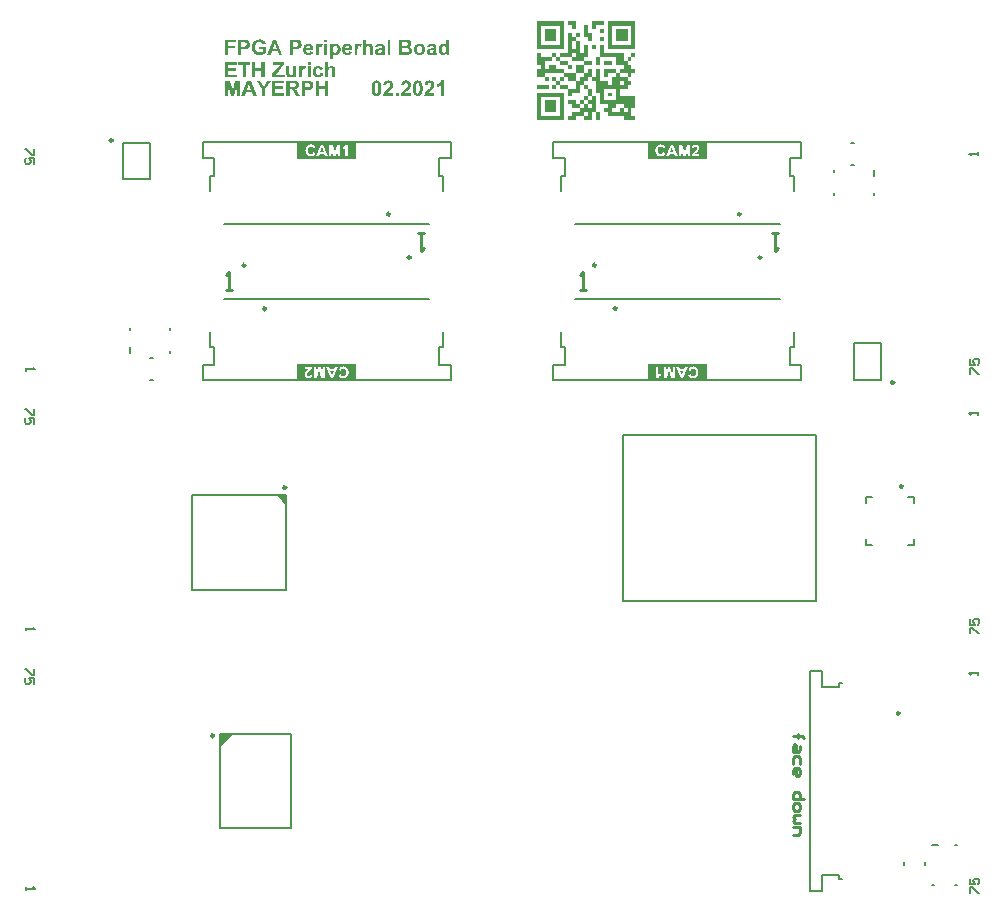
<source format=gto>
G04*
G04 #@! TF.GenerationSoftware,Altium Limited,Altium Designer,21.1.1 (26)*
G04*
G04 Layer_Color=65535*
%FSLAX44Y44*%
%MOMM*%
G71*
G04*
G04 #@! TF.SameCoordinates,63B2E272-0427-4AAB-BE5C-BBC369205028*
G04*
G04*
G04 #@! TF.FilePolarity,Positive*
G04*
G01*
G75*
%ADD14C,0.2000*%
%ADD27C,0.1500*%
%ADD36C,0.2500*%
%ADD74C,0.2540*%
G36*
X514746Y852760D02*
Y852342D01*
Y851925D01*
Y851507D01*
Y851089D01*
Y850671D01*
Y850253D01*
Y849835D01*
X508059D01*
Y849417D01*
Y848999D01*
Y848581D01*
Y848163D01*
Y847745D01*
Y847327D01*
Y846909D01*
Y846492D01*
X504716D01*
Y846909D01*
Y847327D01*
Y847745D01*
Y848163D01*
Y848581D01*
Y848999D01*
Y849417D01*
Y849835D01*
Y850253D01*
Y850671D01*
Y851089D01*
Y851507D01*
Y851925D01*
Y852342D01*
Y852760D01*
Y853178D01*
X514746D01*
Y852760D01*
D02*
G37*
G36*
X491343D02*
Y852342D01*
Y851925D01*
Y851507D01*
Y851089D01*
Y850671D01*
Y850253D01*
Y849835D01*
Y849417D01*
Y848999D01*
Y848581D01*
Y848163D01*
Y847745D01*
Y847327D01*
Y846909D01*
Y846492D01*
X487999D01*
Y846909D01*
Y847327D01*
Y847745D01*
Y848163D01*
Y848581D01*
Y848999D01*
Y849417D01*
Y849835D01*
X484656D01*
Y850253D01*
Y850671D01*
Y851089D01*
Y851507D01*
Y851925D01*
Y852342D01*
Y852760D01*
Y853178D01*
X491343D01*
Y852760D01*
D02*
G37*
G36*
X514746Y846074D02*
Y845656D01*
Y845238D01*
Y844820D01*
Y844402D01*
Y843984D01*
Y843566D01*
Y843148D01*
X511402D01*
Y843566D01*
Y843984D01*
Y844402D01*
Y844820D01*
Y845238D01*
Y845656D01*
Y846074D01*
Y846492D01*
X514746D01*
Y846074D01*
D02*
G37*
G36*
X494686Y842730D02*
Y842312D01*
Y841895D01*
Y841477D01*
Y841059D01*
Y840641D01*
Y840223D01*
Y839805D01*
X491343D01*
Y840223D01*
Y840641D01*
Y841059D01*
Y841477D01*
Y841895D01*
Y842312D01*
Y842730D01*
Y843148D01*
X494686D01*
Y842730D01*
D02*
G37*
G36*
X514746Y839387D02*
Y838969D01*
Y838551D01*
Y838133D01*
Y837715D01*
Y837298D01*
Y836880D01*
Y836462D01*
X511402D01*
Y836880D01*
Y837298D01*
Y837715D01*
Y838133D01*
Y838551D01*
Y838969D01*
Y839387D01*
Y839805D01*
X514746D01*
Y839387D01*
D02*
G37*
G36*
X501372Y849417D02*
Y848999D01*
Y848581D01*
Y848163D01*
Y847745D01*
Y847327D01*
Y846909D01*
Y846492D01*
Y846074D01*
Y845656D01*
Y845238D01*
Y844820D01*
Y844402D01*
Y843984D01*
Y843566D01*
Y843148D01*
X504716D01*
Y842730D01*
Y842312D01*
Y841895D01*
Y841477D01*
Y841059D01*
Y840641D01*
Y840223D01*
Y839805D01*
Y839387D01*
Y838969D01*
Y838551D01*
Y838133D01*
Y837715D01*
Y837298D01*
Y836880D01*
Y836462D01*
X501372D01*
Y836880D01*
Y837298D01*
Y837715D01*
Y838133D01*
Y838551D01*
Y838969D01*
Y839387D01*
Y839805D01*
X498029D01*
Y840223D01*
Y840641D01*
Y841059D01*
Y841477D01*
Y841895D01*
Y842312D01*
Y842730D01*
Y843148D01*
Y843566D01*
Y843984D01*
Y844402D01*
Y844820D01*
Y845238D01*
Y845656D01*
Y846074D01*
Y846492D01*
Y846909D01*
Y847327D01*
Y847745D01*
Y848163D01*
Y848581D01*
Y848999D01*
Y849417D01*
Y849835D01*
X501372D01*
Y849417D01*
D02*
G37*
G36*
X280343Y835441D02*
X277880D01*
Y837719D01*
X280343D01*
Y835441D01*
D02*
G37*
G36*
X223497Y837941D02*
X223701Y837923D01*
X223941Y837904D01*
X224200Y837886D01*
X224478Y837830D01*
X225071Y837719D01*
X225682Y837534D01*
X225996Y837423D01*
X226293Y837293D01*
X226570Y837145D01*
X226830Y836960D01*
X226848Y836941D01*
X226885Y836923D01*
X226959Y836849D01*
X227052Y836775D01*
X227163Y836682D01*
X227274Y836552D01*
X227404Y836404D01*
X227552Y836237D01*
X227700Y836052D01*
X227848Y835849D01*
X227996Y835627D01*
X228126Y835367D01*
X228274Y835108D01*
X228385Y834830D01*
X228496Y834516D01*
X228570Y834201D01*
X225996Y833719D01*
Y833738D01*
X225978Y833756D01*
X225941Y833867D01*
X225867Y834034D01*
X225756Y834256D01*
X225626Y834497D01*
X225441Y834738D01*
X225219Y834978D01*
X224960Y835201D01*
X224923Y835219D01*
X224830Y835293D01*
X224663Y835386D01*
X224460Y835478D01*
X224182Y835590D01*
X223867Y835664D01*
X223515Y835738D01*
X223108Y835756D01*
X222941D01*
X222830Y835738D01*
X222682Y835719D01*
X222515Y835701D01*
X222330Y835664D01*
X222127Y835627D01*
X221701Y835497D01*
X221479Y835404D01*
X221256Y835293D01*
X221034Y835164D01*
X220812Y835034D01*
X220608Y834849D01*
X220404Y834664D01*
X220386Y834645D01*
X220368Y834608D01*
X220312Y834553D01*
X220256Y834460D01*
X220182Y834349D01*
X220090Y834219D01*
X219997Y834053D01*
X219923Y833867D01*
X219830Y833645D01*
X219738Y833404D01*
X219645Y833145D01*
X219571Y832868D01*
X219516Y832553D01*
X219460Y832201D01*
X219442Y831849D01*
X219423Y831460D01*
Y831442D01*
Y831368D01*
Y831238D01*
X219442Y831090D01*
X219460Y830886D01*
X219479Y830683D01*
X219516Y830423D01*
X219553Y830164D01*
X219664Y829609D01*
X219849Y829035D01*
X219960Y828757D01*
X220090Y828498D01*
X220256Y828238D01*
X220423Y828016D01*
X220441Y827998D01*
X220479Y827961D01*
X220534Y827905D01*
X220608Y827831D01*
X220719Y827757D01*
X220830Y827646D01*
X220979Y827553D01*
X221145Y827442D01*
X221330Y827331D01*
X221516Y827238D01*
X221978Y827053D01*
X222238Y826979D01*
X222497Y826924D01*
X222793Y826887D01*
X223089Y826868D01*
X223238D01*
X223386Y826887D01*
X223608Y826905D01*
X223849Y826942D01*
X224126Y826998D01*
X224423Y827072D01*
X224719Y827183D01*
X224737D01*
X224756Y827201D01*
X224848Y827238D01*
X225015Y827312D01*
X225200Y827405D01*
X225422Y827516D01*
X225663Y827646D01*
X225904Y827794D01*
X226126Y827961D01*
Y829609D01*
X223164D01*
Y831775D01*
X228737D01*
Y826627D01*
X228700Y826590D01*
X228644Y826553D01*
X228589Y826498D01*
X228496Y826424D01*
X228404Y826350D01*
X228144Y826164D01*
X227793Y825961D01*
X227385Y825720D01*
X226922Y825479D01*
X226367Y825257D01*
X226348D01*
X226293Y825239D01*
X226219Y825202D01*
X226108Y825165D01*
X225959Y825128D01*
X225793Y825072D01*
X225608Y825016D01*
X225404Y824961D01*
X224941Y824850D01*
X224404Y824757D01*
X223849Y824683D01*
X223256Y824665D01*
X223052D01*
X222923Y824683D01*
X222738D01*
X222534Y824702D01*
X222312Y824739D01*
X222052Y824776D01*
X221516Y824868D01*
X220923Y825016D01*
X220312Y825220D01*
X220034Y825350D01*
X219738Y825498D01*
X219719Y825516D01*
X219682Y825535D01*
X219590Y825591D01*
X219497Y825665D01*
X219368Y825739D01*
X219238Y825850D01*
X219071Y825979D01*
X218905Y826127D01*
X218534Y826461D01*
X218164Y826887D01*
X217812Y827368D01*
X217497Y827924D01*
Y827942D01*
X217460Y827998D01*
X217423Y828090D01*
X217386Y828201D01*
X217331Y828350D01*
X217257Y828516D01*
X217201Y828720D01*
X217127Y828942D01*
X217053Y829183D01*
X216998Y829461D01*
X216868Y830034D01*
X216794Y830664D01*
X216757Y831349D01*
Y831368D01*
Y831442D01*
Y831553D01*
X216775Y831683D01*
Y831868D01*
X216794Y832071D01*
X216831Y832293D01*
X216868Y832553D01*
X216960Y833090D01*
X217109Y833701D01*
X217312Y834312D01*
X217442Y834608D01*
X217590Y834904D01*
X217609Y834923D01*
X217627Y834978D01*
X217683Y835052D01*
X217738Y835164D01*
X217831Y835293D01*
X217942Y835441D01*
X218071Y835608D01*
X218201Y835793D01*
X218368Y835978D01*
X218553Y836182D01*
X218757Y836386D01*
X218979Y836589D01*
X219219Y836775D01*
X219460Y836978D01*
X220034Y837311D01*
X220053D01*
X220090Y837348D01*
X220164Y837367D01*
X220256Y837423D01*
X220386Y837460D01*
X220516Y837515D01*
X220701Y837571D01*
X220886Y837645D01*
X221090Y837700D01*
X221330Y837756D01*
X221590Y837812D01*
X221849Y837867D01*
X222441Y837941D01*
X223108Y837960D01*
X223330D01*
X223497Y837941D01*
D02*
G37*
G36*
X383962Y824905D02*
X381684D01*
Y826257D01*
X381666Y826220D01*
X381591Y826127D01*
X381462Y825979D01*
X381295Y825813D01*
X381110Y825628D01*
X380869Y825424D01*
X380610Y825239D01*
X380332Y825072D01*
X380295Y825053D01*
X380203Y825016D01*
X380036Y824961D01*
X379851Y824887D01*
X379610Y824813D01*
X379333Y824757D01*
X379055Y824720D01*
X378759Y824702D01*
X378610D01*
X378499Y824720D01*
X378351Y824739D01*
X378203Y824776D01*
X378018Y824813D01*
X377814Y824868D01*
X377610Y824924D01*
X377388Y825016D01*
X377166Y825109D01*
X376925Y825239D01*
X376703Y825387D01*
X376462Y825554D01*
X376240Y825757D01*
X376018Y825979D01*
X375999Y825998D01*
X375962Y826035D01*
X375907Y826109D01*
X375851Y826220D01*
X375759Y826350D01*
X375666Y826516D01*
X375555Y826702D01*
X375462Y826924D01*
X375351Y827164D01*
X375240Y827424D01*
X375148Y827720D01*
X375074Y828035D01*
X375000Y828387D01*
X374944Y828757D01*
X374907Y829146D01*
X374888Y829572D01*
Y829590D01*
Y829683D01*
Y829794D01*
X374907Y829960D01*
X374925Y830164D01*
X374944Y830386D01*
X374981Y830646D01*
X375018Y830905D01*
X375148Y831497D01*
X375240Y831794D01*
X375351Y832090D01*
X375481Y832386D01*
X375629Y832664D01*
X375796Y832923D01*
X375981Y833164D01*
X375999Y833182D01*
X376036Y833219D01*
X376092Y833275D01*
X376185Y833367D01*
X376296Y833460D01*
X376425Y833553D01*
X376573Y833664D01*
X376759Y833793D01*
X376944Y833904D01*
X377166Y834016D01*
X377629Y834219D01*
X377907Y834293D01*
X378185Y834349D01*
X378481Y834386D01*
X378796Y834404D01*
X378944D01*
X379055Y834386D01*
X379184Y834367D01*
X379351Y834330D01*
X379518Y834293D01*
X379721Y834238D01*
X379925Y834182D01*
X380147Y834090D01*
X380369Y833979D01*
X380592Y833867D01*
X380832Y833701D01*
X381054Y833534D01*
X381277Y833331D01*
X381499Y833108D01*
Y837719D01*
X383962D01*
Y824905D01*
D02*
G37*
G36*
X308358Y834386D02*
X308562Y834349D01*
X308821Y834293D01*
X309099Y834201D01*
X309377Y834090D01*
X309673Y833923D01*
X308895Y831794D01*
X308877Y831812D01*
X308784Y831849D01*
X308673Y831923D01*
X308525Y831997D01*
X308340Y832071D01*
X308155Y832145D01*
X307951Y832182D01*
X307747Y832201D01*
X307673D01*
X307562Y832182D01*
X307451Y832164D01*
X307321Y832127D01*
X307173Y832071D01*
X307025Y831997D01*
X306877Y831905D01*
X306859Y831886D01*
X306821Y831849D01*
X306747Y831775D01*
X306673Y831664D01*
X306581Y831534D01*
X306488Y831349D01*
X306396Y831127D01*
X306322Y830868D01*
Y830831D01*
X306303Y830775D01*
X306285Y830720D01*
Y830627D01*
X306266Y830516D01*
X306248Y830368D01*
X306229Y830201D01*
X306210Y830016D01*
X306192Y829775D01*
X306173Y829535D01*
Y829238D01*
X306155Y828923D01*
X306136Y828572D01*
Y828183D01*
Y827757D01*
Y824905D01*
X303674D01*
Y834201D01*
X305951D01*
Y832886D01*
X305970Y832905D01*
X306044Y833016D01*
X306155Y833182D01*
X306303Y833386D01*
X306451Y833590D01*
X306636Y833793D01*
X306803Y833979D01*
X306988Y834108D01*
X307007Y834127D01*
X307062Y834164D01*
X307173Y834201D01*
X307303Y834256D01*
X307451Y834312D01*
X307636Y834367D01*
X307821Y834386D01*
X308044Y834404D01*
X308192D01*
X308358Y834386D01*
D02*
G37*
G36*
X275510D02*
X275714Y834349D01*
X275973Y834293D01*
X276251Y834201D01*
X276528Y834090D01*
X276825Y833923D01*
X276047Y831794D01*
X276028Y831812D01*
X275936Y831849D01*
X275825Y831923D01*
X275677Y831997D01*
X275491Y832071D01*
X275306Y832145D01*
X275103Y832182D01*
X274899Y832201D01*
X274825D01*
X274714Y832182D01*
X274603Y832164D01*
X274473Y832127D01*
X274325Y832071D01*
X274177Y831997D01*
X274029Y831905D01*
X274010Y831886D01*
X273973Y831849D01*
X273899Y831775D01*
X273825Y831664D01*
X273732Y831534D01*
X273640Y831349D01*
X273547Y831127D01*
X273473Y830868D01*
Y830831D01*
X273455Y830775D01*
X273436Y830720D01*
Y830627D01*
X273417Y830516D01*
X273399Y830368D01*
X273381Y830201D01*
X273362Y830016D01*
X273344Y829775D01*
X273325Y829535D01*
Y829238D01*
X273306Y828923D01*
X273288Y828572D01*
Y828183D01*
Y827757D01*
Y824905D01*
X270825D01*
Y834201D01*
X273103D01*
Y832886D01*
X273121Y832905D01*
X273195Y833016D01*
X273306Y833182D01*
X273455Y833386D01*
X273603Y833590D01*
X273788Y833793D01*
X273955Y833979D01*
X274140Y834108D01*
X274158Y834127D01*
X274214Y834164D01*
X274325Y834201D01*
X274454Y834256D01*
X274603Y834312D01*
X274788Y834367D01*
X274973Y834386D01*
X275195Y834404D01*
X275343D01*
X275510Y834386D01*
D02*
G37*
G36*
X288268D02*
X288398Y834367D01*
X288564Y834330D01*
X288749Y834293D01*
X288934Y834238D01*
X289157Y834182D01*
X289360Y834090D01*
X289601Y833997D01*
X289823Y833867D01*
X290064Y833719D01*
X290286Y833553D01*
X290508Y833349D01*
X290731Y833127D01*
X290749Y833108D01*
X290786Y833071D01*
X290842Y832997D01*
X290916Y832886D01*
X290990Y832775D01*
X291082Y832608D01*
X291194Y832423D01*
X291305Y832219D01*
X291397Y831979D01*
X291508Y831720D01*
X291601Y831423D01*
X291693Y831108D01*
X291749Y830757D01*
X291805Y830405D01*
X291842Y829997D01*
X291860Y829590D01*
Y829572D01*
Y829498D01*
Y829368D01*
X291842Y829201D01*
X291823Y829016D01*
X291805Y828794D01*
X291768Y828535D01*
X291712Y828275D01*
X291582Y827683D01*
X291490Y827387D01*
X291379Y827090D01*
X291249Y826794D01*
X291082Y826516D01*
X290916Y826239D01*
X290712Y825979D01*
X290693Y825961D01*
X290657Y825924D01*
X290601Y825868D01*
X290508Y825776D01*
X290397Y825683D01*
X290268Y825572D01*
X290119Y825461D01*
X289953Y825350D01*
X289749Y825220D01*
X289545Y825109D01*
X289083Y824905D01*
X288823Y824813D01*
X288546Y824757D01*
X288268Y824720D01*
X287972Y824702D01*
X287842D01*
X287694Y824720D01*
X287509Y824739D01*
X287286Y824776D01*
X287046Y824831D01*
X286805Y824905D01*
X286564Y824998D01*
X286546Y825016D01*
X286453Y825053D01*
X286342Y825146D01*
X286175Y825257D01*
X285972Y825387D01*
X285768Y825572D01*
X285527Y825794D01*
X285268Y826053D01*
Y821350D01*
X282806D01*
Y834201D01*
X285102D01*
Y832831D01*
X285120Y832868D01*
X285176Y832942D01*
X285287Y833071D01*
X285416Y833238D01*
X285583Y833423D01*
X285805Y833608D01*
X286027Y833793D01*
X286305Y833960D01*
X286342Y833979D01*
X286435Y834034D01*
X286601Y834108D01*
X286805Y834182D01*
X287046Y834256D01*
X287342Y834330D01*
X287657Y834386D01*
X287990Y834404D01*
X288138D01*
X288268Y834386D01*
D02*
G37*
G36*
X541492Y852760D02*
Y852342D01*
Y851925D01*
Y851507D01*
Y851089D01*
Y850671D01*
Y850253D01*
Y849835D01*
Y849417D01*
Y848999D01*
Y848581D01*
Y848163D01*
Y847745D01*
Y847327D01*
Y846909D01*
Y846492D01*
Y846074D01*
Y845656D01*
Y845238D01*
Y844820D01*
Y844402D01*
Y843984D01*
Y843566D01*
Y843148D01*
Y842730D01*
Y842312D01*
Y841895D01*
Y841477D01*
Y841059D01*
Y840641D01*
Y840223D01*
Y839805D01*
Y839387D01*
Y838969D01*
Y838551D01*
Y838133D01*
Y837715D01*
Y837298D01*
Y836880D01*
Y836462D01*
Y836044D01*
Y835626D01*
Y835208D01*
Y834790D01*
Y834372D01*
Y833954D01*
Y833536D01*
Y833118D01*
Y832701D01*
Y832283D01*
Y831865D01*
Y831447D01*
Y831029D01*
Y830611D01*
Y830193D01*
Y829775D01*
X518089D01*
Y830193D01*
Y830611D01*
Y831029D01*
Y831447D01*
Y831865D01*
Y832283D01*
Y832701D01*
Y833118D01*
Y833536D01*
Y833954D01*
Y834372D01*
Y834790D01*
Y835208D01*
Y835626D01*
Y836044D01*
Y836462D01*
Y836880D01*
Y837298D01*
Y837715D01*
Y838133D01*
Y838551D01*
Y838969D01*
Y839387D01*
Y839805D01*
Y840223D01*
Y840641D01*
Y841059D01*
Y841477D01*
Y841895D01*
Y842312D01*
Y842730D01*
Y843148D01*
Y843566D01*
Y843984D01*
Y844402D01*
Y844820D01*
Y845238D01*
Y845656D01*
Y846074D01*
Y846492D01*
Y846909D01*
Y847327D01*
Y847745D01*
Y848163D01*
Y848581D01*
Y848999D01*
Y849417D01*
Y849835D01*
Y850253D01*
Y850671D01*
Y851089D01*
Y851507D01*
Y851925D01*
Y852342D01*
Y852760D01*
Y853178D01*
X541492D01*
Y852760D01*
D02*
G37*
G36*
X508059Y832701D02*
Y832283D01*
Y831865D01*
Y831447D01*
Y831029D01*
Y830611D01*
Y830193D01*
Y829775D01*
X504716D01*
Y830193D01*
Y830611D01*
Y831029D01*
Y831447D01*
Y831865D01*
Y832283D01*
Y832701D01*
Y833118D01*
X508059D01*
Y832701D01*
D02*
G37*
G36*
X481312Y852760D02*
Y852342D01*
Y851925D01*
Y851507D01*
Y851089D01*
Y850671D01*
Y850253D01*
Y849835D01*
Y849417D01*
Y848999D01*
Y848581D01*
Y848163D01*
Y847745D01*
Y847327D01*
Y846909D01*
Y846492D01*
Y846074D01*
Y845656D01*
Y845238D01*
Y844820D01*
Y844402D01*
Y843984D01*
Y843566D01*
Y843148D01*
Y842730D01*
Y842312D01*
Y841895D01*
Y841477D01*
Y841059D01*
Y840641D01*
Y840223D01*
Y839805D01*
Y839387D01*
Y838969D01*
Y838551D01*
Y838133D01*
Y837715D01*
Y837298D01*
Y836880D01*
Y836462D01*
Y836044D01*
Y835626D01*
Y835208D01*
Y834790D01*
Y834372D01*
Y833954D01*
Y833536D01*
Y833118D01*
Y832701D01*
Y832283D01*
Y831865D01*
Y831447D01*
Y831029D01*
Y830611D01*
Y830193D01*
Y829775D01*
X457909D01*
Y830193D01*
Y830611D01*
Y831029D01*
Y831447D01*
Y831865D01*
Y832283D01*
Y832701D01*
Y833118D01*
Y833536D01*
Y833954D01*
Y834372D01*
Y834790D01*
Y835208D01*
Y835626D01*
Y836044D01*
Y836462D01*
Y836880D01*
Y837298D01*
Y837715D01*
Y838133D01*
Y838551D01*
Y838969D01*
Y839387D01*
Y839805D01*
Y840223D01*
Y840641D01*
Y841059D01*
Y841477D01*
Y841895D01*
Y842312D01*
Y842730D01*
Y843148D01*
Y843566D01*
Y843984D01*
Y844402D01*
Y844820D01*
Y845238D01*
Y845656D01*
Y846074D01*
Y846492D01*
Y846909D01*
Y847327D01*
Y847745D01*
Y848163D01*
Y848581D01*
Y848999D01*
Y849417D01*
Y849835D01*
Y850253D01*
Y850671D01*
Y851089D01*
Y851507D01*
Y851925D01*
Y852342D01*
Y852760D01*
Y853178D01*
X481312D01*
Y852760D01*
D02*
G37*
G36*
X369500Y834386D02*
X369648D01*
X370019Y834349D01*
X370407Y834312D01*
X370815Y834238D01*
X371204Y834127D01*
X371370Y834071D01*
X371537Y833997D01*
X371555D01*
X371574Y833979D01*
X371667Y833923D01*
X371815Y833849D01*
X371981Y833738D01*
X372185Y833590D01*
X372370Y833423D01*
X372537Y833219D01*
X372685Y833016D01*
X372704Y832979D01*
X372741Y832905D01*
X372796Y832738D01*
X372815Y832645D01*
X372852Y832516D01*
X372889Y832386D01*
X372907Y832219D01*
X372944Y832034D01*
X372963Y831831D01*
X372981Y831608D01*
X373000Y831368D01*
X373018Y831108D01*
Y830812D01*
X372981Y827942D01*
Y827924D01*
Y827887D01*
Y827831D01*
Y827738D01*
Y827516D01*
X373000Y827257D01*
Y826961D01*
X373037Y826665D01*
X373055Y826368D01*
X373092Y826127D01*
Y826109D01*
X373111Y826035D01*
X373148Y825905D01*
X373185Y825757D01*
X373259Y825572D01*
X373333Y825368D01*
X373426Y825146D01*
X373537Y824905D01*
X371111D01*
Y824924D01*
X371093Y824942D01*
X371074Y825016D01*
X371037Y825091D01*
X371000Y825183D01*
X370963Y825313D01*
X370926Y825461D01*
X370870Y825628D01*
Y825646D01*
X370852Y825665D01*
X370833Y825739D01*
X370796Y825831D01*
X370778Y825905D01*
X370741Y825887D01*
X370667Y825813D01*
X370537Y825702D01*
X370370Y825572D01*
X370167Y825424D01*
X369945Y825257D01*
X369685Y825128D01*
X369426Y824998D01*
X369389Y824979D01*
X369296Y824961D01*
X369148Y824905D01*
X368963Y824850D01*
X368741Y824794D01*
X368482Y824757D01*
X368186Y824720D01*
X367889Y824702D01*
X367760D01*
X367649Y824720D01*
X367537D01*
X367389Y824739D01*
X367075Y824794D01*
X366704Y824887D01*
X366334Y825016D01*
X365964Y825202D01*
X365630Y825461D01*
Y825479D01*
X365593Y825498D01*
X365501Y825609D01*
X365371Y825776D01*
X365223Y825998D01*
X365075Y826276D01*
X364945Y826609D01*
X364852Y826998D01*
X364834Y827202D01*
X364815Y827424D01*
Y827461D01*
Y827553D01*
X364834Y827701D01*
X364871Y827887D01*
X364908Y828109D01*
X364964Y828331D01*
X365056Y828572D01*
X365186Y828812D01*
X365204Y828849D01*
X365260Y828923D01*
X365334Y829035D01*
X365464Y829164D01*
X365593Y829312D01*
X365778Y829479D01*
X365982Y829627D01*
X366223Y829757D01*
X366260Y829775D01*
X366352Y829812D01*
X366501Y829868D01*
X366723Y829960D01*
X367000Y830053D01*
X367334Y830146D01*
X367741Y830238D01*
X368186Y830331D01*
X368204D01*
X368260Y830349D01*
X368352Y830368D01*
X368463Y830386D01*
X368611Y830405D01*
X368778Y830442D01*
X369148Y830535D01*
X369537Y830627D01*
X369945Y830720D01*
X370296Y830831D01*
X370463Y830886D01*
X370593Y830942D01*
Y831182D01*
Y831220D01*
Y831294D01*
X370574Y831423D01*
X370556Y831590D01*
X370500Y831757D01*
X370444Y831923D01*
X370352Y832071D01*
X370222Y832201D01*
X370204Y832219D01*
X370148Y832256D01*
X370056Y832293D01*
X369926Y832368D01*
X369741Y832423D01*
X369519Y832460D01*
X369241Y832497D01*
X368908Y832516D01*
X368797D01*
X368685Y832497D01*
X368537Y832479D01*
X368371Y832442D01*
X368186Y832405D01*
X368019Y832331D01*
X367871Y832238D01*
X367852Y832219D01*
X367815Y832182D01*
X367741Y832127D01*
X367667Y832034D01*
X367556Y831905D01*
X367463Y831738D01*
X367371Y831553D01*
X367278Y831331D01*
X365075Y831738D01*
Y831757D01*
X365093Y831794D01*
X365112Y831868D01*
X365149Y831960D01*
X365186Y832071D01*
X365241Y832201D01*
X365371Y832497D01*
X365556Y832812D01*
X365778Y833145D01*
X366038Y833460D01*
X366352Y833738D01*
X366371D01*
X366389Y833775D01*
X366445Y833793D01*
X366519Y833849D01*
X366630Y833886D01*
X366741Y833941D01*
X366889Y834016D01*
X367038Y834071D01*
X367223Y834127D01*
X367426Y834201D01*
X367649Y834256D01*
X367908Y834293D01*
X368167Y834349D01*
X368463Y834367D01*
X368759Y834404D01*
X369371D01*
X369500Y834386D01*
D02*
G37*
G36*
X347595Y837700D02*
X347965Y837682D01*
X348336Y837663D01*
X348688Y837626D01*
X349002Y837589D01*
X349039D01*
X349132Y837571D01*
X349262Y837534D01*
X349447Y837478D01*
X349650Y837404D01*
X349873Y837311D01*
X350113Y837200D01*
X350336Y837052D01*
X350354Y837034D01*
X350428Y836978D01*
X350539Y836886D01*
X350687Y836775D01*
X350835Y836608D01*
X351002Y836423D01*
X351169Y836219D01*
X351317Y835978D01*
X351335Y835941D01*
X351372Y835867D01*
X351446Y835719D01*
X351521Y835534D01*
X351595Y835312D01*
X351669Y835071D01*
X351706Y834775D01*
X351724Y834479D01*
Y834460D01*
Y834442D01*
Y834330D01*
X351706Y834164D01*
X351669Y833941D01*
X351595Y833682D01*
X351521Y833404D01*
X351391Y833127D01*
X351224Y832831D01*
X351206Y832794D01*
X351132Y832701D01*
X351021Y832571D01*
X350891Y832405D01*
X350706Y832238D01*
X350484Y832034D01*
X350224Y831868D01*
X349928Y831701D01*
X349947D01*
X349984Y831683D01*
X350039Y831664D01*
X350113Y831646D01*
X350336Y831553D01*
X350595Y831423D01*
X350872Y831275D01*
X351187Y831071D01*
X351465Y830831D01*
X351724Y830535D01*
X351743Y830497D01*
X351817Y830386D01*
X351928Y830220D01*
X352039Y829997D01*
X352150Y829701D01*
X352261Y829386D01*
X352335Y829016D01*
X352354Y828609D01*
Y828590D01*
Y828572D01*
Y828461D01*
X352335Y828294D01*
X352298Y828072D01*
X352261Y827812D01*
X352187Y827516D01*
X352076Y827220D01*
X351946Y826905D01*
X351928Y826868D01*
X351872Y826776D01*
X351780Y826628D01*
X351650Y826442D01*
X351502Y826220D01*
X351298Y826016D01*
X351095Y825794D01*
X350835Y825591D01*
X350798Y825572D01*
X350706Y825517D01*
X350558Y825424D01*
X350354Y825331D01*
X350095Y825220D01*
X349799Y825128D01*
X349465Y825035D01*
X349095Y824979D01*
X349021D01*
X348947Y824961D01*
X348762D01*
X348632Y824942D01*
X348280D01*
X348058Y824924D01*
X347503D01*
X347188Y824905D01*
X341633D01*
Y837719D01*
X347262D01*
X347595Y837700D01*
D02*
G37*
G36*
X334096Y824905D02*
X331634D01*
Y837719D01*
X334096D01*
Y824905D01*
D02*
G37*
G36*
X325708Y834386D02*
X325857D01*
X326227Y834349D01*
X326616Y834312D01*
X327023Y834238D01*
X327412Y834127D01*
X327579Y834071D01*
X327745Y833997D01*
X327764D01*
X327782Y833979D01*
X327875Y833923D01*
X328023Y833849D01*
X328190Y833738D01*
X328393Y833590D01*
X328578Y833423D01*
X328745Y833219D01*
X328893Y833016D01*
X328912Y832979D01*
X328949Y832905D01*
X329004Y832738D01*
X329023Y832645D01*
X329060Y832516D01*
X329097Y832386D01*
X329115Y832219D01*
X329152Y832034D01*
X329171Y831831D01*
X329189Y831608D01*
X329208Y831368D01*
X329227Y831108D01*
Y830812D01*
X329189Y827942D01*
Y827924D01*
Y827887D01*
Y827831D01*
Y827738D01*
Y827516D01*
X329208Y827257D01*
Y826961D01*
X329245Y826665D01*
X329264Y826368D01*
X329301Y826127D01*
Y826109D01*
X329319Y826035D01*
X329356Y825905D01*
X329393Y825757D01*
X329467Y825572D01*
X329541Y825368D01*
X329634Y825146D01*
X329745Y824905D01*
X327319D01*
Y824924D01*
X327301Y824942D01*
X327282Y825016D01*
X327245Y825091D01*
X327208Y825183D01*
X327171Y825313D01*
X327134Y825461D01*
X327079Y825628D01*
Y825646D01*
X327060Y825665D01*
X327042Y825739D01*
X327005Y825831D01*
X326986Y825905D01*
X326949Y825887D01*
X326875Y825813D01*
X326745Y825702D01*
X326579Y825572D01*
X326375Y825424D01*
X326153Y825257D01*
X325894Y825128D01*
X325634Y824998D01*
X325597Y824979D01*
X325505Y824961D01*
X325357Y824905D01*
X325171Y824850D01*
X324949Y824794D01*
X324690Y824757D01*
X324394Y824720D01*
X324098Y824702D01*
X323968D01*
X323857Y824720D01*
X323746D01*
X323597Y824739D01*
X323283Y824794D01*
X322912Y824887D01*
X322542Y825016D01*
X322172Y825202D01*
X321838Y825461D01*
Y825479D01*
X321801Y825498D01*
X321709Y825609D01*
X321579Y825776D01*
X321431Y825998D01*
X321283Y826276D01*
X321153Y826609D01*
X321061Y826998D01*
X321042Y827202D01*
X321024Y827424D01*
Y827461D01*
Y827553D01*
X321042Y827701D01*
X321079Y827887D01*
X321116Y828109D01*
X321172Y828331D01*
X321264Y828572D01*
X321394Y828812D01*
X321413Y828849D01*
X321468Y828923D01*
X321542Y829035D01*
X321672Y829164D01*
X321801Y829312D01*
X321987Y829479D01*
X322190Y829627D01*
X322431Y829757D01*
X322468Y829775D01*
X322561Y829812D01*
X322709Y829868D01*
X322931Y829960D01*
X323209Y830053D01*
X323542Y830146D01*
X323949Y830238D01*
X324394Y830331D01*
X324412D01*
X324468Y830349D01*
X324560Y830368D01*
X324672Y830386D01*
X324820Y830405D01*
X324986Y830442D01*
X325357Y830535D01*
X325745Y830627D01*
X326153Y830720D01*
X326505Y830831D01*
X326671Y830886D01*
X326801Y830942D01*
Y831182D01*
Y831220D01*
Y831294D01*
X326782Y831423D01*
X326764Y831590D01*
X326708Y831757D01*
X326653Y831923D01*
X326560Y832071D01*
X326431Y832201D01*
X326412Y832219D01*
X326357Y832256D01*
X326264Y832293D01*
X326134Y832368D01*
X325949Y832423D01*
X325727Y832460D01*
X325449Y832497D01*
X325116Y832516D01*
X325005D01*
X324894Y832497D01*
X324746Y832479D01*
X324579Y832442D01*
X324394Y832405D01*
X324227Y832331D01*
X324079Y832238D01*
X324060Y832219D01*
X324023Y832182D01*
X323949Y832127D01*
X323875Y832034D01*
X323764Y831905D01*
X323672Y831738D01*
X323579Y831553D01*
X323486Y831331D01*
X321283Y831738D01*
Y831757D01*
X321301Y831794D01*
X321320Y831868D01*
X321357Y831960D01*
X321394Y832071D01*
X321450Y832201D01*
X321579Y832497D01*
X321764Y832812D01*
X321987Y833145D01*
X322246Y833460D01*
X322561Y833738D01*
X322579D01*
X322598Y833775D01*
X322653Y833793D01*
X322727Y833849D01*
X322838Y833886D01*
X322949Y833941D01*
X323098Y834016D01*
X323246Y834071D01*
X323431Y834127D01*
X323635Y834201D01*
X323857Y834256D01*
X324116Y834293D01*
X324375Y834349D01*
X324672Y834367D01*
X324968Y834404D01*
X325579D01*
X325708Y834386D01*
D02*
G37*
G36*
X313173Y832979D02*
X313191Y832997D01*
X313228Y833034D01*
X313302Y833108D01*
X313376Y833201D01*
X313506Y833312D01*
X313636Y833423D01*
X313802Y833553D01*
X313969Y833701D01*
X314173Y833830D01*
X314395Y833960D01*
X314876Y834182D01*
X315135Y834275D01*
X315413Y834349D01*
X315709Y834386D01*
X316006Y834404D01*
X316154D01*
X316320Y834386D01*
X316524Y834367D01*
X316765Y834330D01*
X317006Y834256D01*
X317283Y834182D01*
X317543Y834071D01*
X317580Y834053D01*
X317654Y834016D01*
X317783Y833941D01*
X317931Y833849D01*
X318098Y833738D01*
X318265Y833608D01*
X318431Y833442D01*
X318580Y833275D01*
X318598Y833256D01*
X318635Y833182D01*
X318691Y833090D01*
X318765Y832960D01*
X318857Y832794D01*
X318931Y832608D01*
X319005Y832405D01*
X319061Y832182D01*
Y832164D01*
X319079Y832071D01*
X319098Y831923D01*
X319135Y831738D01*
X319153Y831479D01*
X319172Y831164D01*
X319191Y830794D01*
Y830349D01*
Y824905D01*
X316728D01*
Y829794D01*
Y829812D01*
Y829849D01*
Y829923D01*
Y830034D01*
Y830146D01*
Y830275D01*
X316709Y830572D01*
X316691Y830886D01*
X316672Y831201D01*
X316635Y831460D01*
X316598Y831553D01*
X316580Y831646D01*
Y831664D01*
X316543Y831720D01*
X316506Y831775D01*
X316469Y831868D01*
X316302Y832071D01*
X316209Y832182D01*
X316080Y832275D01*
X316061Y832293D01*
X316024Y832312D01*
X315932Y832349D01*
X315839Y832405D01*
X315709Y832442D01*
X315561Y832479D01*
X315376Y832497D01*
X315191Y832516D01*
X315080D01*
X314969Y832497D01*
X314821Y832479D01*
X314654Y832442D01*
X314469Y832386D01*
X314284Y832312D01*
X314098Y832201D01*
X314080Y832182D01*
X314024Y832145D01*
X313932Y832071D01*
X313839Y831979D01*
X313710Y831849D01*
X313599Y831701D01*
X313487Y831516D01*
X313395Y831312D01*
Y831294D01*
X313358Y831201D01*
X313321Y831071D01*
X313284Y830868D01*
X313247Y830627D01*
X313210Y830312D01*
X313191Y829960D01*
X313173Y829553D01*
Y824905D01*
X310710D01*
Y837719D01*
X313173D01*
Y832979D01*
D02*
G37*
G36*
X280343Y824905D02*
X277880D01*
Y834201D01*
X280343D01*
Y824905D01*
D02*
G37*
G36*
X253975Y837700D02*
X254457D01*
X254975Y837663D01*
X255494Y837626D01*
X255716Y837608D01*
X255938Y837589D01*
X256123Y837552D01*
X256271Y837515D01*
X256290D01*
X256327Y837497D01*
X256382Y837478D01*
X256456Y837460D01*
X256660Y837367D01*
X256919Y837256D01*
X257197Y837089D01*
X257512Y836867D01*
X257808Y836589D01*
X258104Y836256D01*
Y836238D01*
X258141Y836219D01*
X258178Y836163D01*
X258215Y836089D01*
X258290Y835978D01*
X258345Y835867D01*
X258419Y835738D01*
X258493Y835590D01*
X258623Y835219D01*
X258752Y834812D01*
X258827Y834312D01*
X258864Y833775D01*
Y833756D01*
Y833719D01*
Y833664D01*
Y833571D01*
X258845Y833479D01*
Y833349D01*
X258808Y833090D01*
X258752Y832775D01*
X258678Y832423D01*
X258567Y832090D01*
X258419Y831775D01*
X258401Y831738D01*
X258345Y831646D01*
X258252Y831497D01*
X258123Y831312D01*
X257975Y831127D01*
X257771Y830905D01*
X257567Y830701D01*
X257327Y830516D01*
X257290Y830497D01*
X257215Y830442D01*
X257086Y830368D01*
X256919Y830275D01*
X256716Y830164D01*
X256493Y830071D01*
X256253Y829979D01*
X255993Y829905D01*
X255956D01*
X255901Y829886D01*
X255827D01*
X255734Y829868D01*
X255605Y829849D01*
X255475Y829831D01*
X255308D01*
X255142Y829812D01*
X254938Y829794D01*
X254716Y829775D01*
X254475Y829757D01*
X254216D01*
X253938Y829738D01*
X251642D01*
Y824905D01*
X249050D01*
Y837719D01*
X253771D01*
X253975Y837700D01*
D02*
G37*
G36*
X242680Y824905D02*
X239884D01*
X238773Y827812D01*
X233625D01*
X232570Y824905D01*
X229830D01*
X234792Y837719D01*
X237532D01*
X242680Y824905D01*
D02*
G37*
G36*
X210202Y837700D02*
X210683D01*
X211202Y837663D01*
X211720Y837626D01*
X211942Y837608D01*
X212165Y837589D01*
X212350Y837552D01*
X212498Y837515D01*
X212516D01*
X212554Y837497D01*
X212609Y837478D01*
X212683Y837460D01*
X212887Y837367D01*
X213146Y837256D01*
X213424Y837089D01*
X213738Y836867D01*
X214035Y836589D01*
X214331Y836256D01*
Y836237D01*
X214368Y836219D01*
X214405Y836163D01*
X214442Y836089D01*
X214516Y835978D01*
X214572Y835867D01*
X214646Y835738D01*
X214720Y835590D01*
X214849Y835219D01*
X214979Y834812D01*
X215053Y834312D01*
X215090Y833775D01*
Y833756D01*
Y833719D01*
Y833664D01*
Y833571D01*
X215072Y833479D01*
Y833349D01*
X215035Y833090D01*
X214979Y832775D01*
X214905Y832423D01*
X214794Y832090D01*
X214646Y831775D01*
X214627Y831738D01*
X214572Y831645D01*
X214479Y831497D01*
X214350Y831312D01*
X214202Y831127D01*
X213998Y830905D01*
X213794Y830701D01*
X213553Y830516D01*
X213516Y830497D01*
X213442Y830442D01*
X213313Y830368D01*
X213146Y830275D01*
X212942Y830164D01*
X212720Y830071D01*
X212479Y829979D01*
X212220Y829905D01*
X212183D01*
X212128Y829886D01*
X212054D01*
X211961Y829868D01*
X211831Y829849D01*
X211702Y829831D01*
X211535D01*
X211368Y829812D01*
X211165Y829794D01*
X210942Y829775D01*
X210702Y829757D01*
X210443D01*
X210165Y829738D01*
X207869D01*
Y824905D01*
X205276D01*
Y837719D01*
X209998D01*
X210202Y837700D01*
D02*
G37*
G36*
X203129Y835552D02*
X196926D01*
Y832516D01*
X202277D01*
Y830349D01*
X196926D01*
Y824905D01*
X194333D01*
Y837719D01*
X203129D01*
Y835552D01*
D02*
G37*
G36*
X359094Y834386D02*
X359279Y834367D01*
X359483Y834330D01*
X359723Y834293D01*
X359964Y834238D01*
X360242Y834164D01*
X360520Y834071D01*
X360797Y833960D01*
X361094Y833830D01*
X361390Y833664D01*
X361668Y833479D01*
X361945Y833275D01*
X362205Y833034D01*
X362223Y833016D01*
X362260Y832979D01*
X362334Y832886D01*
X362408Y832794D01*
X362519Y832645D01*
X362631Y832497D01*
X362760Y832293D01*
X362890Y832090D01*
X363001Y831849D01*
X363130Y831590D01*
X363242Y831294D01*
X363353Y830997D01*
X363427Y830664D01*
X363501Y830331D01*
X363538Y829960D01*
X363556Y829572D01*
Y829553D01*
Y829479D01*
Y829368D01*
X363538Y829220D01*
X363519Y829035D01*
X363482Y828831D01*
X363445Y828590D01*
X363390Y828350D01*
X363316Y828072D01*
X363223Y827794D01*
X363112Y827498D01*
X362982Y827202D01*
X362816Y826905D01*
X362631Y826628D01*
X362427Y826350D01*
X362186Y826072D01*
X362168Y826053D01*
X362131Y826016D01*
X362057Y825942D01*
X361945Y825850D01*
X361816Y825757D01*
X361649Y825646D01*
X361464Y825517D01*
X361260Y825387D01*
X361020Y825257D01*
X360760Y825128D01*
X360483Y825016D01*
X360168Y824924D01*
X359853Y824831D01*
X359501Y824757D01*
X359149Y824720D01*
X358760Y824702D01*
X358631D01*
X358538Y824720D01*
X358427D01*
X358298Y824739D01*
X357983Y824776D01*
X357594Y824850D01*
X357187Y824942D01*
X356761Y825091D01*
X356316Y825276D01*
X356298D01*
X356261Y825294D01*
X356205Y825331D01*
X356131Y825387D01*
X355928Y825517D01*
X355668Y825702D01*
X355391Y825942D01*
X355094Y826239D01*
X354817Y826572D01*
X354557Y826961D01*
Y826979D01*
X354539Y827016D01*
X354502Y827072D01*
X354465Y827164D01*
X354428Y827275D01*
X354372Y827405D01*
X354317Y827553D01*
X354261Y827720D01*
X354206Y827905D01*
X354150Y828109D01*
X354057Y828572D01*
X353983Y829109D01*
X353965Y829683D01*
Y829701D01*
Y829738D01*
Y829812D01*
X353983Y829886D01*
Y829997D01*
X354002Y830127D01*
X354039Y830442D01*
X354113Y830794D01*
X354224Y831182D01*
X354354Y831608D01*
X354557Y832034D01*
Y832053D01*
X354594Y832090D01*
X354613Y832145D01*
X354668Y832219D01*
X354817Y832423D01*
X355002Y832682D01*
X355242Y832960D01*
X355539Y833256D01*
X355872Y833534D01*
X356261Y833793D01*
X356279D01*
X356316Y833812D01*
X356372Y833849D01*
X356465Y833886D01*
X356557Y833941D01*
X356687Y833979D01*
X356835Y834034D01*
X356983Y834108D01*
X357353Y834219D01*
X357779Y834312D01*
X358242Y834386D01*
X358742Y834404D01*
X358946D01*
X359094Y834386D01*
D02*
G37*
G36*
X297693D02*
X297859Y834367D01*
X298063Y834330D01*
X298285Y834293D01*
X298526Y834238D01*
X298785Y834164D01*
X299044Y834071D01*
X299322Y833960D01*
X299600Y833812D01*
X299859Y833664D01*
X300119Y833479D01*
X300378Y833256D01*
X300600Y833016D01*
X300618Y832997D01*
X300655Y832960D01*
X300711Y832868D01*
X300785Y832756D01*
X300878Y832608D01*
X300970Y832442D01*
X301081Y832219D01*
X301192Y831979D01*
X301304Y831701D01*
X301415Y831386D01*
X301507Y831053D01*
X301600Y830664D01*
X301674Y830257D01*
X301729Y829812D01*
X301766Y829349D01*
Y828831D01*
X295619D01*
Y828812D01*
Y828775D01*
Y828720D01*
X295637Y828646D01*
X295656Y828461D01*
X295693Y828201D01*
X295767Y827942D01*
X295878Y827646D01*
X296008Y827368D01*
X296193Y827127D01*
X296211Y827109D01*
X296304Y827035D01*
X296415Y826942D01*
X296582Y826831D01*
X296786Y826720D01*
X297045Y826628D01*
X297323Y826553D01*
X297619Y826535D01*
X297711D01*
X297822Y826553D01*
X297952Y826572D01*
X298100Y826609D01*
X298267Y826665D01*
X298433Y826739D01*
X298582Y826850D01*
X298600Y826868D01*
X298656Y826905D01*
X298730Y826979D01*
X298804Y827090D01*
X298915Y827238D01*
X299007Y827405D01*
X299100Y827627D01*
X299193Y827868D01*
X301637Y827461D01*
Y827442D01*
X301618Y827405D01*
X301581Y827331D01*
X301544Y827238D01*
X301489Y827127D01*
X301433Y826998D01*
X301266Y826702D01*
X301063Y826368D01*
X300804Y826016D01*
X300489Y825702D01*
X300137Y825405D01*
X300119D01*
X300100Y825368D01*
X300026Y825350D01*
X299952Y825294D01*
X299859Y825239D01*
X299730Y825183D01*
X299600Y825128D01*
X299433Y825053D01*
X299063Y824924D01*
X298637Y824813D01*
X298137Y824739D01*
X297600Y824702D01*
X297489D01*
X297378Y824720D01*
X297211D01*
X297008Y824757D01*
X296767Y824794D01*
X296508Y824831D01*
X296248Y824905D01*
X295952Y824979D01*
X295656Y825091D01*
X295360Y825220D01*
X295063Y825368D01*
X294767Y825554D01*
X294489Y825757D01*
X294249Y825998D01*
X294008Y826276D01*
X293990Y826294D01*
X293971Y826331D01*
X293934Y826405D01*
X293860Y826498D01*
X293804Y826628D01*
X293730Y826776D01*
X293638Y826942D01*
X293564Y827146D01*
X293471Y827368D01*
X293397Y827609D01*
X293304Y827868D01*
X293249Y828164D01*
X293193Y828461D01*
X293138Y828775D01*
X293119Y829127D01*
X293101Y829479D01*
Y829498D01*
Y829572D01*
Y829701D01*
X293119Y829868D01*
X293138Y830053D01*
X293156Y830275D01*
X293193Y830516D01*
X293249Y830794D01*
X293397Y831368D01*
X293489Y831664D01*
X293601Y831979D01*
X293749Y832275D01*
X293915Y832553D01*
X294101Y832831D01*
X294304Y833090D01*
X294323Y833108D01*
X294360Y833145D01*
X294434Y833219D01*
X294527Y833293D01*
X294638Y833386D01*
X294786Y833497D01*
X294952Y833627D01*
X295138Y833756D01*
X295341Y833867D01*
X295582Y833997D01*
X295823Y834108D01*
X296100Y834201D01*
X296378Y834275D01*
X296693Y834349D01*
X297008Y834386D01*
X297341Y834404D01*
X297545D01*
X297693Y834386D01*
D02*
G37*
G36*
X264844D02*
X265011Y834367D01*
X265215Y834330D01*
X265437Y834293D01*
X265678Y834238D01*
X265937Y834164D01*
X266196Y834071D01*
X266474Y833960D01*
X266752Y833812D01*
X267011Y833664D01*
X267270Y833479D01*
X267529Y833256D01*
X267752Y833016D01*
X267770Y832997D01*
X267807Y832960D01*
X267863Y832868D01*
X267937Y832756D01*
X268029Y832608D01*
X268122Y832442D01*
X268233Y832219D01*
X268344Y831979D01*
X268455Y831701D01*
X268566Y831386D01*
X268659Y831053D01*
X268751Y830664D01*
X268825Y830257D01*
X268881Y829812D01*
X268918Y829349D01*
Y828831D01*
X262771D01*
Y828812D01*
Y828775D01*
Y828720D01*
X262789Y828646D01*
X262808Y828461D01*
X262845Y828201D01*
X262919Y827942D01*
X263030Y827646D01*
X263159Y827368D01*
X263344Y827127D01*
X263363Y827109D01*
X263456Y827035D01*
X263567Y826942D01*
X263733Y826831D01*
X263937Y826720D01*
X264196Y826628D01*
X264474Y826553D01*
X264770Y826535D01*
X264863D01*
X264974Y826553D01*
X265104Y826572D01*
X265252Y826609D01*
X265418Y826665D01*
X265585Y826739D01*
X265733Y826850D01*
X265752Y826868D01*
X265807Y826905D01*
X265881Y826979D01*
X265955Y827090D01*
X266066Y827238D01*
X266159Y827405D01*
X266252Y827627D01*
X266344Y827868D01*
X268788Y827461D01*
Y827442D01*
X268770Y827405D01*
X268733Y827331D01*
X268696Y827238D01*
X268640Y827127D01*
X268585Y826998D01*
X268418Y826702D01*
X268214Y826368D01*
X267955Y826016D01*
X267640Y825702D01*
X267288Y825405D01*
X267270D01*
X267251Y825368D01*
X267177Y825350D01*
X267103Y825294D01*
X267011Y825239D01*
X266881Y825183D01*
X266752Y825128D01*
X266585Y825053D01*
X266215Y824924D01*
X265789Y824813D01*
X265289Y824739D01*
X264752Y824702D01*
X264641D01*
X264530Y824720D01*
X264363D01*
X264159Y824757D01*
X263918Y824794D01*
X263659Y824831D01*
X263400Y824905D01*
X263104Y824979D01*
X262808Y825091D01*
X262511Y825220D01*
X262215Y825368D01*
X261919Y825554D01*
X261641Y825757D01*
X261400Y825998D01*
X261159Y826276D01*
X261141Y826294D01*
X261122Y826331D01*
X261085Y826405D01*
X261011Y826498D01*
X260956Y826628D01*
X260882Y826776D01*
X260789Y826942D01*
X260715Y827146D01*
X260623Y827368D01*
X260548Y827609D01*
X260456Y827868D01*
X260400Y828164D01*
X260345Y828461D01*
X260289Y828775D01*
X260271Y829127D01*
X260252Y829479D01*
Y829498D01*
Y829572D01*
Y829701D01*
X260271Y829868D01*
X260289Y830053D01*
X260308Y830275D01*
X260345Y830516D01*
X260400Y830794D01*
X260548Y831368D01*
X260641Y831664D01*
X260752Y831979D01*
X260900Y832275D01*
X261067Y832553D01*
X261252Y832831D01*
X261456Y833090D01*
X261474Y833108D01*
X261511Y833145D01*
X261585Y833219D01*
X261678Y833293D01*
X261789Y833386D01*
X261937Y833497D01*
X262104Y833627D01*
X262289Y833756D01*
X262493Y833867D01*
X262733Y833997D01*
X262974Y834108D01*
X263252Y834201D01*
X263530Y834275D01*
X263845Y834349D01*
X264159Y834386D01*
X264492Y834404D01*
X264696D01*
X264844Y834386D01*
D02*
G37*
G36*
X541492Y826014D02*
Y825596D01*
Y825178D01*
Y824760D01*
Y824342D01*
Y823924D01*
Y823506D01*
Y823089D01*
X538149D01*
Y823506D01*
Y823924D01*
Y824342D01*
Y824760D01*
Y825178D01*
Y825596D01*
Y826014D01*
Y826432D01*
X541492D01*
Y826014D01*
D02*
G37*
G36*
X538149Y822671D02*
Y822253D01*
Y821835D01*
Y821417D01*
Y820999D01*
Y820581D01*
Y820163D01*
Y819745D01*
X534805D01*
Y820163D01*
Y820581D01*
Y820999D01*
Y821417D01*
Y821835D01*
Y822253D01*
Y822671D01*
Y823089D01*
X538149D01*
Y822671D01*
D02*
G37*
G36*
X266400Y816510D02*
X263937D01*
Y818788D01*
X266400D01*
Y816510D01*
D02*
G37*
G36*
X521432Y819327D02*
Y818909D01*
Y818492D01*
Y818074D01*
Y817656D01*
Y817238D01*
Y816820D01*
Y816402D01*
X514746D01*
Y816820D01*
Y817238D01*
Y817656D01*
Y818074D01*
Y818492D01*
Y818909D01*
Y819327D01*
Y819745D01*
X521432D01*
Y819327D01*
D02*
G37*
G36*
X511402Y822671D02*
Y822253D01*
Y821835D01*
Y821417D01*
Y820999D01*
Y820581D01*
Y820163D01*
Y819745D01*
Y819327D01*
Y818909D01*
Y818492D01*
Y818074D01*
Y817656D01*
Y817238D01*
Y816820D01*
Y816402D01*
X508059D01*
Y816820D01*
Y817238D01*
Y817656D01*
Y818074D01*
Y818492D01*
Y818909D01*
Y819327D01*
Y819745D01*
Y820163D01*
Y820581D01*
Y820999D01*
Y821417D01*
Y821835D01*
Y822253D01*
Y822671D01*
Y823089D01*
X511402D01*
Y822671D01*
D02*
G37*
G36*
X487999Y842730D02*
Y842312D01*
Y841895D01*
Y841477D01*
Y841059D01*
Y840641D01*
Y840223D01*
Y839805D01*
X491343D01*
Y839387D01*
Y838969D01*
Y838551D01*
Y838133D01*
Y837715D01*
Y837298D01*
Y836880D01*
Y836462D01*
X494686D01*
Y836044D01*
Y835626D01*
Y835208D01*
Y834790D01*
Y834372D01*
Y833954D01*
Y833536D01*
Y833118D01*
Y832701D01*
Y832283D01*
Y831865D01*
Y831447D01*
Y831029D01*
Y830611D01*
Y830193D01*
Y829775D01*
Y829357D01*
Y828939D01*
Y828521D01*
Y828103D01*
Y827685D01*
Y827268D01*
Y826850D01*
Y826432D01*
X498029D01*
Y826850D01*
Y827268D01*
Y827685D01*
Y828103D01*
Y828521D01*
Y828939D01*
Y829357D01*
Y829775D01*
Y830193D01*
Y830611D01*
Y831029D01*
Y831447D01*
Y831865D01*
Y832283D01*
Y832701D01*
Y833118D01*
X501372D01*
Y832701D01*
Y832283D01*
Y831865D01*
Y831447D01*
Y831029D01*
Y830611D01*
Y830193D01*
Y829775D01*
Y829357D01*
Y828939D01*
Y828521D01*
Y828103D01*
Y827685D01*
Y827268D01*
Y826850D01*
Y826432D01*
Y826014D01*
Y825596D01*
Y825178D01*
Y824760D01*
Y824342D01*
Y823924D01*
Y823506D01*
Y823089D01*
X498029D01*
Y822671D01*
Y822253D01*
Y821835D01*
Y821417D01*
Y820999D01*
Y820581D01*
Y820163D01*
Y819745D01*
X504716D01*
Y819327D01*
Y818909D01*
Y818492D01*
Y818074D01*
Y817656D01*
Y817238D01*
Y816820D01*
Y816402D01*
X498029D01*
Y816820D01*
Y817238D01*
Y817656D01*
Y818074D01*
Y818492D01*
Y818909D01*
Y819327D01*
Y819745D01*
X487999D01*
Y820163D01*
Y820581D01*
Y820999D01*
Y821417D01*
Y821835D01*
Y822253D01*
Y822671D01*
Y823089D01*
X477969D01*
Y823506D01*
Y823924D01*
Y824342D01*
Y824760D01*
Y825178D01*
Y825596D01*
Y826014D01*
Y826432D01*
X484656D01*
Y826850D01*
Y827268D01*
Y827685D01*
Y828103D01*
Y828521D01*
Y828939D01*
Y829357D01*
Y829775D01*
Y830193D01*
Y830611D01*
Y831029D01*
Y831447D01*
Y831865D01*
Y832283D01*
Y832701D01*
Y833118D01*
Y833536D01*
Y833954D01*
Y834372D01*
Y834790D01*
Y835208D01*
Y835626D01*
Y836044D01*
Y836462D01*
Y836880D01*
Y837298D01*
Y837715D01*
Y838133D01*
Y838551D01*
Y838969D01*
Y839387D01*
Y839805D01*
Y840223D01*
Y840641D01*
Y841059D01*
Y841477D01*
Y841895D01*
Y842312D01*
Y842730D01*
Y843148D01*
X487999D01*
Y842730D01*
D02*
G37*
G36*
X261567Y815454D02*
X261771Y815417D01*
X262030Y815362D01*
X262308Y815269D01*
X262585Y815158D01*
X262882Y814992D01*
X262104Y812862D01*
X262085Y812881D01*
X261993Y812918D01*
X261882Y812992D01*
X261734Y813066D01*
X261548Y813140D01*
X261363Y813214D01*
X261159Y813251D01*
X260956Y813270D01*
X260882D01*
X260771Y813251D01*
X260660Y813232D01*
X260530Y813195D01*
X260382Y813140D01*
X260234Y813066D01*
X260086Y812973D01*
X260067Y812955D01*
X260030Y812918D01*
X259956Y812844D01*
X259882Y812733D01*
X259789Y812603D01*
X259697Y812418D01*
X259604Y812196D01*
X259530Y811936D01*
Y811899D01*
X259512Y811844D01*
X259493Y811788D01*
Y811696D01*
X259475Y811585D01*
X259456Y811436D01*
X259438Y811270D01*
X259419Y811085D01*
X259401Y810844D01*
X259382Y810603D01*
Y810307D01*
X259363Y809992D01*
X259345Y809640D01*
Y809251D01*
Y808826D01*
Y805974D01*
X256882D01*
Y815269D01*
X259160D01*
Y813955D01*
X259178Y813973D01*
X259252Y814084D01*
X259363Y814251D01*
X259512Y814455D01*
X259660Y814658D01*
X259845Y814862D01*
X260012Y815047D01*
X260197Y815177D01*
X260215Y815195D01*
X260271Y815232D01*
X260382Y815269D01*
X260511Y815325D01*
X260660Y815380D01*
X260845Y815436D01*
X261030Y815454D01*
X261252Y815473D01*
X261400D01*
X261567Y815454D01*
D02*
G37*
G36*
X227459Y805974D02*
X224867D01*
Y811584D01*
X219812D01*
Y805974D01*
X217220D01*
Y818788D01*
X219812D01*
Y813751D01*
X224867D01*
Y818788D01*
X227459D01*
Y805974D01*
D02*
G37*
G36*
X474626Y826014D02*
Y825596D01*
Y825178D01*
Y824760D01*
Y824342D01*
Y823924D01*
Y823506D01*
Y823089D01*
X477969D01*
Y822671D01*
Y822253D01*
Y821835D01*
Y821417D01*
Y820999D01*
Y820581D01*
Y820163D01*
Y819745D01*
X484656D01*
Y819327D01*
Y818909D01*
Y818492D01*
Y818074D01*
Y817656D01*
Y817238D01*
Y816820D01*
Y816402D01*
X487999D01*
Y815984D01*
Y815566D01*
Y815148D01*
Y814730D01*
Y814312D01*
Y813894D01*
Y813476D01*
Y813059D01*
X484656D01*
Y813476D01*
Y813894D01*
Y814312D01*
Y814730D01*
Y815148D01*
Y815566D01*
Y815984D01*
Y816402D01*
X477969D01*
Y816820D01*
Y817238D01*
Y817656D01*
Y818074D01*
Y818492D01*
Y818909D01*
Y819327D01*
Y819745D01*
X474626D01*
Y820163D01*
Y820581D01*
Y820999D01*
Y821417D01*
Y821835D01*
Y822253D01*
Y822671D01*
Y823089D01*
X471283D01*
Y823506D01*
Y823924D01*
Y824342D01*
Y824760D01*
Y825178D01*
Y825596D01*
Y826014D01*
Y826432D01*
X474626D01*
Y826014D01*
D02*
G37*
G36*
X273140Y815454D02*
X273288D01*
X273455Y815436D01*
X273640Y815417D01*
X273843Y815380D01*
X274269Y815288D01*
X274714Y815158D01*
X275158Y814973D01*
X275565Y814732D01*
X275584D01*
X275602Y814695D01*
X275658Y814658D01*
X275732Y814603D01*
X275899Y814436D01*
X276121Y814195D01*
X276362Y813881D01*
X276602Y813510D01*
X276825Y813066D01*
X277010Y812547D01*
X274584Y812103D01*
Y812140D01*
X274566Y812214D01*
X274529Y812344D01*
X274473Y812510D01*
X274380Y812677D01*
X274288Y812862D01*
X274158Y813029D01*
X274010Y813177D01*
X273992Y813195D01*
X273936Y813232D01*
X273843Y813288D01*
X273714Y813362D01*
X273547Y813436D01*
X273362Y813492D01*
X273140Y813529D01*
X272899Y813547D01*
X272862D01*
X272751Y813529D01*
X272584Y813510D01*
X272362Y813473D01*
X272140Y813381D01*
X271899Y813270D01*
X271658Y813121D01*
X271436Y812899D01*
X271418Y812862D01*
X271362Y812770D01*
X271270Y812622D01*
X271177Y812399D01*
X271066Y812103D01*
X271029Y811936D01*
X270992Y811751D01*
X270955Y811529D01*
X270918Y811307D01*
X270899Y811048D01*
Y810788D01*
Y810770D01*
Y810714D01*
Y810622D01*
X270918Y810511D01*
Y810381D01*
X270936Y810233D01*
X270973Y809863D01*
X271029Y809474D01*
X271140Y809085D01*
X271270Y808733D01*
X271362Y808585D01*
X271455Y808437D01*
X271473Y808400D01*
X271566Y808326D01*
X271677Y808233D01*
X271844Y808103D01*
X272066Y807974D01*
X272306Y807881D01*
X272603Y807807D01*
X272936Y807770D01*
X273047D01*
X273177Y807789D01*
X273344Y807826D01*
X273529Y807863D01*
X273714Y807937D01*
X273899Y808029D01*
X274084Y808159D01*
X274103Y808177D01*
X274158Y808233D01*
X274232Y808326D01*
X274343Y808474D01*
X274454Y808659D01*
X274547Y808900D01*
X274658Y809196D01*
X274732Y809529D01*
X277139Y809122D01*
Y809103D01*
X277121Y809048D01*
X277102Y808955D01*
X277065Y808844D01*
X277010Y808715D01*
X276954Y808548D01*
X276806Y808177D01*
X276621Y807770D01*
X276362Y807363D01*
X276047Y806955D01*
X275862Y806770D01*
X275677Y806604D01*
X275658D01*
X275621Y806567D01*
X275565Y806529D01*
X275491Y806474D01*
X275380Y806418D01*
X275251Y806344D01*
X275103Y806270D01*
X274917Y806196D01*
X274732Y806104D01*
X274510Y806030D01*
X274288Y805956D01*
X274029Y805900D01*
X273751Y805844D01*
X273455Y805807D01*
X273158Y805789D01*
X272825Y805770D01*
X272621D01*
X272492Y805789D01*
X272325Y805807D01*
X272121Y805844D01*
X271899Y805881D01*
X271658Y805937D01*
X271399Y805993D01*
X271140Y806085D01*
X270862Y806178D01*
X270603Y806307D01*
X270325Y806456D01*
X270066Y806622D01*
X269825Y806826D01*
X269585Y807048D01*
X269566Y807066D01*
X269529Y807104D01*
X269473Y807178D01*
X269399Y807289D01*
X269307Y807418D01*
X269196Y807567D01*
X269103Y807752D01*
X268992Y807974D01*
X268862Y808214D01*
X268770Y808474D01*
X268659Y808770D01*
X268566Y809085D01*
X268492Y809437D01*
X268437Y809788D01*
X268400Y810196D01*
X268381Y810603D01*
Y810622D01*
Y810696D01*
Y810825D01*
X268400Y810974D01*
X268418Y811177D01*
X268437Y811399D01*
X268474Y811640D01*
X268529Y811918D01*
X268677Y812492D01*
X268770Y812788D01*
X268881Y813084D01*
X269029Y813381D01*
X269196Y813658D01*
X269381Y813918D01*
X269585Y814177D01*
X269603Y814195D01*
X269640Y814232D01*
X269714Y814288D01*
X269807Y814381D01*
X269936Y814473D01*
X270084Y814584D01*
X270251Y814714D01*
X270455Y814825D01*
X270677Y814955D01*
X270918Y815066D01*
X271196Y815177D01*
X271492Y815269D01*
X271788Y815362D01*
X272140Y815417D01*
X272492Y815454D01*
X272862Y815473D01*
X273029D01*
X273140Y815454D01*
D02*
G37*
G36*
X254457Y805974D02*
X252179D01*
Y807363D01*
X252160Y807326D01*
X252086Y807233D01*
X251975Y807104D01*
X251809Y806937D01*
X251623Y806733D01*
X251383Y806548D01*
X251124Y806344D01*
X250827Y806178D01*
X250790Y806159D01*
X250679Y806122D01*
X250513Y806048D01*
X250290Y805974D01*
X250031Y805900D01*
X249735Y805826D01*
X249420Y805789D01*
X249087Y805770D01*
X248920D01*
X248753Y805789D01*
X248531Y805826D01*
X248253Y805863D01*
X247976Y805937D01*
X247680Y806048D01*
X247402Y806178D01*
X247365Y806196D01*
X247291Y806252D01*
X247143Y806344D01*
X246994Y806474D01*
X246809Y806641D01*
X246642Y806826D01*
X246476Y807066D01*
X246328Y807326D01*
X246309Y807363D01*
X246272Y807455D01*
X246217Y807622D01*
X246161Y807863D01*
X246106Y808159D01*
X246050Y808511D01*
X246013Y808918D01*
X245994Y809381D01*
Y815269D01*
X248457D01*
Y810992D01*
Y810974D01*
Y810899D01*
Y810807D01*
Y810677D01*
Y810529D01*
Y810362D01*
X248476Y809974D01*
X248494Y809548D01*
X248513Y809159D01*
X248531Y808992D01*
X248550Y808826D01*
X248568Y808696D01*
X248587Y808603D01*
Y808585D01*
X248605Y808529D01*
X248642Y808455D01*
X248698Y808344D01*
X248753Y808233D01*
X248846Y808122D01*
X248939Y808011D01*
X249068Y807900D01*
X249087Y807881D01*
X249142Y807863D01*
X249216Y807826D01*
X249327Y807789D01*
X249457Y807733D01*
X249624Y807696D01*
X249790Y807678D01*
X249994Y807659D01*
X250105D01*
X250216Y807678D01*
X250364Y807696D01*
X250550Y807733D01*
X250735Y807807D01*
X250938Y807881D01*
X251124Y807992D01*
X251142Y808011D01*
X251198Y808048D01*
X251290Y808122D01*
X251401Y808233D01*
X251512Y808363D01*
X251623Y808492D01*
X251735Y808659D01*
X251809Y808844D01*
Y808863D01*
X251846Y808955D01*
Y809029D01*
X251864Y809122D01*
X251883Y809214D01*
X251901Y809344D01*
X251920Y809511D01*
X251938Y809677D01*
X251957Y809881D01*
Y810122D01*
X251975Y810381D01*
X251994Y810677D01*
Y810992D01*
Y811344D01*
Y815269D01*
X254457D01*
Y805974D01*
D02*
G37*
G36*
X514746Y832701D02*
Y832283D01*
Y831865D01*
Y831447D01*
Y831029D01*
Y830611D01*
Y830193D01*
Y829775D01*
Y829357D01*
Y828939D01*
Y828521D01*
Y828103D01*
Y827685D01*
Y827268D01*
Y826850D01*
Y826432D01*
X531462D01*
Y826014D01*
Y825596D01*
Y825178D01*
Y824760D01*
Y824342D01*
Y823924D01*
Y823506D01*
Y823089D01*
Y822671D01*
Y822253D01*
Y821835D01*
Y821417D01*
Y820999D01*
Y820581D01*
Y820163D01*
Y819745D01*
X534805D01*
Y819327D01*
Y818909D01*
Y818492D01*
Y818074D01*
Y817656D01*
Y817238D01*
Y816820D01*
Y816402D01*
X538149D01*
Y815984D01*
Y815566D01*
Y815148D01*
Y814730D01*
Y814312D01*
Y813894D01*
Y813476D01*
Y813059D01*
X541492D01*
Y812641D01*
Y812223D01*
Y811805D01*
Y811387D01*
Y810969D01*
Y810551D01*
Y810133D01*
Y809715D01*
X538149D01*
Y809297D01*
Y808879D01*
Y808462D01*
Y808044D01*
Y807626D01*
Y807208D01*
Y806790D01*
Y806372D01*
X534805D01*
Y806790D01*
Y807208D01*
Y807626D01*
Y808044D01*
Y808462D01*
Y808879D01*
Y809297D01*
Y809715D01*
X528119D01*
Y810133D01*
Y810551D01*
Y810969D01*
Y811387D01*
Y811805D01*
Y812223D01*
Y812641D01*
Y813059D01*
X531462D01*
Y813476D01*
Y813894D01*
Y814312D01*
Y814730D01*
Y815148D01*
Y815566D01*
Y815984D01*
Y816402D01*
X524776D01*
Y816820D01*
Y817238D01*
Y817656D01*
Y818074D01*
Y818492D01*
Y818909D01*
Y819327D01*
Y819745D01*
Y820163D01*
Y820581D01*
Y820999D01*
Y821417D01*
Y821835D01*
Y822253D01*
Y822671D01*
Y823089D01*
X511402D01*
Y823506D01*
Y823924D01*
Y824342D01*
Y824760D01*
Y825178D01*
Y825596D01*
Y826014D01*
Y826432D01*
Y826850D01*
Y827268D01*
Y827685D01*
Y828103D01*
Y828521D01*
Y828939D01*
Y829357D01*
Y829775D01*
Y830193D01*
Y830611D01*
Y831029D01*
Y831447D01*
Y831865D01*
Y832283D01*
Y832701D01*
Y833118D01*
X514746D01*
Y832701D01*
D02*
G37*
G36*
X281324Y814047D02*
X281343Y814066D01*
X281380Y814103D01*
X281454Y814177D01*
X281528Y814269D01*
X281657Y814381D01*
X281787Y814492D01*
X281954Y814621D01*
X282120Y814769D01*
X282324Y814899D01*
X282546Y815029D01*
X283028Y815251D01*
X283287Y815343D01*
X283565Y815417D01*
X283861Y815454D01*
X284157Y815473D01*
X284305D01*
X284472Y815454D01*
X284676Y815436D01*
X284916Y815399D01*
X285157Y815325D01*
X285435Y815251D01*
X285694Y815140D01*
X285731Y815121D01*
X285805Y815084D01*
X285935Y815010D01*
X286083Y814918D01*
X286250Y814806D01*
X286416Y814677D01*
X286583Y814510D01*
X286731Y814343D01*
X286749Y814325D01*
X286786Y814251D01*
X286842Y814158D01*
X286916Y814029D01*
X287009Y813862D01*
X287083Y813677D01*
X287157Y813473D01*
X287212Y813251D01*
Y813232D01*
X287231Y813140D01*
X287249Y812992D01*
X287286Y812807D01*
X287305Y812547D01*
X287323Y812233D01*
X287342Y811862D01*
Y811418D01*
Y805974D01*
X284879D01*
Y810862D01*
Y810881D01*
Y810918D01*
Y810992D01*
Y811103D01*
Y811214D01*
Y811344D01*
X284861Y811640D01*
X284842Y811955D01*
X284824Y812270D01*
X284787Y812529D01*
X284750Y812622D01*
X284731Y812714D01*
Y812733D01*
X284694Y812788D01*
X284657Y812844D01*
X284620Y812936D01*
X284453Y813140D01*
X284361Y813251D01*
X284231Y813344D01*
X284213Y813362D01*
X284176Y813381D01*
X284083Y813418D01*
X283990Y813473D01*
X283861Y813510D01*
X283713Y813547D01*
X283528Y813566D01*
X283342Y813584D01*
X283231D01*
X283120Y813566D01*
X282972Y813547D01*
X282806Y813510D01*
X282620Y813455D01*
X282435Y813381D01*
X282250Y813270D01*
X282231Y813251D01*
X282176Y813214D01*
X282083Y813140D01*
X281991Y813047D01*
X281861Y812918D01*
X281750Y812770D01*
X281639Y812585D01*
X281546Y812381D01*
Y812362D01*
X281509Y812270D01*
X281472Y812140D01*
X281435Y811936D01*
X281398Y811696D01*
X281361Y811381D01*
X281343Y811029D01*
X281324Y810622D01*
Y805974D01*
X278861D01*
Y818788D01*
X281324D01*
Y814047D01*
D02*
G37*
G36*
X266400Y805974D02*
X263937D01*
Y815269D01*
X266400D01*
Y805974D01*
D02*
G37*
G36*
X244143Y816769D02*
X237125Y808140D01*
X244421D01*
Y805974D01*
X233996D01*
Y808307D01*
X240754Y816621D01*
X234773D01*
Y818788D01*
X244143D01*
Y816769D01*
D02*
G37*
G36*
X215535Y816621D02*
X211757D01*
Y805974D01*
X209165D01*
Y816621D01*
X205369D01*
Y818788D01*
X215535D01*
Y816621D01*
D02*
G37*
G36*
X203832D02*
X196926D01*
Y813788D01*
X203351D01*
Y811622D01*
X196926D01*
Y808140D01*
X204073D01*
Y805974D01*
X194333D01*
Y818788D01*
X203832D01*
Y816621D01*
D02*
G37*
G36*
X481312Y805954D02*
Y805536D01*
Y805118D01*
Y804700D01*
Y804282D01*
Y803865D01*
Y803447D01*
Y803029D01*
X477969D01*
Y803447D01*
Y803865D01*
Y804282D01*
Y804700D01*
Y805118D01*
Y805536D01*
Y805954D01*
Y806372D01*
X481312D01*
Y805954D01*
D02*
G37*
G36*
X281176Y790320D02*
X278584D01*
Y795931D01*
X273529D01*
Y790320D01*
X270936D01*
Y803134D01*
X273529D01*
Y798097D01*
X278584D01*
Y803134D01*
X281176D01*
Y790320D01*
D02*
G37*
G36*
X228126Y795690D02*
Y790320D01*
X225534D01*
Y795708D01*
X220849Y803133D01*
X223867D01*
X226885Y798060D01*
X229830Y803133D01*
X232811D01*
X228126Y795690D01*
D02*
G37*
G36*
X474626Y799268D02*
Y798850D01*
Y798432D01*
Y798014D01*
Y797596D01*
Y797178D01*
Y796760D01*
Y796342D01*
X471283D01*
Y796760D01*
Y797178D01*
Y797596D01*
Y798014D01*
Y798432D01*
Y798850D01*
Y799268D01*
Y799685D01*
X474626D01*
Y799268D01*
D02*
G37*
G36*
X467939D02*
Y798850D01*
Y798432D01*
Y798014D01*
Y797596D01*
Y797178D01*
Y796760D01*
Y796342D01*
X457909D01*
Y796760D01*
Y797178D01*
Y797596D01*
Y798014D01*
Y798432D01*
Y798850D01*
Y799268D01*
Y799685D01*
X467939D01*
Y799268D01*
D02*
G37*
G36*
X206628Y790320D02*
X204240D01*
X204221Y800393D01*
X201703Y790320D01*
X199203D01*
X196685Y800393D01*
Y790320D01*
X194296D01*
Y803133D01*
X198166D01*
X200462Y794375D01*
X202740Y803133D01*
X206628D01*
Y790320D01*
D02*
G37*
G36*
X379240Y790320D02*
X376777D01*
Y799597D01*
X376759Y799578D01*
X376722Y799541D01*
X376648Y799486D01*
X376536Y799393D01*
X376407Y799282D01*
X376259Y799171D01*
X376074Y799041D01*
X375870Y798893D01*
X375648Y798745D01*
X375407Y798597D01*
X375148Y798430D01*
X374870Y798282D01*
X374277Y798005D01*
X373611Y797745D01*
Y799967D01*
X373629D01*
X373648Y799986D01*
X373703Y800004D01*
X373778Y800023D01*
X373963Y800115D01*
X374222Y800227D01*
X374537Y800375D01*
X374888Y800578D01*
X375277Y800837D01*
X375685Y801134D01*
X375703Y801152D01*
X375740Y801171D01*
X375796Y801226D01*
X375870Y801300D01*
X376074Y801486D01*
X376296Y801726D01*
X376555Y802023D01*
X376814Y802393D01*
X377055Y802782D01*
X377240Y803208D01*
X379240D01*
Y790320D01*
D02*
G37*
G36*
X367537Y803189D02*
X367704Y803171D01*
X367889Y803152D01*
X368093Y803115D01*
X368315Y803078D01*
X368797Y802948D01*
X369278Y802763D01*
X369537Y802652D01*
X369759Y802523D01*
X370000Y802356D01*
X370204Y802171D01*
X370222Y802152D01*
X370259Y802134D01*
X370296Y802060D01*
X370370Y801985D01*
X370463Y801893D01*
X370556Y801763D01*
X370648Y801634D01*
X370759Y801467D01*
X370945Y801097D01*
X371130Y800671D01*
X371204Y800430D01*
X371241Y800171D01*
X371278Y799893D01*
X371296Y799615D01*
Y799578D01*
Y799467D01*
X371278Y799301D01*
X371259Y799097D01*
X371222Y798838D01*
X371167Y798560D01*
X371093Y798264D01*
X370981Y797967D01*
X370963Y797930D01*
X370926Y797838D01*
X370852Y797671D01*
X370741Y797467D01*
X370611Y797227D01*
X370444Y796949D01*
X370241Y796653D01*
X370000Y796338D01*
X369982Y796320D01*
X369907Y796227D01*
X369796Y796097D01*
X369630Y795912D01*
X369408Y795690D01*
X369130Y795394D01*
X368797Y795079D01*
X368389Y794690D01*
X368371Y794671D01*
X368334Y794653D01*
X368278Y794597D01*
X368204Y794523D01*
X368000Y794338D01*
X367760Y794116D01*
X367519Y793875D01*
X367278Y793635D01*
X367056Y793431D01*
X366982Y793338D01*
X366908Y793264D01*
X366889Y793246D01*
X366852Y793209D01*
X366797Y793135D01*
X366723Y793042D01*
X366556Y792838D01*
X366408Y792598D01*
X371296D01*
Y790320D01*
X362686D01*
Y790339D01*
Y790376D01*
X362705Y790450D01*
X362723Y790542D01*
X362742Y790653D01*
X362760Y790783D01*
X362834Y791116D01*
X362945Y791487D01*
X363093Y791894D01*
X363279Y792338D01*
X363519Y792764D01*
Y792783D01*
X363556Y792820D01*
X363593Y792894D01*
X363667Y792968D01*
X363741Y793098D01*
X363853Y793227D01*
X363982Y793394D01*
X364130Y793579D01*
X364297Y793801D01*
X364501Y794023D01*
X364723Y794283D01*
X364982Y794560D01*
X365260Y794838D01*
X365575Y795153D01*
X365908Y795486D01*
X366278Y795838D01*
X366297Y795856D01*
X366352Y795912D01*
X366426Y795986D01*
X366538Y796097D01*
X366686Y796208D01*
X366834Y796357D01*
X367167Y796690D01*
X367500Y797042D01*
X367834Y797393D01*
X367982Y797542D01*
X368130Y797708D01*
X368241Y797838D01*
X368315Y797949D01*
X368334Y797986D01*
X368389Y798079D01*
X368482Y798227D01*
X368574Y798430D01*
X368667Y798653D01*
X368759Y798912D01*
X368815Y799171D01*
X368834Y799449D01*
Y799467D01*
Y799486D01*
Y799578D01*
X368815Y799745D01*
X368778Y799930D01*
X368722Y800134D01*
X368648Y800338D01*
X368537Y800541D01*
X368389Y800726D01*
X368371Y800745D01*
X368315Y800800D01*
X368204Y800874D01*
X368074Y800949D01*
X367889Y801023D01*
X367686Y801097D01*
X367445Y801152D01*
X367167Y801171D01*
X367038D01*
X366889Y801152D01*
X366723Y801115D01*
X366519Y801060D01*
X366315Y800967D01*
X366112Y800856D01*
X365927Y800708D01*
X365908Y800689D01*
X365852Y800615D01*
X365778Y800504D01*
X365704Y800338D01*
X365612Y800134D01*
X365538Y799856D01*
X365464Y799541D01*
X365426Y799171D01*
X362982Y799412D01*
Y799430D01*
X363001Y799504D01*
Y799597D01*
X363038Y799745D01*
X363056Y799912D01*
X363112Y800097D01*
X363167Y800301D01*
X363223Y800541D01*
X363408Y801004D01*
X363630Y801486D01*
X363778Y801726D01*
X363945Y801948D01*
X364130Y802134D01*
X364334Y802319D01*
X364353Y802337D01*
X364390Y802356D01*
X364445Y802393D01*
X364538Y802467D01*
X364649Y802523D01*
X364797Y802597D01*
X364945Y802689D01*
X365130Y802763D01*
X365334Y802856D01*
X365556Y802930D01*
X366038Y803078D01*
X366612Y803171D01*
X366908Y803189D01*
X367223Y803208D01*
X367408D01*
X367537Y803189D01*
D02*
G37*
G36*
X347614D02*
X347780Y803171D01*
X347965Y803152D01*
X348169Y803115D01*
X348391Y803078D01*
X348873Y802948D01*
X349354Y802763D01*
X349613Y802652D01*
X349836Y802523D01*
X350076Y802356D01*
X350280Y802171D01*
X350299Y802152D01*
X350336Y802134D01*
X350373Y802060D01*
X350447Y801985D01*
X350539Y801893D01*
X350632Y801763D01*
X350724Y801634D01*
X350835Y801467D01*
X351021Y801097D01*
X351206Y800671D01*
X351280Y800430D01*
X351317Y800171D01*
X351354Y799893D01*
X351372Y799615D01*
Y799578D01*
Y799467D01*
X351354Y799301D01*
X351335Y799097D01*
X351298Y798838D01*
X351243Y798560D01*
X351169Y798264D01*
X351058Y797967D01*
X351039Y797930D01*
X351002Y797838D01*
X350928Y797671D01*
X350817Y797467D01*
X350687Y797227D01*
X350521Y796949D01*
X350317Y796653D01*
X350076Y796338D01*
X350058Y796320D01*
X349984Y796227D01*
X349873Y796097D01*
X349706Y795912D01*
X349484Y795690D01*
X349206Y795394D01*
X348873Y795079D01*
X348465Y794690D01*
X348447Y794671D01*
X348410Y794653D01*
X348354Y794597D01*
X348280Y794523D01*
X348077Y794338D01*
X347836Y794116D01*
X347595Y793875D01*
X347354Y793635D01*
X347132Y793431D01*
X347058Y793338D01*
X346984Y793264D01*
X346965Y793246D01*
X346928Y793209D01*
X346873Y793135D01*
X346799Y793042D01*
X346632Y792838D01*
X346484Y792598D01*
X351372D01*
Y790320D01*
X342762D01*
Y790339D01*
Y790376D01*
X342781Y790450D01*
X342799Y790542D01*
X342818Y790653D01*
X342836Y790783D01*
X342910Y791116D01*
X343021Y791487D01*
X343170Y791894D01*
X343355Y792338D01*
X343596Y792764D01*
Y792783D01*
X343633Y792820D01*
X343670Y792894D01*
X343744Y792968D01*
X343818Y793098D01*
X343929Y793227D01*
X344058Y793394D01*
X344207Y793579D01*
X344373Y793801D01*
X344577Y794023D01*
X344799Y794283D01*
X345058Y794560D01*
X345336Y794838D01*
X345651Y795153D01*
X345984Y795486D01*
X346354Y795838D01*
X346373Y795856D01*
X346428Y795912D01*
X346503Y795986D01*
X346614Y796097D01*
X346762Y796208D01*
X346910Y796357D01*
X347243Y796690D01*
X347576Y797042D01*
X347910Y797393D01*
X348058Y797542D01*
X348206Y797708D01*
X348317Y797838D01*
X348391Y797949D01*
X348410Y797986D01*
X348465Y798079D01*
X348558Y798227D01*
X348651Y798430D01*
X348743Y798653D01*
X348836Y798912D01*
X348891Y799171D01*
X348910Y799449D01*
Y799467D01*
Y799486D01*
Y799578D01*
X348891Y799745D01*
X348854Y799930D01*
X348799Y800134D01*
X348725Y800338D01*
X348614Y800541D01*
X348465Y800726D01*
X348447Y800745D01*
X348391Y800800D01*
X348280Y800874D01*
X348150Y800949D01*
X347965Y801023D01*
X347762Y801097D01*
X347521Y801152D01*
X347243Y801171D01*
X347114D01*
X346965Y801152D01*
X346799Y801115D01*
X346595Y801060D01*
X346391Y800967D01*
X346188Y800856D01*
X346003Y800708D01*
X345984Y800689D01*
X345928Y800615D01*
X345854Y800504D01*
X345780Y800338D01*
X345688Y800134D01*
X345614Y799856D01*
X345540Y799541D01*
X345503Y799171D01*
X343059Y799412D01*
Y799430D01*
X343077Y799504D01*
Y799597D01*
X343114Y799745D01*
X343133Y799912D01*
X343188Y800097D01*
X343244Y800301D01*
X343299Y800541D01*
X343484Y801004D01*
X343707Y801486D01*
X343855Y801726D01*
X344021Y801948D01*
X344207Y802134D01*
X344410Y802319D01*
X344429Y802337D01*
X344466Y802356D01*
X344521Y802393D01*
X344614Y802467D01*
X344725Y802523D01*
X344873Y802597D01*
X345021Y802689D01*
X345206Y802763D01*
X345410Y802856D01*
X345632Y802930D01*
X346114Y803078D01*
X346688Y803171D01*
X346984Y803189D01*
X347299Y803208D01*
X347484D01*
X347614Y803189D01*
D02*
G37*
G36*
X341077Y790320D02*
X338615D01*
Y792783D01*
X341077D01*
Y790320D01*
D02*
G37*
G36*
X332671Y803189D02*
X332837Y803171D01*
X333022Y803152D01*
X333226Y803115D01*
X333448Y803078D01*
X333930Y802948D01*
X334411Y802763D01*
X334670Y802652D01*
X334893Y802523D01*
X335133Y802356D01*
X335337Y802171D01*
X335356Y802152D01*
X335393Y802134D01*
X335430Y802060D01*
X335504Y801985D01*
X335596Y801893D01*
X335689Y801763D01*
X335781Y801634D01*
X335892Y801467D01*
X336078Y801097D01*
X336263Y800671D01*
X336337Y800430D01*
X336374Y800171D01*
X336411Y799893D01*
X336429Y799615D01*
Y799578D01*
Y799467D01*
X336411Y799301D01*
X336393Y799097D01*
X336356Y798838D01*
X336300Y798560D01*
X336226Y798264D01*
X336115Y797967D01*
X336096Y797930D01*
X336059Y797838D01*
X335985Y797671D01*
X335874Y797467D01*
X335744Y797227D01*
X335578Y796949D01*
X335374Y796653D01*
X335133Y796338D01*
X335115Y796320D01*
X335041Y796227D01*
X334930Y796097D01*
X334763Y795912D01*
X334541Y795690D01*
X334263Y795394D01*
X333930Y795079D01*
X333522Y794690D01*
X333504Y794671D01*
X333467Y794653D01*
X333411Y794597D01*
X333337Y794523D01*
X333134Y794338D01*
X332893Y794116D01*
X332652Y793875D01*
X332411Y793635D01*
X332189Y793431D01*
X332115Y793338D01*
X332041Y793264D01*
X332023Y793246D01*
X331986Y793209D01*
X331930Y793135D01*
X331856Y793042D01*
X331689Y792838D01*
X331541Y792598D01*
X336429D01*
Y790320D01*
X327819D01*
Y790339D01*
Y790376D01*
X327838Y790450D01*
X327856Y790542D01*
X327875Y790653D01*
X327893Y790783D01*
X327967Y791116D01*
X328078Y791487D01*
X328227Y791894D01*
X328412Y792338D01*
X328653Y792764D01*
Y792783D01*
X328690Y792820D01*
X328727Y792894D01*
X328801Y792968D01*
X328875Y793098D01*
X328986Y793227D01*
X329115Y793394D01*
X329264Y793579D01*
X329430Y793801D01*
X329634Y794023D01*
X329856Y794283D01*
X330115Y794560D01*
X330393Y794838D01*
X330708Y795153D01*
X331041Y795486D01*
X331412Y795838D01*
X331430Y795856D01*
X331486Y795912D01*
X331560Y795986D01*
X331671Y796097D01*
X331819Y796208D01*
X331967Y796357D01*
X332300Y796690D01*
X332634Y797042D01*
X332967Y797393D01*
X333115Y797542D01*
X333263Y797708D01*
X333374Y797838D01*
X333448Y797949D01*
X333467Y797986D01*
X333522Y798079D01*
X333615Y798227D01*
X333708Y798430D01*
X333800Y798653D01*
X333893Y798912D01*
X333948Y799171D01*
X333967Y799449D01*
Y799467D01*
Y799486D01*
Y799578D01*
X333948Y799745D01*
X333911Y799930D01*
X333856Y800134D01*
X333782Y800338D01*
X333671Y800541D01*
X333522Y800726D01*
X333504Y800745D01*
X333448Y800800D01*
X333337Y800874D01*
X333208Y800949D01*
X333022Y801023D01*
X332819Y801097D01*
X332578Y801152D01*
X332300Y801171D01*
X332171D01*
X332023Y801152D01*
X331856Y801115D01*
X331652Y801060D01*
X331449Y800967D01*
X331245Y800856D01*
X331060Y800708D01*
X331041Y800689D01*
X330986Y800615D01*
X330912Y800504D01*
X330838Y800338D01*
X330745Y800134D01*
X330671Y799856D01*
X330597Y799541D01*
X330560Y799171D01*
X328116Y799412D01*
Y799430D01*
X328134Y799504D01*
Y799597D01*
X328171Y799745D01*
X328190Y799912D01*
X328245Y800097D01*
X328301Y800301D01*
X328356Y800541D01*
X328541Y801004D01*
X328764Y801486D01*
X328912Y801726D01*
X329078Y801948D01*
X329264Y802134D01*
X329467Y802319D01*
X329486Y802337D01*
X329523Y802356D01*
X329578Y802393D01*
X329671Y802467D01*
X329782Y802523D01*
X329930Y802597D01*
X330078Y802689D01*
X330263Y802763D01*
X330467Y802856D01*
X330689Y802930D01*
X331171Y803078D01*
X331745Y803171D01*
X332041Y803189D01*
X332356Y803208D01*
X332541D01*
X332671Y803189D01*
D02*
G37*
G36*
X263918Y803115D02*
X264400D01*
X264918Y803078D01*
X265437Y803041D01*
X265659Y803023D01*
X265881Y803004D01*
X266066Y802967D01*
X266215Y802930D01*
X266233D01*
X266270Y802911D01*
X266326Y802893D01*
X266400Y802874D01*
X266603Y802782D01*
X266863Y802671D01*
X267140Y802504D01*
X267455Y802282D01*
X267752Y802004D01*
X268048Y801671D01*
Y801652D01*
X268085Y801634D01*
X268122Y801578D01*
X268159Y801504D01*
X268233Y801393D01*
X268288Y801282D01*
X268363Y801152D01*
X268437Y801004D01*
X268566Y800634D01*
X268696Y800227D01*
X268770Y799726D01*
X268807Y799190D01*
Y799171D01*
Y799134D01*
Y799078D01*
Y798986D01*
X268788Y798893D01*
Y798764D01*
X268751Y798504D01*
X268696Y798190D01*
X268622Y797838D01*
X268511Y797505D01*
X268363Y797190D01*
X268344Y797153D01*
X268288Y797060D01*
X268196Y796912D01*
X268066Y796727D01*
X267918Y796542D01*
X267714Y796320D01*
X267511Y796116D01*
X267270Y795931D01*
X267233Y795912D01*
X267159Y795856D01*
X267029Y795782D01*
X266863Y795690D01*
X266659Y795579D01*
X266437Y795486D01*
X266196Y795394D01*
X265937Y795320D01*
X265900D01*
X265844Y795301D01*
X265770D01*
X265678Y795283D01*
X265548Y795264D01*
X265418Y795246D01*
X265252D01*
X265085Y795227D01*
X264881Y795209D01*
X264659Y795190D01*
X264419Y795171D01*
X264159D01*
X263881Y795153D01*
X261585D01*
Y790320D01*
X258993D01*
Y803134D01*
X263715D01*
X263918Y803115D01*
D02*
G37*
G36*
X252012Y803115D02*
X252216D01*
X252420Y803096D01*
X252660D01*
X253142Y803041D01*
X253642Y802985D01*
X254105Y802893D01*
X254308Y802837D01*
X254494Y802782D01*
X254512D01*
X254531Y802763D01*
X254642Y802708D01*
X254808Y802615D01*
X255031Y802504D01*
X255271Y802319D01*
X255512Y802115D01*
X255753Y801856D01*
X255975Y801541D01*
Y801523D01*
X255993Y801504D01*
X256031Y801449D01*
X256068Y801393D01*
X256160Y801208D01*
X256271Y800967D01*
X256364Y800671D01*
X256456Y800338D01*
X256530Y799949D01*
X256549Y799541D01*
Y799523D01*
Y799486D01*
Y799393D01*
X256530Y799301D01*
Y799171D01*
X256512Y799041D01*
X256438Y798708D01*
X256345Y798319D01*
X256197Y797930D01*
X255975Y797523D01*
X255845Y797338D01*
X255697Y797153D01*
X255679Y797134D01*
X255660Y797116D01*
X255605Y797060D01*
X255530Y797005D01*
X255456Y796930D01*
X255345Y796838D01*
X255216Y796745D01*
X255068Y796653D01*
X254901Y796542D01*
X254697Y796449D01*
X254494Y796357D01*
X254271Y796264D01*
X254012Y796171D01*
X253753Y796097D01*
X253475Y796023D01*
X253160Y795968D01*
X253179D01*
X253197Y795949D01*
X253309Y795875D01*
X253457Y795782D01*
X253642Y795653D01*
X253864Y795486D01*
X254086Y795320D01*
X254327Y795116D01*
X254531Y794894D01*
X254549Y794875D01*
X254642Y794783D01*
X254753Y794634D01*
X254919Y794412D01*
X255142Y794135D01*
X255253Y793949D01*
X255382Y793764D01*
X255530Y793560D01*
X255679Y793338D01*
X255845Y793079D01*
X256012Y792820D01*
X257586Y790320D01*
X254475Y790320D01*
X252623Y793098D01*
X252605Y793116D01*
X252586Y793172D01*
X252531Y793246D01*
X252457Y793338D01*
X252383Y793449D01*
X252290Y793597D01*
X252086Y793894D01*
X251846Y794227D01*
X251623Y794523D01*
X251420Y794801D01*
X251327Y794894D01*
X251253Y794986D01*
X251235Y795005D01*
X251198Y795042D01*
X251124Y795116D01*
X251031Y795208D01*
X250901Y795283D01*
X250772Y795375D01*
X250624Y795449D01*
X250476Y795523D01*
X250457D01*
X250401Y795542D01*
X250309Y795579D01*
X250161Y795597D01*
X249975Y795634D01*
X249753Y795653D01*
X249494Y795671D01*
X248661D01*
Y790320D01*
X246068D01*
Y803133D01*
X251846D01*
X252012Y803115D01*
D02*
G37*
G36*
X243624Y800967D02*
X236718D01*
Y798134D01*
X243143D01*
Y795968D01*
X236718D01*
Y792486D01*
X243865D01*
Y790320D01*
X234125D01*
Y803133D01*
X243624D01*
Y800967D01*
D02*
G37*
G36*
X220793Y790320D02*
X217997D01*
X216886Y793227D01*
X211739D01*
X210683Y790320D01*
X207943D01*
X212905Y803133D01*
X215646D01*
X220793Y790320D01*
D02*
G37*
G36*
X357501Y803189D02*
X357650Y803171D01*
X357835Y803134D01*
X358020Y803096D01*
X358242Y803041D01*
X358483Y802967D01*
X358705Y802874D01*
X358946Y802782D01*
X359186Y802652D01*
X359427Y802486D01*
X359668Y802319D01*
X359890Y802115D01*
X360094Y801874D01*
X360112Y801856D01*
X360149Y801800D01*
X360205Y801708D01*
X360297Y801578D01*
X360390Y801393D01*
X360501Y801171D01*
X360612Y800930D01*
X360723Y800615D01*
X360834Y800282D01*
X360964Y799893D01*
X361057Y799467D01*
X361149Y798986D01*
X361242Y798467D01*
X361297Y797912D01*
X361334Y797301D01*
X361353Y796634D01*
Y796616D01*
Y796597D01*
Y796542D01*
Y796468D01*
Y796282D01*
X361334Y796042D01*
X361316Y795745D01*
X361279Y795394D01*
X361242Y795023D01*
X361205Y794616D01*
X361131Y794190D01*
X361038Y793746D01*
X360946Y793320D01*
X360816Y792894D01*
X360686Y792468D01*
X360501Y792079D01*
X360316Y791709D01*
X360094Y791394D01*
X360075Y791376D01*
X360038Y791339D01*
X359983Y791264D01*
X359909Y791190D01*
X359798Y791098D01*
X359668Y790987D01*
X359501Y790857D01*
X359335Y790746D01*
X359131Y790616D01*
X358927Y790487D01*
X358686Y790376D01*
X358427Y790283D01*
X358149Y790209D01*
X357835Y790135D01*
X357520Y790098D01*
X357187Y790079D01*
X357113D01*
X357001Y790098D01*
X356872D01*
X356724Y790116D01*
X356539Y790153D01*
X356335Y790191D01*
X356113Y790265D01*
X355872Y790339D01*
X355631Y790431D01*
X355372Y790542D01*
X355131Y790690D01*
X354872Y790839D01*
X354631Y791042D01*
X354391Y791246D01*
X354168Y791505D01*
X354150Y791524D01*
X354113Y791579D01*
X354057Y791672D01*
X354002Y791783D01*
X353909Y791949D01*
X353817Y792153D01*
X353705Y792412D01*
X353613Y792690D01*
X353502Y793024D01*
X353391Y793394D01*
X353298Y793820D01*
X353224Y794283D01*
X353150Y794801D01*
X353094Y795375D01*
X353057Y795986D01*
X353039Y796653D01*
Y796671D01*
Y796690D01*
Y796745D01*
Y796819D01*
Y797005D01*
X353057Y797245D01*
X353076Y797542D01*
X353113Y797893D01*
X353150Y798264D01*
X353187Y798671D01*
X353261Y799097D01*
X353335Y799523D01*
X353446Y799967D01*
X353557Y800393D01*
X353705Y800800D01*
X353872Y801189D01*
X354057Y801560D01*
X354280Y801874D01*
X354298Y801893D01*
X354335Y801930D01*
X354391Y802004D01*
X354483Y802078D01*
X354576Y802189D01*
X354705Y802300D01*
X354872Y802411D01*
X355039Y802541D01*
X355242Y802671D01*
X355446Y802782D01*
X355687Y802893D01*
X355946Y803004D01*
X356224Y803078D01*
X356539Y803152D01*
X356853Y803189D01*
X357187Y803208D01*
X357372D01*
X357501Y803189D01*
D02*
G37*
G36*
X322635D02*
X322783Y803171D01*
X322968Y803134D01*
X323153Y803096D01*
X323375Y803041D01*
X323616Y802967D01*
X323838Y802874D01*
X324079Y802782D01*
X324320Y802652D01*
X324560Y802486D01*
X324801Y802319D01*
X325023Y802115D01*
X325227Y801874D01*
X325246Y801856D01*
X325283Y801800D01*
X325338Y801708D01*
X325431Y801578D01*
X325523Y801393D01*
X325634Y801171D01*
X325745Y800930D01*
X325857Y800615D01*
X325968Y800282D01*
X326097Y799893D01*
X326190Y799467D01*
X326282Y798986D01*
X326375Y798467D01*
X326431Y797912D01*
X326468Y797301D01*
X326486Y796634D01*
Y796616D01*
Y796597D01*
Y796542D01*
Y796468D01*
Y796282D01*
X326468Y796042D01*
X326449Y795745D01*
X326412Y795394D01*
X326375Y795023D01*
X326338Y794616D01*
X326264Y794190D01*
X326171Y793746D01*
X326079Y793320D01*
X325949Y792894D01*
X325820Y792468D01*
X325634Y792079D01*
X325449Y791709D01*
X325227Y791394D01*
X325209Y791376D01*
X325171Y791339D01*
X325116Y791264D01*
X325042Y791190D01*
X324931Y791098D01*
X324801Y790987D01*
X324635Y790857D01*
X324468Y790746D01*
X324264Y790616D01*
X324060Y790487D01*
X323820Y790376D01*
X323560Y790283D01*
X323283Y790209D01*
X322968Y790135D01*
X322653Y790098D01*
X322320Y790079D01*
X322246D01*
X322135Y790098D01*
X322005D01*
X321857Y790116D01*
X321672Y790153D01*
X321468Y790191D01*
X321246Y790265D01*
X321005Y790339D01*
X320765Y790431D01*
X320505Y790542D01*
X320265Y790690D01*
X320005Y790839D01*
X319765Y791042D01*
X319524Y791246D01*
X319302Y791505D01*
X319283Y791524D01*
X319246Y791579D01*
X319191Y791672D01*
X319135Y791783D01*
X319042Y791949D01*
X318950Y792153D01*
X318839Y792412D01*
X318746Y792690D01*
X318635Y793024D01*
X318524Y793394D01*
X318431Y793820D01*
X318357Y794283D01*
X318283Y794801D01*
X318228Y795375D01*
X318191Y795986D01*
X318172Y796653D01*
Y796671D01*
Y796690D01*
Y796745D01*
Y796819D01*
Y797005D01*
X318191Y797245D01*
X318209Y797542D01*
X318246Y797893D01*
X318283Y798264D01*
X318320Y798671D01*
X318394Y799097D01*
X318468Y799523D01*
X318580Y799967D01*
X318691Y800393D01*
X318839Y800800D01*
X319005Y801189D01*
X319191Y801560D01*
X319413Y801874D01*
X319431Y801893D01*
X319468Y801930D01*
X319524Y802004D01*
X319617Y802078D01*
X319709Y802189D01*
X319839Y802300D01*
X320005Y802411D01*
X320172Y802541D01*
X320376Y802671D01*
X320579Y802782D01*
X320820Y802893D01*
X321079Y803004D01*
X321357Y803078D01*
X321672Y803152D01*
X321987Y803189D01*
X322320Y803208D01*
X322505D01*
X322635Y803189D01*
D02*
G37*
G36*
X461253Y826014D02*
Y825596D01*
Y825178D01*
Y824760D01*
Y824342D01*
Y823924D01*
Y823506D01*
Y823089D01*
X471283D01*
Y822671D01*
Y822253D01*
Y821835D01*
Y821417D01*
Y820999D01*
Y820581D01*
Y820163D01*
Y819745D01*
X464596D01*
Y819327D01*
Y818909D01*
Y818492D01*
Y818074D01*
Y817656D01*
Y817238D01*
Y816820D01*
Y816402D01*
Y815984D01*
Y815566D01*
Y815148D01*
Y814730D01*
Y814312D01*
Y813894D01*
Y813476D01*
Y813059D01*
X467939D01*
Y813476D01*
Y813894D01*
Y814312D01*
Y814730D01*
Y815148D01*
Y815566D01*
Y815984D01*
Y816402D01*
X474626D01*
Y815984D01*
Y815566D01*
Y815148D01*
Y814730D01*
Y814312D01*
Y813894D01*
Y813476D01*
Y813059D01*
X481312D01*
Y812641D01*
Y812223D01*
Y811805D01*
Y811387D01*
Y810969D01*
Y810551D01*
Y810133D01*
Y809715D01*
X491343D01*
Y809297D01*
Y808879D01*
Y808462D01*
Y808044D01*
Y807626D01*
Y807208D01*
Y806790D01*
Y806372D01*
Y805954D01*
Y805536D01*
Y805118D01*
Y804700D01*
Y804282D01*
Y803865D01*
Y803447D01*
Y803029D01*
X494686D01*
Y803447D01*
Y803865D01*
Y804282D01*
Y804700D01*
Y805118D01*
Y805536D01*
Y805954D01*
Y806372D01*
X498029D01*
Y806790D01*
Y807208D01*
Y807626D01*
Y808044D01*
Y808462D01*
Y808879D01*
Y809297D01*
Y809715D01*
X491343D01*
Y810133D01*
Y810551D01*
Y810969D01*
Y811387D01*
Y811805D01*
Y812223D01*
Y812641D01*
Y813059D01*
Y813476D01*
Y813894D01*
Y814312D01*
Y814730D01*
Y815148D01*
Y815566D01*
Y815984D01*
Y816402D01*
X498029D01*
Y815984D01*
Y815566D01*
Y815148D01*
Y814730D01*
Y814312D01*
Y813894D01*
Y813476D01*
Y813059D01*
Y812641D01*
Y812223D01*
Y811805D01*
Y811387D01*
Y810969D01*
Y810551D01*
Y810133D01*
Y809715D01*
X501372D01*
Y810133D01*
Y810551D01*
Y810969D01*
Y811387D01*
Y811805D01*
Y812223D01*
Y812641D01*
Y813059D01*
X504716D01*
Y812641D01*
Y812223D01*
Y811805D01*
Y811387D01*
Y810969D01*
Y810551D01*
Y810133D01*
Y809715D01*
Y809297D01*
Y808879D01*
Y808462D01*
Y808044D01*
Y807626D01*
Y807208D01*
Y806790D01*
Y806372D01*
X508059D01*
Y806790D01*
Y807208D01*
Y807626D01*
Y808044D01*
Y808462D01*
Y808879D01*
Y809297D01*
Y809715D01*
Y810133D01*
Y810551D01*
Y810969D01*
Y811387D01*
Y811805D01*
Y812223D01*
Y812641D01*
Y813059D01*
X511402D01*
Y812641D01*
Y812223D01*
Y811805D01*
Y811387D01*
Y810969D01*
Y810551D01*
Y810133D01*
Y809715D01*
Y809297D01*
Y808879D01*
Y808462D01*
Y808044D01*
Y807626D01*
Y807208D01*
Y806790D01*
Y806372D01*
Y805954D01*
Y805536D01*
Y805118D01*
Y804700D01*
Y804282D01*
Y803865D01*
Y803447D01*
Y803029D01*
X518089D01*
Y802611D01*
Y802193D01*
Y801775D01*
Y801357D01*
Y800939D01*
Y800521D01*
Y800103D01*
Y799685D01*
X521432D01*
Y800103D01*
Y800521D01*
Y800939D01*
Y801357D01*
Y801775D01*
Y802193D01*
Y802611D01*
Y803029D01*
Y803447D01*
Y803865D01*
Y804282D01*
Y804700D01*
Y805118D01*
Y805536D01*
Y805954D01*
Y806372D01*
X524776D01*
Y806790D01*
Y807208D01*
Y807626D01*
Y808044D01*
Y808462D01*
Y808879D01*
Y809297D01*
Y809715D01*
X518089D01*
Y809297D01*
Y808879D01*
Y808462D01*
Y808044D01*
Y807626D01*
Y807208D01*
Y806790D01*
Y806372D01*
X514746D01*
Y806790D01*
Y807208D01*
Y807626D01*
Y808044D01*
Y808462D01*
Y808879D01*
Y809297D01*
Y809715D01*
Y810133D01*
Y810551D01*
Y810969D01*
Y811387D01*
Y811805D01*
Y812223D01*
Y812641D01*
Y813059D01*
X524776D01*
Y812641D01*
Y812223D01*
Y811805D01*
Y811387D01*
Y810969D01*
Y810551D01*
Y810133D01*
Y809715D01*
X528119D01*
Y809297D01*
Y808879D01*
Y808462D01*
Y808044D01*
Y807626D01*
Y807208D01*
Y806790D01*
Y806372D01*
X534805D01*
Y805954D01*
Y805536D01*
Y805118D01*
Y804700D01*
Y804282D01*
Y803865D01*
Y803447D01*
Y803029D01*
X538149D01*
Y802611D01*
Y802193D01*
Y801775D01*
Y801357D01*
Y800939D01*
Y800521D01*
Y800103D01*
Y799685D01*
X534805D01*
Y799268D01*
Y798850D01*
Y798432D01*
Y798014D01*
Y797596D01*
Y797178D01*
Y796760D01*
Y796342D01*
X528119D01*
Y795924D01*
Y795506D01*
Y795088D01*
Y794670D01*
Y794252D01*
Y793835D01*
Y793417D01*
Y792999D01*
Y792581D01*
Y792163D01*
Y791745D01*
Y791327D01*
Y790909D01*
Y790491D01*
Y790073D01*
Y789656D01*
X541492D01*
Y789238D01*
Y788820D01*
Y788402D01*
Y787984D01*
Y787566D01*
Y787148D01*
Y786730D01*
Y786312D01*
Y785894D01*
Y785476D01*
Y785058D01*
Y784641D01*
Y784223D01*
Y783805D01*
Y783387D01*
Y782969D01*
Y782551D01*
Y782133D01*
Y781715D01*
Y781297D01*
Y780879D01*
Y780461D01*
Y780043D01*
Y779626D01*
X538149D01*
Y779208D01*
Y778790D01*
Y778372D01*
Y777954D01*
Y777536D01*
Y777118D01*
Y776700D01*
Y776282D01*
Y775864D01*
Y775446D01*
Y775029D01*
Y774611D01*
Y774193D01*
Y773775D01*
Y773357D01*
Y772939D01*
X541492D01*
Y772521D01*
Y772103D01*
Y771685D01*
Y771267D01*
Y770849D01*
Y770432D01*
Y770014D01*
Y769596D01*
X531462D01*
Y770014D01*
Y770432D01*
Y770849D01*
Y771267D01*
Y771685D01*
Y772103D01*
Y772521D01*
Y772939D01*
X518089D01*
Y773357D01*
Y773775D01*
Y774193D01*
Y774611D01*
Y775029D01*
Y775446D01*
Y775864D01*
Y776282D01*
X514746D01*
Y776700D01*
Y777118D01*
Y777536D01*
Y777954D01*
Y778372D01*
Y778790D01*
Y779208D01*
Y779626D01*
X518089D01*
Y780043D01*
Y780461D01*
Y780879D01*
Y781297D01*
Y781715D01*
Y782133D01*
Y782551D01*
Y782969D01*
X511402D01*
Y783387D01*
Y783805D01*
Y784223D01*
Y784641D01*
Y785058D01*
Y785476D01*
Y785894D01*
Y786312D01*
Y786730D01*
Y787148D01*
Y787566D01*
Y787984D01*
Y788402D01*
Y788820D01*
Y789238D01*
Y789656D01*
Y790073D01*
Y790491D01*
Y790909D01*
Y791327D01*
Y791745D01*
Y792163D01*
Y792581D01*
Y792999D01*
X508059D01*
Y793417D01*
Y793835D01*
Y794252D01*
Y794670D01*
Y795088D01*
Y795506D01*
Y795924D01*
Y796342D01*
Y796760D01*
Y797178D01*
Y797596D01*
Y798014D01*
Y798432D01*
Y798850D01*
Y799268D01*
Y799685D01*
Y800103D01*
Y800521D01*
Y800939D01*
Y801357D01*
Y801775D01*
Y802193D01*
Y802611D01*
Y803029D01*
X504716D01*
Y803447D01*
Y803865D01*
Y804282D01*
Y804700D01*
Y805118D01*
Y805536D01*
Y805954D01*
Y806372D01*
X501372D01*
Y805954D01*
Y805536D01*
Y805118D01*
Y804700D01*
Y804282D01*
Y803865D01*
Y803447D01*
Y803029D01*
X498029D01*
Y802611D01*
Y802193D01*
Y801775D01*
Y801357D01*
Y800939D01*
Y800521D01*
Y800103D01*
Y799685D01*
X501372D01*
Y799268D01*
Y798850D01*
Y798432D01*
Y798014D01*
Y797596D01*
Y797178D01*
Y796760D01*
Y796342D01*
X504716D01*
Y795924D01*
Y795506D01*
Y795088D01*
Y794670D01*
Y794252D01*
Y793835D01*
Y793417D01*
Y792999D01*
Y792581D01*
Y792163D01*
Y791745D01*
Y791327D01*
Y790909D01*
Y790491D01*
Y790073D01*
Y789656D01*
X508059D01*
Y789238D01*
Y788820D01*
Y788402D01*
Y787984D01*
Y787566D01*
Y787148D01*
Y786730D01*
Y786312D01*
Y785894D01*
Y785476D01*
Y785058D01*
Y784641D01*
Y784223D01*
Y783805D01*
Y783387D01*
Y782969D01*
Y782551D01*
Y782133D01*
Y781715D01*
Y781297D01*
Y780879D01*
Y780461D01*
Y780043D01*
Y779626D01*
Y779208D01*
Y778790D01*
Y778372D01*
Y777954D01*
Y777536D01*
Y777118D01*
Y776700D01*
Y776282D01*
X511402D01*
Y775864D01*
Y775446D01*
Y775029D01*
Y774611D01*
Y774193D01*
Y773775D01*
Y773357D01*
Y772939D01*
Y772521D01*
Y772103D01*
Y771685D01*
Y771267D01*
Y770849D01*
Y770432D01*
Y770014D01*
Y769596D01*
X508059D01*
Y770014D01*
Y770432D01*
Y770849D01*
Y771267D01*
Y771685D01*
Y772103D01*
Y772521D01*
Y772939D01*
Y773357D01*
Y773775D01*
Y774193D01*
Y774611D01*
Y775029D01*
Y775446D01*
Y775864D01*
Y776282D01*
X504716D01*
Y775864D01*
Y775446D01*
Y775029D01*
Y774611D01*
Y774193D01*
Y773775D01*
Y773357D01*
Y772939D01*
Y772521D01*
Y772103D01*
Y771685D01*
Y771267D01*
Y770849D01*
Y770432D01*
Y770014D01*
Y769596D01*
X498029D01*
Y770014D01*
Y770432D01*
Y770849D01*
Y771267D01*
Y771685D01*
Y772103D01*
Y772521D01*
Y772939D01*
X491343D01*
Y772521D01*
Y772103D01*
Y771685D01*
Y771267D01*
Y770849D01*
Y770432D01*
Y770014D01*
Y769596D01*
X484656D01*
Y770014D01*
Y770432D01*
Y770849D01*
Y771267D01*
Y771685D01*
Y772103D01*
Y772521D01*
Y772939D01*
X487999D01*
Y773357D01*
Y773775D01*
Y774193D01*
Y774611D01*
Y775029D01*
Y775446D01*
Y775864D01*
Y776282D01*
X494686D01*
Y776700D01*
Y777118D01*
Y777536D01*
Y777954D01*
Y778372D01*
Y778790D01*
Y779208D01*
Y779626D01*
X487999D01*
Y780043D01*
Y780461D01*
Y780879D01*
Y781297D01*
Y781715D01*
Y782133D01*
Y782551D01*
Y782969D01*
X484656D01*
Y783387D01*
Y783805D01*
Y784223D01*
Y784641D01*
Y785058D01*
Y785476D01*
Y785894D01*
Y786312D01*
X491343D01*
Y785894D01*
Y785476D01*
Y785058D01*
Y784641D01*
Y784223D01*
Y783805D01*
Y783387D01*
Y782969D01*
X494686D01*
Y782551D01*
Y782133D01*
Y781715D01*
Y781297D01*
Y780879D01*
Y780461D01*
Y780043D01*
Y779626D01*
X498029D01*
Y780043D01*
Y780461D01*
Y780879D01*
Y781297D01*
Y781715D01*
Y782133D01*
Y782551D01*
Y782969D01*
X494686D01*
Y783387D01*
Y783805D01*
Y784223D01*
Y784641D01*
Y785058D01*
Y785476D01*
Y785894D01*
Y786312D01*
X498029D01*
Y785894D01*
Y785476D01*
Y785058D01*
Y784641D01*
Y784223D01*
Y783805D01*
Y783387D01*
Y782969D01*
X501372D01*
Y782551D01*
Y782133D01*
Y781715D01*
Y781297D01*
Y780879D01*
Y780461D01*
Y780043D01*
Y779626D01*
X504716D01*
Y780043D01*
Y780461D01*
Y780879D01*
Y781297D01*
Y781715D01*
Y782133D01*
Y782551D01*
Y782969D01*
X501372D01*
Y783387D01*
Y783805D01*
Y784223D01*
Y784641D01*
Y785058D01*
Y785476D01*
Y785894D01*
Y786312D01*
X498029D01*
Y786730D01*
Y787148D01*
Y787566D01*
Y787984D01*
Y788402D01*
Y788820D01*
Y789238D01*
Y789656D01*
X501372D01*
Y789238D01*
Y788820D01*
Y788402D01*
Y787984D01*
Y787566D01*
Y787148D01*
Y786730D01*
Y786312D01*
X504716D01*
Y786730D01*
Y787148D01*
Y787566D01*
Y787984D01*
Y788402D01*
Y788820D01*
Y789238D01*
Y789656D01*
X501372D01*
Y790073D01*
Y790491D01*
Y790909D01*
Y791327D01*
Y791745D01*
Y792163D01*
Y792581D01*
Y792999D01*
Y793417D01*
Y793835D01*
Y794252D01*
Y794670D01*
Y795088D01*
Y795506D01*
Y795924D01*
Y796342D01*
X498029D01*
Y796760D01*
Y797178D01*
Y797596D01*
Y798014D01*
Y798432D01*
Y798850D01*
Y799268D01*
Y799685D01*
X494686D01*
Y799268D01*
Y798850D01*
Y798432D01*
Y798014D01*
Y797596D01*
Y797178D01*
Y796760D01*
Y796342D01*
Y795924D01*
Y795506D01*
Y795088D01*
Y794670D01*
Y794252D01*
Y793835D01*
Y793417D01*
Y792999D01*
X487999D01*
Y792581D01*
Y792163D01*
Y791745D01*
Y791327D01*
Y790909D01*
Y790491D01*
Y790073D01*
Y789656D01*
X484656D01*
Y790073D01*
Y790491D01*
Y790909D01*
Y791327D01*
Y791745D01*
Y792163D01*
Y792581D01*
Y792999D01*
Y793417D01*
Y793835D01*
Y794252D01*
Y794670D01*
Y795088D01*
Y795506D01*
Y795924D01*
Y796342D01*
X477969D01*
Y796760D01*
Y797178D01*
Y797596D01*
Y798014D01*
Y798432D01*
Y798850D01*
Y799268D01*
Y799685D01*
X474626D01*
Y800103D01*
Y800521D01*
Y800939D01*
Y801357D01*
Y801775D01*
Y802193D01*
Y802611D01*
Y803029D01*
X471283D01*
Y803447D01*
Y803865D01*
Y804282D01*
Y804700D01*
Y805118D01*
Y805536D01*
Y805954D01*
Y806372D01*
X474626D01*
Y805954D01*
Y805536D01*
Y805118D01*
Y804700D01*
Y804282D01*
Y803865D01*
Y803447D01*
Y803029D01*
X477969D01*
Y802611D01*
Y802193D01*
Y801775D01*
Y801357D01*
Y800939D01*
Y800521D01*
Y800103D01*
Y799685D01*
X484656D01*
Y799268D01*
Y798850D01*
Y798432D01*
Y798014D01*
Y797596D01*
Y797178D01*
Y796760D01*
Y796342D01*
X491343D01*
Y796760D01*
Y797178D01*
Y797596D01*
Y798014D01*
Y798432D01*
Y798850D01*
Y799268D01*
Y799685D01*
Y800103D01*
Y800521D01*
Y800939D01*
Y801357D01*
Y801775D01*
Y802193D01*
Y802611D01*
Y803029D01*
X484656D01*
Y803447D01*
Y803865D01*
Y804282D01*
Y804700D01*
Y805118D01*
Y805536D01*
Y805954D01*
Y806372D01*
X481312D01*
Y806790D01*
Y807208D01*
Y807626D01*
Y808044D01*
Y808462D01*
Y808879D01*
Y809297D01*
Y809715D01*
X464596D01*
Y809297D01*
Y808879D01*
Y808462D01*
Y808044D01*
Y807626D01*
Y807208D01*
Y806790D01*
Y806372D01*
X467939D01*
Y805954D01*
Y805536D01*
Y805118D01*
Y804700D01*
Y804282D01*
Y803865D01*
Y803447D01*
Y803029D01*
X464596D01*
Y803447D01*
Y803865D01*
Y804282D01*
Y804700D01*
Y805118D01*
Y805536D01*
Y805954D01*
Y806372D01*
X457909D01*
Y806790D01*
Y807208D01*
Y807626D01*
Y808044D01*
Y808462D01*
Y808879D01*
Y809297D01*
Y809715D01*
Y810133D01*
Y810551D01*
Y810969D01*
Y811387D01*
Y811805D01*
Y812223D01*
Y812641D01*
Y813059D01*
X461253D01*
Y813476D01*
Y813894D01*
Y814312D01*
Y814730D01*
Y815148D01*
Y815566D01*
Y815984D01*
Y816402D01*
X457909D01*
Y816820D01*
Y817238D01*
Y817656D01*
Y818074D01*
Y818492D01*
Y818909D01*
Y819327D01*
Y819745D01*
Y820163D01*
Y820581D01*
Y820999D01*
Y821417D01*
Y821835D01*
Y822253D01*
Y822671D01*
Y823089D01*
Y823506D01*
Y823924D01*
Y824342D01*
Y824760D01*
Y825178D01*
Y825596D01*
Y826014D01*
Y826432D01*
X461253D01*
Y826014D01*
D02*
G37*
G36*
X481312Y792581D02*
Y792163D01*
Y791745D01*
Y791327D01*
Y790909D01*
Y790491D01*
Y790073D01*
Y789656D01*
Y789238D01*
Y788820D01*
Y788402D01*
Y787984D01*
Y787566D01*
Y787148D01*
Y786730D01*
Y786312D01*
Y785894D01*
Y785476D01*
Y785058D01*
Y784641D01*
Y784223D01*
Y783805D01*
Y783387D01*
Y782969D01*
Y782551D01*
Y782133D01*
Y781715D01*
Y781297D01*
Y780879D01*
Y780461D01*
Y780043D01*
Y779626D01*
Y779208D01*
Y778790D01*
Y778372D01*
Y777954D01*
Y777536D01*
Y777118D01*
Y776700D01*
Y776282D01*
Y775864D01*
Y775446D01*
Y775029D01*
Y774611D01*
Y774193D01*
Y773775D01*
Y773357D01*
Y772939D01*
Y772521D01*
Y772103D01*
Y771685D01*
Y771267D01*
Y770849D01*
Y770432D01*
Y770014D01*
Y769596D01*
X457909D01*
Y770014D01*
Y770432D01*
Y770849D01*
Y771267D01*
Y771685D01*
Y772103D01*
Y772521D01*
Y772939D01*
Y773357D01*
Y773775D01*
Y774193D01*
Y774611D01*
Y775029D01*
Y775446D01*
Y775864D01*
Y776282D01*
Y776700D01*
Y777118D01*
Y777536D01*
Y777954D01*
Y778372D01*
Y778790D01*
Y779208D01*
Y779626D01*
Y780043D01*
Y780461D01*
Y780879D01*
Y781297D01*
Y781715D01*
Y782133D01*
Y782551D01*
Y782969D01*
Y783387D01*
Y783805D01*
Y784223D01*
Y784641D01*
Y785058D01*
Y785476D01*
Y785894D01*
Y786312D01*
Y786730D01*
Y787148D01*
Y787566D01*
Y787984D01*
Y788402D01*
Y788820D01*
Y789238D01*
Y789656D01*
Y790073D01*
Y790491D01*
Y790909D01*
Y791327D01*
Y791745D01*
Y792163D01*
Y792581D01*
Y792999D01*
X481312D01*
Y792581D01*
D02*
G37*
G36*
X602000Y736500D02*
X552000D01*
Y751500D01*
X602000D01*
Y736500D01*
D02*
G37*
G36*
X305000Y736500D02*
X255000D01*
Y751500D01*
X305000D01*
Y736500D01*
D02*
G37*
G36*
X602000Y548500D02*
X552000D01*
Y563500D01*
X602000D01*
Y548500D01*
D02*
G37*
G36*
X305000Y548500D02*
X255000D01*
Y563500D01*
X305000D01*
Y548500D01*
D02*
G37*
G36*
X246000Y444556D02*
X238556Y452000D01*
X246000D01*
Y444556D01*
D02*
G37*
G36*
X190000Y240000D02*
Y250000D01*
X200000D01*
X190000Y240000D01*
D02*
G37*
%LPC*%
G36*
X379444Y832516D02*
X379407D01*
X379296Y832497D01*
X379129Y832479D01*
X378944Y832423D01*
X378703Y832349D01*
X378462Y832219D01*
X378222Y832053D01*
X377981Y831812D01*
X377962Y831775D01*
X377888Y831683D01*
X377796Y831516D01*
X377703Y831294D01*
X377592Y830997D01*
X377499Y830646D01*
X377425Y830220D01*
X377407Y829738D01*
Y829720D01*
Y829683D01*
Y829590D01*
Y829498D01*
X377425Y829368D01*
Y829238D01*
X377462Y828923D01*
X377499Y828572D01*
X377573Y828201D01*
X377685Y827868D01*
X377740Y827720D01*
X377814Y827590D01*
Y827572D01*
X377851Y827553D01*
X377925Y827442D01*
X378055Y827294D01*
X378240Y827127D01*
X378481Y826942D01*
X378759Y826794D01*
X379092Y826683D01*
X379277Y826665D01*
X379462Y826646D01*
X379499D01*
X379610Y826665D01*
X379758Y826683D01*
X379962Y826739D01*
X380184Y826813D01*
X380425Y826942D01*
X380666Y827109D01*
X380906Y827350D01*
X380925Y827387D01*
X380999Y827479D01*
X381092Y827646D01*
X381203Y827887D01*
X381314Y828183D01*
X381406Y828553D01*
X381480Y828998D01*
X381499Y829498D01*
Y829516D01*
Y829572D01*
Y829646D01*
Y829757D01*
X381480Y829886D01*
X381462Y830053D01*
X381425Y830386D01*
X381351Y830775D01*
X381258Y831145D01*
X381110Y831516D01*
X381017Y831664D01*
X380906Y831812D01*
X380888Y831849D01*
X380795Y831923D01*
X380684Y832034D01*
X380518Y832164D01*
X380295Y832293D01*
X380055Y832405D01*
X379758Y832479D01*
X379444Y832516D01*
D02*
G37*
G36*
X287305Y832460D02*
X287268D01*
X287157Y832442D01*
X286990Y832423D01*
X286786Y832368D01*
X286546Y832293D01*
X286287Y832164D01*
X286046Y831997D01*
X285805Y831757D01*
X285787Y831720D01*
X285713Y831627D01*
X285620Y831460D01*
X285527Y831238D01*
X285416Y830942D01*
X285324Y830590D01*
X285250Y830183D01*
X285231Y829701D01*
Y829683D01*
Y829627D01*
Y829553D01*
X285250Y829442D01*
Y829312D01*
X285268Y829164D01*
X285305Y828831D01*
X285379Y828442D01*
X285490Y828053D01*
X285639Y827701D01*
X285731Y827535D01*
X285842Y827387D01*
X285879Y827350D01*
X285953Y827275D01*
X286083Y827146D01*
X286268Y827016D01*
X286472Y826887D01*
X286731Y826757D01*
X287027Y826683D01*
X287342Y826646D01*
X287379D01*
X287490Y826665D01*
X287638Y826683D01*
X287842Y826739D01*
X288064Y826813D01*
X288305Y826942D01*
X288546Y827109D01*
X288768Y827331D01*
X288786Y827368D01*
X288860Y827461D01*
X288953Y827627D01*
X289064Y827868D01*
X289101Y828016D01*
X289157Y828183D01*
X289212Y828368D01*
X289249Y828572D01*
X289286Y828794D01*
X289323Y829035D01*
X289342Y829294D01*
Y829572D01*
Y829590D01*
Y829646D01*
Y829720D01*
Y829812D01*
X289323Y829942D01*
X289305Y830071D01*
X289268Y830386D01*
X289194Y830738D01*
X289101Y831108D01*
X288953Y831442D01*
X288749Y831738D01*
X288731Y831775D01*
X288638Y831849D01*
X288509Y831960D01*
X288342Y832108D01*
X288138Y832238D01*
X287897Y832349D01*
X287620Y832423D01*
X287305Y832460D01*
D02*
G37*
G36*
X538149Y849417D02*
X521850D01*
Y848999D01*
Y848581D01*
Y848163D01*
Y847745D01*
Y847327D01*
Y846909D01*
Y846492D01*
Y846074D01*
Y845656D01*
Y845238D01*
Y844820D01*
Y844402D01*
Y843984D01*
Y843566D01*
Y843148D01*
Y842730D01*
Y842312D01*
Y841895D01*
Y841477D01*
Y841059D01*
Y840641D01*
Y840223D01*
Y839805D01*
Y839387D01*
Y838969D01*
Y838551D01*
Y838133D01*
Y837715D01*
Y837298D01*
Y836880D01*
Y836462D01*
Y836044D01*
Y835626D01*
Y835208D01*
Y834790D01*
Y834372D01*
Y833954D01*
Y833536D01*
Y833118D01*
X537731D01*
Y833536D01*
X538149D01*
Y833954D01*
Y834372D01*
Y834790D01*
Y835208D01*
Y835626D01*
Y836044D01*
Y836462D01*
Y836880D01*
Y837298D01*
Y837715D01*
Y838133D01*
Y838551D01*
Y838969D01*
Y839387D01*
Y839805D01*
Y840223D01*
Y840641D01*
Y841059D01*
Y841477D01*
Y841895D01*
Y842312D01*
Y842730D01*
Y843148D01*
Y843566D01*
Y843984D01*
Y844402D01*
Y844820D01*
Y845238D01*
Y845656D01*
Y846074D01*
Y846492D01*
Y846909D01*
Y847327D01*
Y847745D01*
Y848163D01*
Y848581D01*
Y848999D01*
Y849417D01*
D02*
G37*
%LPD*%
G36*
X534805Y846074D02*
Y845656D01*
Y845238D01*
Y844820D01*
Y844402D01*
Y843984D01*
Y843566D01*
Y843148D01*
Y842730D01*
Y842312D01*
Y841895D01*
Y841477D01*
Y841059D01*
Y840641D01*
Y840223D01*
Y839805D01*
Y839387D01*
Y838969D01*
Y838551D01*
Y838133D01*
Y837715D01*
Y837298D01*
Y836880D01*
Y836462D01*
X524776D01*
Y836880D01*
Y837298D01*
Y837715D01*
Y838133D01*
Y838551D01*
Y838969D01*
Y839387D01*
Y839805D01*
Y840223D01*
Y840641D01*
Y841059D01*
Y841477D01*
Y841895D01*
Y842312D01*
Y842730D01*
Y843148D01*
Y843566D01*
Y843984D01*
Y844402D01*
Y844820D01*
Y845238D01*
Y845656D01*
Y846074D01*
Y846492D01*
X534805D01*
Y846074D01*
D02*
G37*
%LPC*%
G36*
X477969Y849417D02*
X461671D01*
Y848999D01*
Y848581D01*
Y848163D01*
Y847745D01*
Y847327D01*
Y846909D01*
Y846492D01*
Y846074D01*
Y845656D01*
Y845238D01*
Y844820D01*
Y844402D01*
Y843984D01*
Y843566D01*
Y843148D01*
Y842730D01*
Y842312D01*
Y841895D01*
Y841477D01*
Y841059D01*
Y840641D01*
Y840223D01*
Y839805D01*
Y839387D01*
Y838969D01*
Y838551D01*
Y838133D01*
Y837715D01*
Y837298D01*
Y836880D01*
Y836462D01*
Y836044D01*
Y835626D01*
Y835208D01*
Y834790D01*
Y834372D01*
Y833954D01*
Y833536D01*
Y833118D01*
X477551D01*
Y833536D01*
X477969D01*
Y833954D01*
Y834372D01*
Y834790D01*
Y835208D01*
Y835626D01*
Y836044D01*
Y836462D01*
Y836880D01*
Y837298D01*
Y837715D01*
Y838133D01*
Y838551D01*
Y838969D01*
Y839387D01*
Y839805D01*
Y840223D01*
Y840641D01*
Y841059D01*
Y841477D01*
Y841895D01*
Y842312D01*
Y842730D01*
Y843148D01*
Y843566D01*
Y843984D01*
Y844402D01*
Y844820D01*
Y845238D01*
Y845656D01*
Y846074D01*
Y846492D01*
Y846909D01*
Y847327D01*
Y847745D01*
Y848163D01*
Y848581D01*
Y848999D01*
Y849417D01*
D02*
G37*
%LPD*%
G36*
X474626Y846074D02*
Y845656D01*
Y845238D01*
Y844820D01*
Y844402D01*
Y843984D01*
Y843566D01*
Y843148D01*
Y842730D01*
Y842312D01*
Y841895D01*
Y841477D01*
Y841059D01*
Y840641D01*
Y840223D01*
Y839805D01*
Y839387D01*
Y838969D01*
Y838551D01*
Y838133D01*
Y837715D01*
Y837298D01*
Y836880D01*
Y836462D01*
X464596D01*
Y836880D01*
Y837298D01*
Y837715D01*
Y838133D01*
Y838551D01*
Y838969D01*
Y839387D01*
Y839805D01*
Y840223D01*
Y840641D01*
Y841059D01*
Y841477D01*
Y841895D01*
Y842312D01*
Y842730D01*
Y843148D01*
Y843566D01*
Y843984D01*
Y844402D01*
Y844820D01*
Y845238D01*
Y845656D01*
Y846074D01*
Y846492D01*
X474626D01*
Y846074D01*
D02*
G37*
%LPC*%
G36*
X370593Y829349D02*
X370574D01*
X370500Y829312D01*
X370389Y829294D01*
X370222Y829238D01*
X370019Y829183D01*
X369741Y829109D01*
X369445Y829035D01*
X369074Y828960D01*
X369037D01*
X368982Y828942D01*
X368908Y828923D01*
X368741Y828886D01*
X368519Y828831D01*
X368297Y828775D01*
X368074Y828701D01*
X367889Y828609D01*
X367741Y828535D01*
X367723Y828516D01*
X367667Y828479D01*
X367593Y828405D01*
X367519Y828313D01*
X367426Y828183D01*
X367352Y828035D01*
X367297Y827868D01*
X367278Y827683D01*
Y827664D01*
Y827590D01*
X367297Y827498D01*
X367334Y827387D01*
X367371Y827238D01*
X367426Y827090D01*
X367519Y826942D01*
X367649Y826794D01*
X367667Y826776D01*
X367723Y826739D01*
X367797Y826683D01*
X367926Y826609D01*
X368056Y826535D01*
X368223Y826479D01*
X368426Y826442D01*
X368630Y826424D01*
X368741D01*
X368871Y826442D01*
X369037Y826479D01*
X369241Y826535D01*
X369445Y826609D01*
X369685Y826702D01*
X369907Y826850D01*
X369926Y826868D01*
X369982Y826905D01*
X370056Y826979D01*
X370148Y827072D01*
X370241Y827202D01*
X370333Y827331D01*
X370426Y827498D01*
X370482Y827664D01*
Y827683D01*
X370500Y827720D01*
X370519Y827812D01*
X370537Y827924D01*
X370556Y828090D01*
X370574Y828294D01*
X370593Y828553D01*
Y828849D01*
Y829349D01*
D02*
G37*
G36*
X346799Y835590D02*
X344225D01*
Y832627D01*
X346706D01*
X347021Y832645D01*
X347595D01*
X347706Y832664D01*
X347817D01*
X347891Y832682D01*
X348002Y832701D01*
X348169Y832756D01*
X348336Y832812D01*
X348502Y832886D01*
X348669Y832979D01*
X348817Y833108D01*
X348836Y833127D01*
X348873Y833182D01*
X348947Y833256D01*
X349021Y833386D01*
X349076Y833534D01*
X349150Y833701D01*
X349188Y833904D01*
X349206Y834127D01*
Y834145D01*
Y834219D01*
X349188Y834330D01*
X349169Y834479D01*
X349132Y834627D01*
X349058Y834775D01*
X348984Y834941D01*
X348873Y835089D01*
X348854Y835108D01*
X348817Y835145D01*
X348725Y835219D01*
X348632Y835293D01*
X348484Y835367D01*
X348317Y835441D01*
X348114Y835497D01*
X347891Y835534D01*
X347873D01*
X347799Y835553D01*
X347595D01*
X347484Y835571D01*
X347002D01*
X346799Y835590D01*
D02*
G37*
G36*
X346910Y830497D02*
X344225D01*
Y827072D01*
X347077D01*
X347354Y827090D01*
X347651D01*
X347947Y827109D01*
X348188Y827127D01*
X348299D01*
X348373Y827146D01*
X348391D01*
X348465Y827164D01*
X348576Y827202D01*
X348706Y827238D01*
X348854Y827313D01*
X349021Y827405D01*
X349169Y827516D01*
X349317Y827646D01*
X349336Y827664D01*
X349373Y827720D01*
X349428Y827812D01*
X349502Y827942D01*
X349576Y828090D01*
X349632Y828275D01*
X349669Y828498D01*
X349687Y828738D01*
Y828757D01*
Y828831D01*
X349669Y828942D01*
X349650Y829072D01*
X349613Y829238D01*
X349558Y829386D01*
X349484Y829553D01*
X349391Y829720D01*
X349373Y829738D01*
X349336Y829794D01*
X349280Y829868D01*
X349188Y829942D01*
X349076Y830053D01*
X348928Y830146D01*
X348762Y830238D01*
X348576Y830312D01*
X348558D01*
X348465Y830349D01*
X348317Y830368D01*
X348225Y830386D01*
X348095Y830405D01*
X347965Y830423D01*
X347799Y830442D01*
X347614Y830460D01*
X347391D01*
X347169Y830479D01*
X346910Y830497D01*
D02*
G37*
G36*
X326801Y829349D02*
X326782D01*
X326708Y829312D01*
X326597Y829294D01*
X326431Y829238D01*
X326227Y829183D01*
X325949Y829109D01*
X325653Y829035D01*
X325283Y828960D01*
X325246D01*
X325190Y828942D01*
X325116Y828923D01*
X324949Y828886D01*
X324727Y828831D01*
X324505Y828775D01*
X324283Y828701D01*
X324098Y828609D01*
X323949Y828535D01*
X323931Y828516D01*
X323875Y828479D01*
X323801Y828405D01*
X323727Y828313D01*
X323635Y828183D01*
X323560Y828035D01*
X323505Y827868D01*
X323486Y827683D01*
Y827664D01*
Y827590D01*
X323505Y827498D01*
X323542Y827387D01*
X323579Y827238D01*
X323635Y827090D01*
X323727Y826942D01*
X323857Y826794D01*
X323875Y826776D01*
X323931Y826739D01*
X324005Y826683D01*
X324134Y826609D01*
X324264Y826535D01*
X324431Y826479D01*
X324635Y826442D01*
X324838Y826424D01*
X324949D01*
X325079Y826442D01*
X325246Y826479D01*
X325449Y826535D01*
X325653Y826609D01*
X325894Y826702D01*
X326116Y826850D01*
X326134Y826868D01*
X326190Y826905D01*
X326264Y826979D01*
X326357Y827072D01*
X326449Y827202D01*
X326542Y827331D01*
X326634Y827498D01*
X326690Y827664D01*
Y827683D01*
X326708Y827720D01*
X326727Y827812D01*
X326745Y827924D01*
X326764Y828090D01*
X326782Y828294D01*
X326801Y828553D01*
Y828849D01*
Y829349D01*
D02*
G37*
G36*
X253568Y835552D02*
X251642D01*
Y831905D01*
X253420D01*
X253549Y831923D01*
X253883D01*
X254216Y831942D01*
X254549Y831979D01*
X254845Y832034D01*
X254975Y832053D01*
X255086Y832090D01*
X255105Y832108D01*
X255179Y832127D01*
X255271Y832182D01*
X255382Y832238D01*
X255512Y832330D01*
X255642Y832442D01*
X255790Y832571D01*
X255901Y832719D01*
X255919Y832738D01*
X255956Y832794D01*
X255993Y832886D01*
X256049Y833016D01*
X256105Y833164D01*
X256160Y833331D01*
X256179Y833516D01*
X256197Y833719D01*
Y833756D01*
Y833830D01*
X256179Y833960D01*
X256142Y834127D01*
X256086Y834312D01*
X256012Y834516D01*
X255919Y834701D01*
X255771Y834886D01*
X255753Y834904D01*
X255697Y834960D01*
X255605Y835034D01*
X255494Y835126D01*
X255345Y835238D01*
X255160Y835330D01*
X254956Y835404D01*
X254734Y835460D01*
X254716D01*
X254642Y835478D01*
X254512Y835497D01*
X254327Y835515D01*
X254086D01*
X253920Y835534D01*
X253753D01*
X253568Y835552D01*
D02*
G37*
G36*
X236144Y834738D02*
X234403Y829979D01*
X237940D01*
X236144Y834738D01*
D02*
G37*
G36*
X209795Y835552D02*
X207869D01*
Y831905D01*
X209646D01*
X209776Y831923D01*
X210109D01*
X210443Y831942D01*
X210776Y831979D01*
X211072Y832034D01*
X211202Y832053D01*
X211313Y832090D01*
X211331Y832108D01*
X211405Y832127D01*
X211498Y832182D01*
X211609Y832238D01*
X211739Y832330D01*
X211868Y832442D01*
X212017Y832571D01*
X212128Y832719D01*
X212146Y832738D01*
X212183Y832794D01*
X212220Y832886D01*
X212276Y833016D01*
X212331Y833164D01*
X212387Y833330D01*
X212405Y833516D01*
X212424Y833719D01*
Y833756D01*
Y833830D01*
X212405Y833960D01*
X212368Y834127D01*
X212313Y834312D01*
X212239Y834516D01*
X212146Y834701D01*
X211998Y834886D01*
X211980Y834904D01*
X211924Y834960D01*
X211831Y835034D01*
X211720Y835126D01*
X211572Y835238D01*
X211387Y835330D01*
X211183Y835404D01*
X210961Y835460D01*
X210942D01*
X210868Y835478D01*
X210739Y835497D01*
X210554Y835515D01*
X210313D01*
X210146Y835534D01*
X209980D01*
X209795Y835552D01*
D02*
G37*
G36*
X358760Y832405D02*
X358668D01*
X358594Y832386D01*
X358427Y832368D01*
X358205Y832312D01*
X357946Y832219D01*
X357668Y832090D01*
X357390Y831905D01*
X357131Y831664D01*
X357113Y831627D01*
X357038Y831534D01*
X356927Y831349D01*
X356816Y831127D01*
X356687Y830831D01*
X356594Y830460D01*
X356520Y830034D01*
X356483Y829553D01*
Y829535D01*
Y829498D01*
Y829424D01*
X356502Y829331D01*
Y829201D01*
X356520Y829072D01*
X356557Y828775D01*
X356650Y828424D01*
X356761Y828072D01*
X356909Y827720D01*
X357131Y827424D01*
X357168Y827387D01*
X357242Y827313D01*
X357390Y827202D01*
X357594Y827072D01*
X357816Y826924D01*
X358094Y826813D01*
X358409Y826739D01*
X358760Y826702D01*
X358853D01*
X358927Y826720D01*
X359094Y826739D01*
X359316Y826794D01*
X359575Y826887D01*
X359853Y826998D01*
X360112Y827183D01*
X360372Y827424D01*
X360409Y827461D01*
X360483Y827553D01*
X360575Y827738D01*
X360705Y827961D01*
X360834Y828275D01*
X360927Y828627D01*
X361001Y829072D01*
X361038Y829553D01*
Y829572D01*
Y829609D01*
Y829683D01*
X361020Y829775D01*
Y829886D01*
X361001Y830034D01*
X360964Y830331D01*
X360871Y830664D01*
X360760Y831016D01*
X360594Y831368D01*
X360372Y831664D01*
X360335Y831701D01*
X360260Y831775D01*
X360112Y831905D01*
X359927Y832034D01*
X359686Y832164D01*
X359427Y832293D01*
X359112Y832368D01*
X358760Y832405D01*
D02*
G37*
G36*
X297489Y832516D02*
X297360D01*
X297211Y832479D01*
X297026Y832442D01*
X296822Y832368D01*
X296600Y832275D01*
X296378Y832127D01*
X296174Y831923D01*
X296156Y831905D01*
X296100Y831812D01*
X296008Y831683D01*
X295915Y831497D01*
X295804Y831275D01*
X295730Y830997D01*
X295674Y830683D01*
X295656Y830331D01*
X299322D01*
Y830349D01*
Y830386D01*
Y830423D01*
X299304Y830497D01*
X299285Y830701D01*
X299248Y830923D01*
X299174Y831182D01*
X299081Y831460D01*
X298933Y831720D01*
X298767Y831942D01*
X298748Y831960D01*
X298674Y832034D01*
X298563Y832127D01*
X298415Y832238D01*
X298230Y832331D01*
X298008Y832423D01*
X297767Y832497D01*
X297489Y832516D01*
D02*
G37*
G36*
X264641D02*
X264511D01*
X264363Y832479D01*
X264178Y832442D01*
X263974Y832368D01*
X263752Y832275D01*
X263530Y832127D01*
X263326Y831923D01*
X263307Y831905D01*
X263252Y831812D01*
X263159Y831683D01*
X263067Y831497D01*
X262956Y831275D01*
X262882Y830997D01*
X262826Y830683D01*
X262808Y830331D01*
X266474D01*
Y830349D01*
Y830386D01*
Y830423D01*
X266455Y830497D01*
X266437Y830701D01*
X266400Y830923D01*
X266326Y831182D01*
X266233Y831460D01*
X266085Y831720D01*
X265918Y831942D01*
X265900Y831960D01*
X265826Y832034D01*
X265715Y832127D01*
X265567Y832238D01*
X265381Y832331D01*
X265159Y832423D01*
X264918Y832497D01*
X264641Y832516D01*
D02*
G37*
G36*
X491343Y836462D02*
X487999D01*
Y836044D01*
Y835626D01*
Y835208D01*
Y834790D01*
Y834372D01*
Y833954D01*
Y833536D01*
Y833118D01*
Y832701D01*
Y832283D01*
Y831865D01*
Y831447D01*
Y831029D01*
Y830611D01*
Y830193D01*
Y829775D01*
X491343D01*
Y830193D01*
Y830611D01*
Y831029D01*
Y831447D01*
Y831865D01*
Y832283D01*
Y832701D01*
Y833118D01*
Y833536D01*
Y833954D01*
Y834372D01*
Y834790D01*
Y835208D01*
Y835626D01*
Y836044D01*
Y836462D01*
D02*
G37*
G36*
Y826432D02*
X487999D01*
Y826014D01*
Y825596D01*
Y825178D01*
Y824760D01*
Y824342D01*
Y823924D01*
Y823506D01*
Y823089D01*
X491343D01*
Y823506D01*
Y823924D01*
Y824342D01*
Y824760D01*
Y825178D01*
Y825596D01*
Y826014D01*
Y826432D01*
D02*
G37*
G36*
X263511Y800967D02*
X261585D01*
Y797319D01*
X263363D01*
X263493Y797338D01*
X263826D01*
X264159Y797356D01*
X264492Y797393D01*
X264789Y797449D01*
X264918Y797467D01*
X265030Y797505D01*
X265048Y797523D01*
X265122Y797542D01*
X265215Y797597D01*
X265326Y797653D01*
X265455Y797745D01*
X265585Y797856D01*
X265733Y797986D01*
X265844Y798134D01*
X265863Y798153D01*
X265900Y798208D01*
X265937Y798301D01*
X265992Y798430D01*
X266048Y798578D01*
X266103Y798745D01*
X266122Y798930D01*
X266140Y799134D01*
Y799171D01*
Y799245D01*
X266122Y799375D01*
X266085Y799541D01*
X266029Y799726D01*
X265955Y799930D01*
X265863Y800115D01*
X265715Y800301D01*
X265696Y800319D01*
X265641Y800375D01*
X265548Y800449D01*
X265437Y800541D01*
X265289Y800652D01*
X265104Y800745D01*
X264900Y800819D01*
X264678Y800874D01*
X264659D01*
X264585Y800893D01*
X264456Y800912D01*
X264270Y800930D01*
X264030D01*
X263863Y800949D01*
X263696D01*
X263511Y800967D01*
D02*
G37*
G36*
X251623Y800967D02*
X248661D01*
Y797708D01*
X251179D01*
X251549Y797727D01*
X251938Y797745D01*
X252327Y797764D01*
X252494Y797782D01*
X252642Y797801D01*
X252790Y797838D01*
X252883Y797856D01*
X252901D01*
X252957Y797893D01*
X253049Y797930D01*
X253142Y797986D01*
X253383Y798153D01*
X253494Y798264D01*
X253605Y798393D01*
X253623Y798412D01*
X253642Y798467D01*
X253697Y798541D01*
X253753Y798652D01*
X253790Y798801D01*
X253846Y798967D01*
X253864Y799153D01*
X253883Y799356D01*
Y799393D01*
Y799467D01*
X253864Y799578D01*
X253846Y799726D01*
X253790Y799893D01*
X253734Y800060D01*
X253642Y800245D01*
X253531Y800393D01*
X253512Y800412D01*
X253475Y800467D01*
X253383Y800523D01*
X253272Y800615D01*
X253142Y800708D01*
X252975Y800782D01*
X252771Y800856D01*
X252549Y800912D01*
X252531D01*
X252475Y800930D01*
X252364D01*
X252197Y800949D01*
X251790D01*
X251623Y800967D01*
D02*
G37*
G36*
X214257Y800152D02*
X212516Y795394D01*
X216053D01*
X214257Y800152D01*
D02*
G37*
G36*
X357187Y801171D02*
X357113D01*
X357020Y801152D01*
X356927Y801134D01*
X356798Y801097D01*
X356668Y801041D01*
X356520Y800967D01*
X356390Y800874D01*
X356372Y800856D01*
X356335Y800819D01*
X356279Y800745D01*
X356205Y800652D01*
X356113Y800504D01*
X356039Y800338D01*
X355946Y800115D01*
X355872Y799856D01*
Y799838D01*
X355853Y799819D01*
Y799745D01*
X355835Y799671D01*
X355816Y799560D01*
X355798Y799430D01*
X355779Y799282D01*
X355761Y799097D01*
X355724Y798875D01*
X355705Y798653D01*
X355687Y798375D01*
X355668Y798097D01*
X355650Y797764D01*
Y797430D01*
X355631Y797042D01*
Y796634D01*
Y796616D01*
Y796542D01*
Y796412D01*
Y796264D01*
Y796079D01*
X355650Y795875D01*
Y795634D01*
X355668Y795394D01*
X355687Y794875D01*
X355724Y794357D01*
X355742Y794116D01*
X355779Y793894D01*
X355816Y793690D01*
X355853Y793505D01*
X355872Y793468D01*
X355891Y793375D01*
X355946Y793227D01*
X356002Y793061D01*
X356094Y792875D01*
X356187Y792690D01*
X356298Y792524D01*
X356409Y792394D01*
X356427Y792375D01*
X356465Y792357D01*
X356539Y792301D01*
X356631Y792264D01*
X356742Y792209D01*
X356872Y792153D01*
X357020Y792135D01*
X357187Y792116D01*
X357261D01*
X357353Y792135D01*
X357446Y792153D01*
X357575Y792190D01*
X357705Y792227D01*
X357835Y792301D01*
X357964Y792394D01*
X357983Y792412D01*
X358020Y792449D01*
X358094Y792524D01*
X358168Y792635D01*
X358242Y792764D01*
X358335Y792949D01*
X358427Y793153D01*
X358501Y793412D01*
Y793431D01*
X358520Y793449D01*
Y793523D01*
X358538Y793597D01*
X358557Y793709D01*
X358575Y793838D01*
X358612Y793986D01*
X358631Y794172D01*
X358649Y794375D01*
X358686Y794616D01*
X358705Y794875D01*
X358723Y795171D01*
X358742Y795486D01*
Y795838D01*
X358760Y796227D01*
Y796634D01*
Y796653D01*
Y796727D01*
Y796856D01*
Y797005D01*
Y797190D01*
X358742Y797393D01*
Y797634D01*
X358723Y797875D01*
X358705Y798393D01*
X358668Y798893D01*
X358631Y799134D01*
X358594Y799375D01*
X358557Y799578D01*
X358520Y799745D01*
Y799764D01*
X358501Y799782D01*
X358483Y799875D01*
X358427Y800023D01*
X358372Y800208D01*
X358279Y800393D01*
X358186Y800578D01*
X358075Y800745D01*
X357964Y800874D01*
X357946Y800893D01*
X357909Y800930D01*
X357835Y800967D01*
X357742Y801023D01*
X357631Y801078D01*
X357501Y801134D01*
X357353Y801152D01*
X357187Y801171D01*
D02*
G37*
G36*
X322320D02*
X322246D01*
X322153Y801152D01*
X322061Y801134D01*
X321931Y801097D01*
X321801Y801041D01*
X321653Y800967D01*
X321524Y800874D01*
X321505Y800856D01*
X321468Y800819D01*
X321413Y800745D01*
X321339Y800652D01*
X321246Y800504D01*
X321172Y800338D01*
X321079Y800115D01*
X321005Y799856D01*
Y799838D01*
X320987Y799819D01*
Y799745D01*
X320968Y799671D01*
X320950Y799560D01*
X320931Y799430D01*
X320913Y799282D01*
X320894Y799097D01*
X320857Y798875D01*
X320839Y798653D01*
X320820Y798375D01*
X320802Y798097D01*
X320783Y797764D01*
Y797430D01*
X320765Y797042D01*
Y796634D01*
Y796616D01*
Y796542D01*
Y796412D01*
Y796264D01*
Y796079D01*
X320783Y795875D01*
Y795634D01*
X320802Y795394D01*
X320820Y794875D01*
X320857Y794357D01*
X320876Y794116D01*
X320913Y793894D01*
X320950Y793690D01*
X320987Y793505D01*
X321005Y793468D01*
X321024Y793375D01*
X321079Y793227D01*
X321135Y793061D01*
X321227Y792875D01*
X321320Y792690D01*
X321431Y792524D01*
X321542Y792394D01*
X321561Y792375D01*
X321598Y792357D01*
X321672Y792301D01*
X321764Y792264D01*
X321875Y792209D01*
X322005Y792153D01*
X322153Y792135D01*
X322320Y792116D01*
X322394D01*
X322486Y792135D01*
X322579Y792153D01*
X322709Y792190D01*
X322838Y792227D01*
X322968Y792301D01*
X323098Y792394D01*
X323116Y792412D01*
X323153Y792449D01*
X323227Y792524D01*
X323301Y792635D01*
X323375Y792764D01*
X323468Y792949D01*
X323560Y793153D01*
X323635Y793412D01*
Y793431D01*
X323653Y793449D01*
Y793523D01*
X323672Y793597D01*
X323690Y793709D01*
X323709Y793838D01*
X323746Y793986D01*
X323764Y794172D01*
X323783Y794375D01*
X323820Y794616D01*
X323838Y794875D01*
X323857Y795171D01*
X323875Y795486D01*
Y795838D01*
X323894Y796227D01*
Y796634D01*
Y796653D01*
Y796727D01*
Y796856D01*
Y797005D01*
Y797190D01*
X323875Y797393D01*
Y797634D01*
X323857Y797875D01*
X323838Y798393D01*
X323801Y798893D01*
X323764Y799134D01*
X323727Y799375D01*
X323690Y799578D01*
X323653Y799745D01*
Y799764D01*
X323635Y799782D01*
X323616Y799875D01*
X323560Y800023D01*
X323505Y800208D01*
X323412Y800393D01*
X323320Y800578D01*
X323209Y800745D01*
X323098Y800874D01*
X323079Y800893D01*
X323042Y800930D01*
X322968Y800967D01*
X322875Y801023D01*
X322764Y801078D01*
X322635Y801134D01*
X322486Y801152D01*
X322320Y801171D01*
D02*
G37*
G36*
X531462Y803029D02*
X528119D01*
Y802611D01*
Y802193D01*
Y801775D01*
Y801357D01*
Y800939D01*
Y800521D01*
Y800103D01*
Y799685D01*
X531462D01*
Y800103D01*
Y800521D01*
Y800939D01*
Y801357D01*
Y801775D01*
Y802193D01*
Y802611D01*
Y803029D01*
D02*
G37*
G36*
X524776Y796342D02*
X514746D01*
Y795924D01*
Y795506D01*
Y795088D01*
Y794670D01*
Y794252D01*
Y793835D01*
Y793417D01*
Y792999D01*
Y792581D01*
Y792163D01*
Y791745D01*
Y791327D01*
Y790909D01*
Y790491D01*
Y790073D01*
Y789656D01*
Y789238D01*
Y788820D01*
Y788402D01*
Y787984D01*
Y787566D01*
Y787148D01*
Y786730D01*
Y786312D01*
X524776D01*
Y786730D01*
Y787148D01*
Y787566D01*
Y787984D01*
Y788402D01*
Y788820D01*
Y789238D01*
Y789656D01*
Y790073D01*
Y790491D01*
Y790909D01*
Y791327D01*
Y791745D01*
Y792163D01*
Y792581D01*
Y792999D01*
Y793417D01*
Y793835D01*
Y794252D01*
Y794670D01*
Y795088D01*
Y795506D01*
Y795924D01*
Y796342D01*
D02*
G37*
G36*
X531462Y782969D02*
X524776D01*
Y782551D01*
Y782133D01*
Y781715D01*
Y781297D01*
Y780879D01*
Y780461D01*
Y780043D01*
Y779626D01*
X521432D01*
Y779208D01*
Y778790D01*
Y778372D01*
Y777954D01*
Y777536D01*
Y777118D01*
Y776700D01*
Y776282D01*
X528119D01*
Y776700D01*
Y777118D01*
Y777536D01*
Y777954D01*
Y778372D01*
Y778790D01*
Y779208D01*
Y779626D01*
X531462D01*
Y779208D01*
Y778790D01*
Y778372D01*
Y777954D01*
Y777536D01*
Y777118D01*
Y776700D01*
Y776282D01*
X534805D01*
Y776700D01*
Y777118D01*
Y777536D01*
Y777954D01*
Y778372D01*
Y778790D01*
Y779208D01*
Y779626D01*
X531462D01*
Y780043D01*
Y780461D01*
Y780879D01*
Y781297D01*
Y781715D01*
Y782133D01*
Y782551D01*
Y782969D01*
D02*
G37*
G36*
X501372Y776282D02*
X498029D01*
Y775864D01*
Y775446D01*
Y775029D01*
Y774611D01*
Y774193D01*
Y773775D01*
Y773357D01*
Y772939D01*
X501372D01*
Y773357D01*
Y773775D01*
Y774193D01*
Y774611D01*
Y775029D01*
Y775446D01*
Y775864D01*
Y776282D01*
D02*
G37*
%LPD*%
G36*
X521432Y792581D02*
Y792163D01*
Y791745D01*
Y791327D01*
Y790909D01*
Y790491D01*
Y790073D01*
Y789656D01*
X518089D01*
Y790073D01*
Y790491D01*
Y790909D01*
Y791327D01*
Y791745D01*
Y792163D01*
Y792581D01*
Y792999D01*
X521432D01*
Y792581D01*
D02*
G37*
%LPC*%
G36*
X477969Y789238D02*
X461671D01*
Y788820D01*
Y788402D01*
Y787984D01*
Y787566D01*
Y787148D01*
Y786730D01*
Y786312D01*
Y785894D01*
Y785476D01*
Y785058D01*
Y784641D01*
Y784223D01*
Y783805D01*
Y783387D01*
Y782969D01*
Y782551D01*
Y782133D01*
Y781715D01*
Y781297D01*
Y780879D01*
Y780461D01*
Y780043D01*
Y779626D01*
Y779208D01*
Y778790D01*
Y778372D01*
Y777954D01*
Y777536D01*
Y777118D01*
Y776700D01*
Y776282D01*
Y775864D01*
Y775446D01*
Y775029D01*
Y774611D01*
Y774193D01*
Y773775D01*
Y773357D01*
Y772939D01*
X477551D01*
Y773357D01*
X477969D01*
Y773775D01*
Y774193D01*
Y774611D01*
Y775029D01*
Y775446D01*
Y775864D01*
Y776282D01*
Y776700D01*
Y777118D01*
Y777536D01*
Y777954D01*
Y778372D01*
Y778790D01*
Y779208D01*
Y779626D01*
Y780043D01*
Y780461D01*
Y780879D01*
Y781297D01*
Y781715D01*
Y782133D01*
Y782551D01*
Y782969D01*
Y783387D01*
Y783805D01*
Y784223D01*
Y784641D01*
Y785058D01*
Y785476D01*
Y785894D01*
Y786312D01*
Y786730D01*
Y787148D01*
Y787566D01*
Y787984D01*
Y788402D01*
Y788820D01*
Y789238D01*
D02*
G37*
%LPD*%
G36*
X474626Y785894D02*
Y785476D01*
Y785058D01*
Y784641D01*
Y784223D01*
Y783805D01*
Y783387D01*
Y782969D01*
Y782551D01*
Y782133D01*
Y781715D01*
Y781297D01*
Y780879D01*
Y780461D01*
Y780043D01*
Y779626D01*
Y779208D01*
Y778790D01*
Y778372D01*
Y777954D01*
Y777536D01*
Y777118D01*
Y776700D01*
Y776282D01*
X464596D01*
Y776700D01*
Y777118D01*
Y777536D01*
Y777954D01*
Y778372D01*
Y778790D01*
Y779208D01*
Y779626D01*
Y780043D01*
Y780461D01*
Y780879D01*
Y781297D01*
Y781715D01*
Y782133D01*
Y782551D01*
Y782969D01*
Y783387D01*
Y783805D01*
Y784223D01*
Y784641D01*
Y785058D01*
Y785476D01*
Y785894D01*
Y786312D01*
X474626D01*
Y785894D01*
D02*
G37*
%LPC*%
G36*
X563079Y749054D02*
X562910D01*
X562543Y749040D01*
X562177Y748997D01*
X561853Y748927D01*
X561529Y748842D01*
X561247Y748744D01*
X560965Y748631D01*
X560725Y748504D01*
X560499Y748377D01*
X560288Y748250D01*
X560119Y748123D01*
X559964Y748011D01*
X559837Y747912D01*
X559738Y747827D01*
X559668Y747757D01*
X559625Y747715D01*
X559611Y747701D01*
X559386Y747433D01*
X559202Y747151D01*
X559033Y746855D01*
X558892Y746544D01*
X558765Y746220D01*
X558667Y745910D01*
X558582Y745600D01*
X558512Y745304D01*
X558455Y745008D01*
X558427Y744754D01*
X558399Y744515D01*
X558371Y744317D01*
Y744148D01*
X558357Y744021D01*
Y743908D01*
X558371Y743485D01*
X558413Y743091D01*
X558470Y742710D01*
X558554Y742372D01*
X558639Y742048D01*
X558751Y741738D01*
X558864Y741470D01*
X558977Y741230D01*
X559090Y741004D01*
X559202Y740807D01*
X559315Y740652D01*
X559400Y740511D01*
X559484Y740412D01*
X559541Y740328D01*
X559583Y740285D01*
X559597Y740271D01*
X559837Y740032D01*
X560091Y739834D01*
X560359Y739651D01*
X560626Y739510D01*
X560894Y739383D01*
X561162Y739270D01*
X561416Y739186D01*
X561655Y739115D01*
X561895Y739059D01*
X562107Y739017D01*
X562304Y738988D01*
X562459Y738974D01*
X562600Y738960D01*
X562699Y738946D01*
X562783D01*
X563079Y738960D01*
X563347Y738974D01*
X563615Y739017D01*
X563854Y739073D01*
X564080Y739129D01*
X564292Y739186D01*
X564489Y739256D01*
X564672Y739341D01*
X564827Y739411D01*
X564968Y739482D01*
X565095Y739538D01*
X565194Y739595D01*
X565278Y739651D01*
X565335Y739693D01*
X565363Y739707D01*
X565377Y739722D01*
X565560Y739877D01*
X565729Y740046D01*
X566040Y740426D01*
X566293Y740821D01*
X566491Y741202D01*
X566575Y741385D01*
X566646Y741554D01*
X566702Y741709D01*
X566758Y741836D01*
X566801Y741949D01*
X566829Y742033D01*
X566843Y742090D01*
Y742104D01*
X564926Y742696D01*
X564813Y742315D01*
X564686Y741991D01*
X564559Y741723D01*
X564418Y741498D01*
X564306Y741329D01*
X564207Y741216D01*
X564137Y741145D01*
X564108Y741117D01*
X563883Y740948D01*
X563657Y740835D01*
X563432Y740751D01*
X563234Y740680D01*
X563051Y740652D01*
X562896Y740638D01*
X562840Y740624D01*
X562769D01*
X562572Y740638D01*
X562388Y740652D01*
X562050Y740751D01*
X561754Y740863D01*
X561514Y741019D01*
X561317Y741160D01*
X561176Y741272D01*
X561120Y741329D01*
X561077Y741371D01*
X561063Y741385D01*
X561049Y741399D01*
X560937Y741554D01*
X560838Y741738D01*
X560739Y741935D01*
X560669Y742146D01*
X560556Y742583D01*
X560471Y743020D01*
X560443Y743232D01*
X560429Y743415D01*
X560401Y743598D01*
Y743753D01*
X560387Y743866D01*
Y743965D01*
Y744035D01*
Y744049D01*
X560401Y744374D01*
X560415Y744670D01*
X560443Y744938D01*
X560485Y745191D01*
X560542Y745417D01*
X560598Y745628D01*
X560654Y745811D01*
X560725Y745981D01*
X560781Y746122D01*
X560838Y746248D01*
X560894Y746347D01*
X560951Y746432D01*
X560993Y746502D01*
X561021Y746544D01*
X561049Y746573D01*
Y746587D01*
X561176Y746728D01*
X561317Y746855D01*
X561458Y746953D01*
X561613Y747038D01*
X561909Y747179D01*
X562191Y747278D01*
X562431Y747334D01*
X562543Y747348D01*
X562628Y747362D01*
X562713Y747376D01*
X562811D01*
X563093Y747362D01*
X563347Y747306D01*
X563573Y747235D01*
X563770Y747151D01*
X563925Y747066D01*
X564038Y746996D01*
X564108Y746939D01*
X564137Y746925D01*
X564320Y746756D01*
X564489Y746559D01*
X564616Y746361D01*
X564715Y746164D01*
X564785Y745995D01*
X564827Y745868D01*
X564855Y745811D01*
Y745769D01*
X564869Y745755D01*
Y745741D01*
X566815Y746206D01*
X566674Y746615D01*
X566519Y746967D01*
X566350Y747278D01*
X566195Y747531D01*
X566040Y747729D01*
X565983Y747813D01*
X565927Y747884D01*
X565885Y747926D01*
X565842Y747968D01*
X565828Y747997D01*
X565814D01*
X565603Y748180D01*
X565363Y748349D01*
X565137Y748490D01*
X564898Y748603D01*
X564644Y748716D01*
X564404Y748800D01*
X564165Y748870D01*
X563939Y748927D01*
X563728Y748969D01*
X563530Y748997D01*
X563361Y749026D01*
X563206Y749040D01*
X563079Y749054D01*
D02*
G37*
G36*
X587749Y748870D02*
X584789D01*
X583055Y742203D01*
X581307Y748870D01*
X578360D01*
Y739115D01*
X580179D01*
Y746784D01*
X582096Y739115D01*
X583999D01*
X585916Y746784D01*
X585930Y739115D01*
X587749D01*
Y748870D01*
D02*
G37*
G36*
X592683Y748927D02*
X592542D01*
X592302Y748913D01*
X592077Y748899D01*
X591640Y748828D01*
X591273Y748716D01*
X591104Y748659D01*
X590949Y748589D01*
X590808Y748532D01*
X590695Y748462D01*
X590583Y748405D01*
X590498Y748363D01*
X590427Y748307D01*
X590385Y748279D01*
X590357Y748264D01*
X590343Y748250D01*
X590188Y748109D01*
X590047Y747968D01*
X589920Y747799D01*
X589807Y747616D01*
X589638Y747249D01*
X589497Y746897D01*
X589455Y746714D01*
X589412Y746559D01*
X589370Y746418D01*
X589356Y746291D01*
X589328Y746178D01*
Y746107D01*
X589314Y746051D01*
Y746037D01*
X591175Y745854D01*
X591203Y746136D01*
X591259Y746375D01*
X591315Y746587D01*
X591386Y746742D01*
X591442Y746869D01*
X591499Y746953D01*
X591541Y747010D01*
X591555Y747024D01*
X591696Y747137D01*
X591851Y747221D01*
X592006Y747292D01*
X592161Y747334D01*
X592288Y747362D01*
X592401Y747376D01*
X592500D01*
X592711Y747362D01*
X592894Y747320D01*
X593049Y747263D01*
X593190Y747207D01*
X593289Y747151D01*
X593374Y747094D01*
X593416Y747052D01*
X593430Y747038D01*
X593543Y746897D01*
X593627Y746742D01*
X593684Y746587D01*
X593726Y746432D01*
X593754Y746291D01*
X593768Y746164D01*
Y746093D01*
Y746079D01*
Y746065D01*
X593754Y745854D01*
X593712Y745656D01*
X593642Y745459D01*
X593571Y745290D01*
X593501Y745135D01*
X593430Y745022D01*
X593388Y744952D01*
X593374Y744923D01*
X593317Y744839D01*
X593233Y744740D01*
X593120Y744613D01*
X593007Y744501D01*
X592753Y744233D01*
X592500Y743965D01*
X592246Y743711D01*
X592133Y743598D01*
X592020Y743514D01*
X591936Y743429D01*
X591879Y743373D01*
X591837Y743330D01*
X591823Y743316D01*
X591541Y743048D01*
X591287Y742795D01*
X591048Y742555D01*
X590836Y742344D01*
X590639Y742132D01*
X590470Y741935D01*
X590315Y741766D01*
X590188Y741597D01*
X590075Y741456D01*
X589976Y741329D01*
X589892Y741230D01*
X589835Y741131D01*
X589779Y741075D01*
X589751Y741019D01*
X589723Y740990D01*
Y740976D01*
X589539Y740652D01*
X589398Y740314D01*
X589286Y740004D01*
X589201Y739722D01*
X589145Y739468D01*
X589131Y739369D01*
X589116Y739285D01*
X589102Y739214D01*
X589088Y739158D01*
Y739115D01*
X595643D01*
Y740849D01*
X591922D01*
X592034Y741033D01*
X592161Y741188D01*
X592218Y741258D01*
X592260Y741314D01*
X592288Y741343D01*
X592302Y741357D01*
X592359Y741413D01*
X592415Y741484D01*
X592584Y741639D01*
X592767Y741822D01*
X592951Y742005D01*
X593134Y742175D01*
X593289Y742315D01*
X593345Y742372D01*
X593388Y742414D01*
X593416Y742428D01*
X593430Y742442D01*
X593740Y742738D01*
X593994Y742978D01*
X594205Y743204D01*
X594375Y743373D01*
X594501Y743514D01*
X594586Y743612D01*
X594642Y743683D01*
X594656Y743697D01*
X594840Y743937D01*
X594995Y744162D01*
X595122Y744374D01*
X595220Y744557D01*
X595305Y744712D01*
X595361Y744839D01*
X595390Y744909D01*
X595404Y744938D01*
X595488Y745163D01*
X595545Y745389D01*
X595587Y745600D01*
X595615Y745797D01*
X595629Y745953D01*
X595643Y746079D01*
Y746192D01*
X595629Y746404D01*
X595601Y746615D01*
X595573Y746812D01*
X595516Y746996D01*
X595375Y747320D01*
X595234Y747602D01*
X595150Y747729D01*
X595079Y747827D01*
X595009Y747926D01*
X594938Y747997D01*
X594882Y748053D01*
X594854Y748109D01*
X594826Y748123D01*
X594812Y748138D01*
X594656Y748279D01*
X594473Y748405D01*
X594304Y748504D01*
X594107Y748589D01*
X593740Y748730D01*
X593374Y748828D01*
X593204Y748856D01*
X593049Y748885D01*
X592909Y748899D01*
X592782Y748913D01*
X592683Y748927D01*
D02*
G37*
G36*
X573412Y748870D02*
X571326D01*
X567548Y739115D01*
X569634D01*
X570438Y741329D01*
X574357D01*
X575203Y739115D01*
X577331D01*
X573412Y748870D01*
D02*
G37*
%LPD*%
G36*
X573722Y742978D02*
X571030D01*
X572355Y746601D01*
X573722Y742978D01*
D02*
G37*
%LPC*%
G36*
X266847Y749054D02*
X266678D01*
X266312Y749040D01*
X265945Y748997D01*
X265621Y748927D01*
X265297Y748842D01*
X265015Y748744D01*
X264733Y748631D01*
X264493Y748504D01*
X264268Y748377D01*
X264056Y748250D01*
X263887Y748123D01*
X263732Y748011D01*
X263605Y747912D01*
X263507Y747827D01*
X263436Y747757D01*
X263394Y747715D01*
X263380Y747701D01*
X263154Y747433D01*
X262971Y747151D01*
X262802Y746855D01*
X262661Y746544D01*
X262534Y746220D01*
X262435Y745910D01*
X262351Y745600D01*
X262280Y745304D01*
X262224Y745008D01*
X262195Y744754D01*
X262167Y744514D01*
X262139Y744317D01*
Y744148D01*
X262125Y744021D01*
Y743908D01*
X262139Y743485D01*
X262181Y743091D01*
X262238Y742710D01*
X262322Y742372D01*
X262407Y742048D01*
X262520Y741737D01*
X262633Y741470D01*
X262745Y741230D01*
X262858Y741004D01*
X262971Y740807D01*
X263084Y740652D01*
X263168Y740511D01*
X263253Y740412D01*
X263309Y740328D01*
X263351Y740285D01*
X263365Y740271D01*
X263605Y740032D01*
X263859Y739834D01*
X264127Y739651D01*
X264395Y739510D01*
X264662Y739383D01*
X264930Y739270D01*
X265184Y739186D01*
X265424Y739115D01*
X265663Y739059D01*
X265875Y739017D01*
X266072Y738988D01*
X266227Y738974D01*
X266368Y738960D01*
X266467Y738946D01*
X266551D01*
X266847Y738960D01*
X267115Y738974D01*
X267383Y739017D01*
X267623Y739073D01*
X267848Y739129D01*
X268060Y739186D01*
X268257Y739256D01*
X268440Y739341D01*
X268596Y739411D01*
X268736Y739482D01*
X268863Y739538D01*
X268962Y739595D01*
X269047Y739651D01*
X269103Y739693D01*
X269131Y739707D01*
X269145Y739722D01*
X269329Y739877D01*
X269498Y740046D01*
X269808Y740426D01*
X270062Y740821D01*
X270259Y741202D01*
X270344Y741385D01*
X270414Y741554D01*
X270470Y741709D01*
X270527Y741836D01*
X270569Y741949D01*
X270597Y742033D01*
X270611Y742090D01*
Y742104D01*
X268694Y742696D01*
X268581Y742315D01*
X268455Y741991D01*
X268328Y741723D01*
X268187Y741498D01*
X268074Y741329D01*
X267975Y741216D01*
X267905Y741145D01*
X267877Y741117D01*
X267651Y740948D01*
X267425Y740835D01*
X267200Y740751D01*
X267003Y740680D01*
X266819Y740652D01*
X266664Y740638D01*
X266608Y740624D01*
X266537D01*
X266340Y740638D01*
X266157Y740652D01*
X265818Y740751D01*
X265522Y740863D01*
X265283Y741019D01*
X265085Y741160D01*
X264944Y741272D01*
X264888Y741329D01*
X264846Y741371D01*
X264832Y741385D01*
X264818Y741399D01*
X264705Y741554D01*
X264606Y741737D01*
X264507Y741935D01*
X264437Y742146D01*
X264324Y742583D01*
X264240Y743020D01*
X264211Y743232D01*
X264197Y743415D01*
X264169Y743598D01*
Y743753D01*
X264155Y743866D01*
Y743965D01*
Y744035D01*
Y744049D01*
X264169Y744374D01*
X264183Y744670D01*
X264211Y744937D01*
X264254Y745191D01*
X264310Y745417D01*
X264366Y745628D01*
X264423Y745811D01*
X264493Y745981D01*
X264550Y746122D01*
X264606Y746248D01*
X264662Y746347D01*
X264719Y746432D01*
X264761Y746502D01*
X264789Y746544D01*
X264818Y746573D01*
Y746587D01*
X264944Y746728D01*
X265085Y746855D01*
X265226Y746953D01*
X265381Y747038D01*
X265677Y747179D01*
X265959Y747278D01*
X266199Y747334D01*
X266312Y747348D01*
X266396Y747362D01*
X266481Y747376D01*
X266580D01*
X266862Y747362D01*
X267115Y747306D01*
X267341Y747235D01*
X267538Y747151D01*
X267693Y747066D01*
X267806Y746996D01*
X267877Y746939D01*
X267905Y746925D01*
X268088Y746756D01*
X268257Y746559D01*
X268384Y746361D01*
X268483Y746164D01*
X268553Y745995D01*
X268596Y745868D01*
X268624Y745811D01*
Y745769D01*
X268638Y745755D01*
Y745741D01*
X270583Y746206D01*
X270442Y746615D01*
X270287Y746967D01*
X270118Y747278D01*
X269963Y747531D01*
X269808Y747729D01*
X269751Y747813D01*
X269695Y747884D01*
X269653Y747926D01*
X269611Y747968D01*
X269596Y747997D01*
X269582D01*
X269371Y748180D01*
X269131Y748349D01*
X268906Y748490D01*
X268666Y748603D01*
X268412Y748715D01*
X268173Y748800D01*
X267933Y748870D01*
X267707Y748927D01*
X267496Y748969D01*
X267299Y748997D01*
X267129Y749026D01*
X266974Y749040D01*
X266847Y749054D01*
D02*
G37*
G36*
X291517Y748870D02*
X288557D01*
X286823Y742203D01*
X285075Y748870D01*
X282129D01*
Y739115D01*
X283947D01*
Y746784D01*
X285864Y739115D01*
X287767D01*
X289685Y746784D01*
X289699Y739115D01*
X291517D01*
Y748870D01*
D02*
G37*
G36*
X297875Y748927D02*
X296353D01*
X296211Y748603D01*
X296028Y748307D01*
X295831Y748025D01*
X295634Y747799D01*
X295464Y747616D01*
X295309Y747475D01*
X295253Y747419D01*
X295211Y747376D01*
X295182Y747362D01*
X295168Y747348D01*
X294858Y747122D01*
X294562Y746925D01*
X294294Y746770D01*
X294055Y746657D01*
X293857Y746573D01*
X293716Y746502D01*
X293660Y746488D01*
X293618Y746474D01*
X293604Y746460D01*
X293589D01*
Y744768D01*
X294097Y744966D01*
X294548Y745177D01*
X294760Y745290D01*
X294957Y745417D01*
X295140Y745529D01*
X295309Y745642D01*
X295464Y745755D01*
X295605Y745854D01*
X295718Y745938D01*
X295817Y746023D01*
X295901Y746093D01*
X295958Y746136D01*
X295986Y746164D01*
X296000Y746178D01*
Y739115D01*
X297875D01*
Y748927D01*
D02*
G37*
G36*
X277181Y748870D02*
X275094D01*
X271316Y739115D01*
X273403D01*
X274206Y741329D01*
X278125D01*
X278971Y739115D01*
X281100D01*
X277181Y748870D01*
D02*
G37*
%LPD*%
G36*
X277491Y742978D02*
X274798D01*
X276123Y746601D01*
X277491Y742978D01*
D02*
G37*
%LPC*%
G36*
X585684Y560885D02*
X583597D01*
X582794Y558671D01*
X578875D01*
X578029Y560885D01*
X575900D01*
X579819Y551129D01*
X581906D01*
X585684Y560885D01*
D02*
G37*
G36*
X574871D02*
X573053D01*
Y553216D01*
X571136Y560885D01*
X569232D01*
X567315Y553216D01*
X567301Y560885D01*
X565483D01*
Y551129D01*
X568443D01*
X570177Y557797D01*
X571925Y551129D01*
X574871D01*
Y560885D01*
D02*
G37*
G36*
X590533Y561054D02*
X590448D01*
X590153Y561040D01*
X589885Y561026D01*
X589617Y560983D01*
X589377Y560927D01*
X589152Y560871D01*
X588940Y560814D01*
X588743Y560744D01*
X588559Y560659D01*
X588405Y560589D01*
X588264Y560518D01*
X588137Y560462D01*
X588038Y560405D01*
X587953Y560349D01*
X587897Y560307D01*
X587869Y560293D01*
X587855Y560278D01*
X587671Y560123D01*
X587502Y559954D01*
X587192Y559574D01*
X586938Y559179D01*
X586741Y558798D01*
X586656Y558615D01*
X586586Y558446D01*
X586530Y558291D01*
X586473Y558164D01*
X586431Y558051D01*
X586403Y557966D01*
X586389Y557910D01*
Y557896D01*
X588306Y557304D01*
X588419Y557685D01*
X588545Y558009D01*
X588672Y558277D01*
X588813Y558502D01*
X588926Y558671D01*
X589025Y558784D01*
X589095Y558855D01*
X589123Y558883D01*
X589349Y559052D01*
X589575Y559165D01*
X589800Y559249D01*
X589997Y559320D01*
X590181Y559348D01*
X590336Y559362D01*
X590392Y559376D01*
X590463D01*
X590660Y559362D01*
X590843Y559348D01*
X591182Y559249D01*
X591478Y559137D01*
X591717Y558982D01*
X591915Y558840D01*
X592056Y558728D01*
X592112Y558671D01*
X592154Y558629D01*
X592168Y558615D01*
X592183Y558601D01*
X592295Y558446D01*
X592394Y558263D01*
X592493Y558065D01*
X592563Y557854D01*
X592676Y557417D01*
X592760Y556980D01*
X592789Y556768D01*
X592803Y556585D01*
X592831Y556402D01*
Y556247D01*
X592845Y556134D01*
Y556035D01*
Y555965D01*
Y555951D01*
X592831Y555626D01*
X592817Y555330D01*
X592789Y555062D01*
X592746Y554809D01*
X592690Y554583D01*
X592634Y554372D01*
X592577Y554188D01*
X592507Y554019D01*
X592450Y553878D01*
X592394Y553751D01*
X592337Y553653D01*
X592281Y553568D01*
X592239Y553498D01*
X592211Y553456D01*
X592183Y553427D01*
Y553413D01*
X592056Y553272D01*
X591915Y553145D01*
X591774Y553047D01*
X591619Y552962D01*
X591323Y552821D01*
X591041Y552722D01*
X590801Y552666D01*
X590688Y552652D01*
X590604Y552638D01*
X590519Y552624D01*
X590420D01*
X590138Y552638D01*
X589885Y552694D01*
X589659Y552765D01*
X589462Y552849D01*
X589307Y552934D01*
X589194Y553004D01*
X589123Y553061D01*
X589095Y553075D01*
X588912Y553244D01*
X588743Y553441D01*
X588616Y553639D01*
X588517Y553836D01*
X588447Y554005D01*
X588405Y554132D01*
X588376Y554188D01*
Y554231D01*
X588362Y554245D01*
Y554259D01*
X586417Y553794D01*
X586558Y553385D01*
X586713Y553033D01*
X586882Y552722D01*
X587037Y552469D01*
X587192Y552271D01*
X587248Y552187D01*
X587305Y552116D01*
X587347Y552074D01*
X587389Y552032D01*
X587404Y552004D01*
X587418D01*
X587629Y551820D01*
X587869Y551651D01*
X588094Y551510D01*
X588334Y551397D01*
X588588Y551284D01*
X588827Y551200D01*
X589067Y551129D01*
X589293Y551073D01*
X589504Y551031D01*
X589701Y551003D01*
X589870Y550974D01*
X590026Y550960D01*
X590153Y550946D01*
X590322D01*
X590688Y550960D01*
X591055Y551003D01*
X591379Y551073D01*
X591703Y551158D01*
X591985Y551256D01*
X592267Y551369D01*
X592507Y551496D01*
X592732Y551623D01*
X592944Y551750D01*
X593113Y551877D01*
X593268Y551989D01*
X593395Y552088D01*
X593493Y552173D01*
X593564Y552243D01*
X593606Y552285D01*
X593620Y552299D01*
X593846Y552567D01*
X594029Y552849D01*
X594198Y553145D01*
X594339Y553456D01*
X594466Y553780D01*
X594565Y554090D01*
X594649Y554400D01*
X594720Y554696D01*
X594776Y554992D01*
X594804Y555246D01*
X594833Y555485D01*
X594861Y555683D01*
Y555852D01*
X594875Y555979D01*
Y556092D01*
X594861Y556515D01*
X594819Y556909D01*
X594762Y557290D01*
X594678Y557628D01*
X594593Y557952D01*
X594480Y558263D01*
X594367Y558530D01*
X594255Y558770D01*
X594142Y558996D01*
X594029Y559193D01*
X593916Y559348D01*
X593832Y559489D01*
X593747Y559588D01*
X593691Y559672D01*
X593648Y559715D01*
X593634Y559729D01*
X593395Y559968D01*
X593141Y560166D01*
X592873Y560349D01*
X592605Y560490D01*
X592337Y560617D01*
X592070Y560729D01*
X591816Y560814D01*
X591576Y560885D01*
X591337Y560941D01*
X591125Y560983D01*
X590928Y561012D01*
X590773Y561026D01*
X590632Y561040D01*
X590533Y561054D01*
D02*
G37*
G36*
X561000Y560885D02*
X559125D01*
Y551073D01*
X560648D01*
X560788Y551397D01*
X560972Y551693D01*
X561169Y551975D01*
X561366Y552201D01*
X561536Y552384D01*
X561691Y552525D01*
X561747Y552581D01*
X561789Y552624D01*
X561818Y552638D01*
X561832Y552652D01*
X562142Y552878D01*
X562438Y553075D01*
X562706Y553230D01*
X562945Y553343D01*
X563143Y553427D01*
X563284Y553498D01*
X563340Y553512D01*
X563382Y553526D01*
X563396Y553540D01*
X563410D01*
Y555232D01*
X562903Y555034D01*
X562452Y554823D01*
X562240Y554710D01*
X562043Y554583D01*
X561860Y554470D01*
X561691Y554358D01*
X561536Y554245D01*
X561395Y554146D01*
X561282Y554062D01*
X561183Y553977D01*
X561099Y553907D01*
X561042Y553864D01*
X561014Y553836D01*
X561000Y553822D01*
Y560885D01*
D02*
G37*
%LPD*%
G36*
X580877Y553399D02*
X579509Y557022D01*
X582202D01*
X580877Y553399D01*
D02*
G37*
%LPC*%
G36*
X289452Y560885D02*
X287366D01*
X286562Y558671D01*
X282643D01*
X281797Y560885D01*
X279669D01*
X283588Y551129D01*
X285674D01*
X289452Y560885D01*
D02*
G37*
G36*
X278640D02*
X276821D01*
Y553216D01*
X274904Y560885D01*
X273001D01*
X271084Y553216D01*
X271070Y560885D01*
X269251D01*
Y551129D01*
X272211D01*
X273945Y557797D01*
X275693Y551129D01*
X278640D01*
Y560885D01*
D02*
G37*
G36*
X294301Y561054D02*
X294217D01*
X293921Y561040D01*
X293653Y561026D01*
X293385Y560983D01*
X293145Y560927D01*
X292920Y560871D01*
X292708Y560814D01*
X292511Y560744D01*
X292328Y560659D01*
X292173Y560588D01*
X292032Y560518D01*
X291905Y560462D01*
X291806Y560405D01*
X291722Y560349D01*
X291665Y560307D01*
X291637Y560293D01*
X291623Y560278D01*
X291440Y560123D01*
X291271Y559954D01*
X290960Y559574D01*
X290707Y559179D01*
X290509Y558798D01*
X290425Y558615D01*
X290354Y558446D01*
X290298Y558291D01*
X290242Y558164D01*
X290199Y558051D01*
X290171Y557966D01*
X290157Y557910D01*
Y557896D01*
X292074Y557304D01*
X292187Y557685D01*
X292314Y558009D01*
X292441Y558277D01*
X292582Y558502D01*
X292694Y558671D01*
X292793Y558784D01*
X292864Y558855D01*
X292892Y558883D01*
X293117Y559052D01*
X293343Y559165D01*
X293568Y559249D01*
X293766Y559320D01*
X293949Y559348D01*
X294104Y559362D01*
X294160Y559376D01*
X294231D01*
X294428Y559362D01*
X294611Y559348D01*
X294950Y559249D01*
X295246Y559137D01*
X295485Y558982D01*
X295683Y558840D01*
X295824Y558728D01*
X295880Y558671D01*
X295923Y558629D01*
X295937Y558615D01*
X295951Y558601D01*
X296063Y558446D01*
X296162Y558262D01*
X296261Y558065D01*
X296331Y557854D01*
X296444Y557417D01*
X296529Y556980D01*
X296557Y556768D01*
X296571Y556585D01*
X296599Y556402D01*
Y556247D01*
X296613Y556134D01*
Y556035D01*
Y555965D01*
Y555951D01*
X296599Y555626D01*
X296585Y555330D01*
X296557Y555062D01*
X296515Y554809D01*
X296458Y554583D01*
X296402Y554372D01*
X296346Y554188D01*
X296275Y554019D01*
X296219Y553878D01*
X296162Y553751D01*
X296106Y553653D01*
X296049Y553568D01*
X296007Y553498D01*
X295979Y553456D01*
X295951Y553427D01*
Y553413D01*
X295824Y553272D01*
X295683Y553145D01*
X295542Y553047D01*
X295387Y552962D01*
X295091Y552821D01*
X294809Y552722D01*
X294569Y552666D01*
X294457Y552652D01*
X294372Y552638D01*
X294287Y552624D01*
X294189D01*
X293907Y552638D01*
X293653Y552694D01*
X293427Y552765D01*
X293230Y552849D01*
X293075Y552934D01*
X292962Y553004D01*
X292892Y553061D01*
X292864Y553075D01*
X292680Y553244D01*
X292511Y553441D01*
X292384Y553639D01*
X292285Y553836D01*
X292215Y554005D01*
X292173Y554132D01*
X292145Y554188D01*
Y554231D01*
X292131Y554245D01*
Y554259D01*
X290185Y553794D01*
X290326Y553385D01*
X290481Y553032D01*
X290650Y552722D01*
X290805Y552469D01*
X290960Y552271D01*
X291017Y552187D01*
X291073Y552116D01*
X291115Y552074D01*
X291158Y552032D01*
X291172Y552004D01*
X291186D01*
X291397Y551820D01*
X291637Y551651D01*
X291863Y551510D01*
X292102Y551397D01*
X292356Y551284D01*
X292596Y551200D01*
X292835Y551129D01*
X293061Y551073D01*
X293272Y551031D01*
X293470Y551003D01*
X293639Y550974D01*
X293794Y550960D01*
X293921Y550946D01*
X294090D01*
X294457Y550960D01*
X294823Y551003D01*
X295147Y551073D01*
X295471Y551158D01*
X295753Y551256D01*
X296035Y551369D01*
X296275Y551496D01*
X296500Y551623D01*
X296712Y551750D01*
X296881Y551877D01*
X297036Y551989D01*
X297163Y552088D01*
X297262Y552173D01*
X297332Y552243D01*
X297374Y552285D01*
X297389Y552299D01*
X297614Y552567D01*
X297797Y552849D01*
X297967Y553145D01*
X298108Y553456D01*
X298235Y553780D01*
X298333Y554090D01*
X298418Y554400D01*
X298488Y554696D01*
X298545Y554992D01*
X298573Y555246D01*
X298601Y555485D01*
X298629Y555683D01*
Y555852D01*
X298643Y555979D01*
Y556092D01*
X298629Y556515D01*
X298587Y556909D01*
X298531Y557290D01*
X298446Y557628D01*
X298361Y557952D01*
X298249Y558262D01*
X298136Y558530D01*
X298023Y558770D01*
X297910Y558996D01*
X297797Y559193D01*
X297685Y559348D01*
X297600Y559489D01*
X297516Y559588D01*
X297459Y559672D01*
X297417Y559715D01*
X297403Y559729D01*
X297163Y559968D01*
X296909Y560166D01*
X296642Y560349D01*
X296374Y560490D01*
X296106Y560617D01*
X295838Y560729D01*
X295584Y560814D01*
X295345Y560885D01*
X295105Y560941D01*
X294893Y560983D01*
X294696Y561012D01*
X294541Y561026D01*
X294400Y561040D01*
X294301Y561054D01*
D02*
G37*
G36*
X267912Y560885D02*
X261357D01*
Y559151D01*
X265078D01*
X264965Y558967D01*
X264839Y558812D01*
X264782Y558742D01*
X264740Y558685D01*
X264712Y558657D01*
X264698Y558643D01*
X264641Y558587D01*
X264585Y558516D01*
X264416Y558361D01*
X264233Y558178D01*
X264049Y557995D01*
X263866Y557826D01*
X263711Y557685D01*
X263654Y557628D01*
X263612Y557586D01*
X263584Y557572D01*
X263570Y557558D01*
X263260Y557262D01*
X263006Y557022D01*
X262795Y556796D01*
X262625Y556627D01*
X262499Y556486D01*
X262414Y556388D01*
X262358Y556317D01*
X262344Y556303D01*
X262160Y556063D01*
X262005Y555838D01*
X261878Y555626D01*
X261780Y555443D01*
X261695Y555288D01*
X261639Y555161D01*
X261610Y555091D01*
X261596Y555062D01*
X261512Y554837D01*
X261455Y554611D01*
X261413Y554400D01*
X261385Y554203D01*
X261371Y554048D01*
X261357Y553921D01*
Y553808D01*
X261371Y553596D01*
X261399Y553385D01*
X261427Y553188D01*
X261484Y553004D01*
X261625Y552680D01*
X261765Y552398D01*
X261850Y552271D01*
X261921Y552173D01*
X261991Y552074D01*
X262062Y552004D01*
X262118Y551947D01*
X262146Y551891D01*
X262174Y551877D01*
X262188Y551862D01*
X262344Y551721D01*
X262527Y551595D01*
X262696Y551496D01*
X262893Y551411D01*
X263260Y551270D01*
X263626Y551172D01*
X263796Y551144D01*
X263951Y551115D01*
X264091Y551101D01*
X264218Y551087D01*
X264317Y551073D01*
X264458D01*
X264698Y551087D01*
X264923Y551101D01*
X265360Y551172D01*
X265727Y551284D01*
X265896Y551341D01*
X266051Y551411D01*
X266192Y551468D01*
X266305Y551538D01*
X266418Y551595D01*
X266502Y551637D01*
X266573Y551693D01*
X266615Y551721D01*
X266643Y551736D01*
X266657Y551750D01*
X266812Y551891D01*
X266953Y552032D01*
X267080Y552201D01*
X267193Y552384D01*
X267362Y552751D01*
X267503Y553103D01*
X267545Y553286D01*
X267588Y553441D01*
X267630Y553582D01*
X267644Y553709D01*
X267672Y553822D01*
Y553893D01*
X267686Y553949D01*
Y553963D01*
X265826Y554146D01*
X265797Y553864D01*
X265741Y553625D01*
X265685Y553413D01*
X265614Y553258D01*
X265558Y553131D01*
X265501Y553047D01*
X265459Y552990D01*
X265445Y552976D01*
X265304Y552863D01*
X265149Y552779D01*
X264994Y552708D01*
X264839Y552666D01*
X264712Y552638D01*
X264599Y552624D01*
X264500D01*
X264289Y552638D01*
X264106Y552680D01*
X263951Y552737D01*
X263810Y552793D01*
X263711Y552849D01*
X263626Y552906D01*
X263584Y552948D01*
X263570Y552962D01*
X263457Y553103D01*
X263373Y553258D01*
X263316Y553413D01*
X263274Y553568D01*
X263246Y553709D01*
X263232Y553836D01*
Y553907D01*
Y553921D01*
Y553935D01*
X263246Y554146D01*
X263288Y554344D01*
X263358Y554541D01*
X263429Y554710D01*
X263499Y554865D01*
X263570Y554978D01*
X263612Y555048D01*
X263626Y555077D01*
X263683Y555161D01*
X263767Y555260D01*
X263880Y555387D01*
X263993Y555499D01*
X264247Y555767D01*
X264500Y556035D01*
X264754Y556289D01*
X264867Y556402D01*
X264980Y556486D01*
X265064Y556571D01*
X265121Y556627D01*
X265163Y556670D01*
X265177Y556684D01*
X265459Y556951D01*
X265713Y557205D01*
X265952Y557445D01*
X266164Y557656D01*
X266361Y557868D01*
X266530Y558065D01*
X266685Y558234D01*
X266812Y558404D01*
X266925Y558545D01*
X267024Y558671D01*
X267108Y558770D01*
X267165Y558869D01*
X267221Y558925D01*
X267249Y558982D01*
X267277Y559010D01*
Y559024D01*
X267461Y559348D01*
X267602Y559686D01*
X267715Y559996D01*
X267799Y560278D01*
X267855Y560532D01*
X267869Y560631D01*
X267884Y560715D01*
X267898Y560786D01*
X267912Y560842D01*
Y560885D01*
D02*
G37*
%LPD*%
G36*
X284645Y553399D02*
X283277Y557022D01*
X285970D01*
X284645Y553399D01*
D02*
G37*
D14*
X166000Y372000D02*
Y452000D01*
X246000Y372000D02*
Y452000D01*
X166000Y372000D02*
X246000D01*
X166000Y452000D02*
X246000D01*
X238556D02*
X246000Y444556D01*
X787000Y141200D02*
Y138800D01*
X769000Y141200D02*
Y138800D01*
X689625Y303000D02*
Y117000D01*
X716120Y293000D02*
X713617D01*
X699622Y302999D02*
Y289500D01*
X713617Y293003D02*
Y289500D01*
X699622D01*
X699621Y302999D02*
X689621D01*
X689622Y302998D02*
X689621Y302999D01*
X689622Y117002D02*
X689621Y117001D01*
X699621D02*
X689621D01*
X713617Y130500D02*
X699622D01*
X713617D02*
Y126996D01*
X699622Y130500D02*
Y117001D01*
X716120Y127000D02*
X713617D01*
X797750Y156000D02*
X792500D01*
X813500D02*
X812000D01*
X813500Y122000D02*
X812000D01*
X794000D02*
X792500D01*
X694252Y502680D02*
Y362500D01*
X694252D02*
X531252D01*
Y502680D02*
Y362500D01*
X694252Y502680D02*
X531252D01*
X777500Y450500D02*
X772250D01*
X741750D02*
X736500D01*
Y414750D02*
Y409500D01*
Y450500D02*
Y445250D01*
X777500Y409500D02*
X772250D01*
X741750D02*
X736500D01*
X777500Y414750D02*
Y409500D01*
Y450500D02*
Y445250D01*
X664000Y681749D02*
X490000D01*
X672124Y737649D02*
Y722251D01*
X675499Y722250D02*
X672126D01*
X675500Y722249D02*
Y709750D01*
X682000Y737649D02*
X672124D01*
X682000Y750750D02*
Y737649D01*
X472000Y750750D02*
Y737649D01*
X481876D02*
X472000D01*
X478500Y722249D02*
Y709750D01*
X481874Y722250D02*
X478501D01*
X481876Y737649D02*
Y722251D01*
X682000Y750750D02*
X472000D01*
X749500Y580500D02*
Y549500D01*
X726500Y580500D02*
Y549500D01*
X749500D02*
X726500D01*
X749500Y580500D02*
X726500D01*
X726700Y732000D02*
X724300D01*
X726700Y750000D02*
X724300D01*
X743500Y727500D02*
Y722250D01*
Y708000D02*
Y706500D01*
X709500Y708000D02*
Y706500D01*
Y727500D02*
Y726000D01*
X664000Y618251D02*
X490000D01*
X481876Y577749D02*
Y562351D01*
X481874Y577750D02*
X478501D01*
X478500Y590250D02*
Y577751D01*
X481876Y562351D02*
X472000D01*
Y549250D01*
X682000Y562351D02*
Y549250D01*
Y562351D02*
X672124D01*
X675500Y590250D02*
Y577751D01*
X675499Y577750D02*
X672126D01*
X672124Y577749D02*
Y562351D01*
X682000Y549250D02*
X472000D01*
X193000Y618251D02*
X367000D01*
X184876Y562351D02*
Y577749D01*
X181501Y577750D02*
X184874D01*
X181500Y577751D02*
Y590250D01*
X175000Y562351D02*
X184876D01*
X175000Y549250D02*
Y562351D01*
X385000Y549250D02*
Y562351D01*
X375124D02*
X385000D01*
X378500Y577751D02*
Y590250D01*
X375126Y577750D02*
X378499D01*
X375124Y562351D02*
Y577749D01*
X175000Y549250D02*
X385000D01*
X107500Y719500D02*
Y750500D01*
X130500Y719500D02*
Y750500D01*
X107500D02*
X130500D01*
X107500Y719500D02*
X130500D01*
X130300Y568000D02*
X132700D01*
X130300Y550000D02*
X132700D01*
X113500Y572500D02*
Y577750D01*
Y592000D02*
Y593500D01*
X147500Y592000D02*
Y593500D01*
Y572500D02*
Y574000D01*
X193000Y681749D02*
X367000D01*
X375124Y722251D02*
Y737649D01*
X375126Y722250D02*
X378499D01*
X378500Y709750D02*
Y722249D01*
X375124Y737649D02*
X385000D01*
Y750750D01*
X175000Y737649D02*
Y750750D01*
Y737649D02*
X184876D01*
X181500Y709750D02*
Y722249D01*
X181501Y722250D02*
X184874D01*
X184876Y722251D02*
Y737649D01*
X175000Y750750D02*
X385000D01*
X190000Y170000D02*
X250000D01*
X190000Y250000D02*
X250000D01*
Y170000D02*
Y250000D01*
X190000Y170000D02*
Y250000D01*
Y240000D02*
X200000Y250000D01*
D27*
X25500Y340000D02*
Y337501D01*
Y338750D01*
X32998D01*
X31748Y340000D01*
X31998Y525000D02*
Y520002D01*
X30748D01*
X25750Y525000D01*
X24500D01*
X31998Y512504D02*
Y517502D01*
X28249D01*
X29498Y515003D01*
Y513754D01*
X28249Y512504D01*
X25750D01*
X24500Y513754D01*
Y516253D01*
X25750Y517502D01*
X831500Y300000D02*
Y302499D01*
Y301250D01*
X824002D01*
X825252Y300000D01*
X825002Y115000D02*
Y119998D01*
X826252D01*
X831250Y115000D01*
X832500D01*
X825002Y127496D02*
Y122498D01*
X828751D01*
X827502Y124997D01*
Y126246D01*
X828751Y127496D01*
X831250D01*
X832500Y126246D01*
Y123747D01*
X831250Y122498D01*
X831500Y520000D02*
Y522499D01*
Y521250D01*
X824002D01*
X825252Y520000D01*
X825002Y335000D02*
Y339998D01*
X826252D01*
X831250Y335000D01*
X832500D01*
X825002Y347496D02*
Y342498D01*
X828751D01*
X827502Y344997D01*
Y346246D01*
X828751Y347496D01*
X831250D01*
X832500Y346246D01*
Y343747D01*
X831250Y342498D01*
X831500Y740000D02*
Y742499D01*
Y741250D01*
X824002D01*
X825252Y740000D01*
X825002Y555000D02*
Y559998D01*
X826252D01*
X831250Y555000D01*
X832500D01*
X825002Y567496D02*
Y562498D01*
X828751D01*
X827502Y564997D01*
Y566246D01*
X828751Y567496D01*
X831250D01*
X832500Y566246D01*
Y563747D01*
X831250Y562498D01*
X25500Y560000D02*
Y557501D01*
Y558750D01*
X32998D01*
X31748Y560000D01*
X31998Y745000D02*
Y740002D01*
X30748D01*
X25750Y745000D01*
X24500D01*
X31998Y732504D02*
Y737502D01*
X28249D01*
X29498Y735003D01*
Y733754D01*
X28249Y732504D01*
X25750D01*
X24500Y733754D01*
Y736253D01*
X25750Y737502D01*
X25500Y120000D02*
Y117501D01*
Y118750D01*
X32998D01*
X31748Y120000D01*
X31998Y305000D02*
Y300002D01*
X30748D01*
X25750Y305000D01*
X24500D01*
X31998Y292504D02*
Y297502D01*
X28249D01*
X29498Y295003D01*
Y293754D01*
X28249Y292504D01*
X25750D01*
X24500Y293754D01*
Y296253D01*
X25750Y297502D01*
D36*
X245750Y458500D02*
G03*
X245750Y458500I-1250J0D01*
G01*
X762870Y267500D02*
G03*
X762870Y267500I1250J0D01*
G01*
X765500Y459500D02*
G03*
X765500Y459500I1250J0D01*
G01*
X628250Y690000D02*
G03*
X628250Y690000I1250J0D01*
G01*
X645750Y653245D02*
G03*
X645750Y653245I1250J0D01*
G01*
X758000Y547500D02*
G03*
X758000Y547500I1250J0D01*
G01*
X523250Y610000D02*
G03*
X523250Y610000I1250J0D01*
G01*
X505750Y646755D02*
G03*
X505750Y646755I1250J0D01*
G01*
X228750Y610000D02*
G03*
X228750Y610000I-1250J0D01*
G01*
X211250Y646755D02*
G03*
X211250Y646755I-1250J0D01*
G01*
X99000Y752500D02*
G03*
X99000Y752500I-1250J0D01*
G01*
X333750Y690000D02*
G03*
X333750Y690000I-1250J0D01*
G01*
X351250Y653245D02*
G03*
X351250Y653245I-1250J0D01*
G01*
X184750Y248500D02*
G03*
X184750Y248500I-1250J0D01*
G01*
D74*
X674540Y247794D02*
X682871D01*
X679538D01*
Y249460D01*
Y246128D01*
Y247794D01*
X682871D01*
X684537Y246128D01*
X681205Y239463D02*
Y236131D01*
X679538Y234465D01*
X674540D01*
Y239463D01*
X676206Y241129D01*
X677872Y239463D01*
Y234465D01*
X681205Y224468D02*
Y229466D01*
X679538Y231133D01*
X676206D01*
X674540Y229466D01*
Y224468D01*
Y216137D02*
Y219470D01*
X676206Y221136D01*
X679538D01*
X681205Y219470D01*
Y216137D01*
X679538Y214471D01*
X677872D01*
Y221136D01*
X684537Y194478D02*
X674540D01*
Y199476D01*
X676206Y201142D01*
X679538D01*
X681205Y199476D01*
Y194478D01*
X674540Y189479D02*
Y186147D01*
X676206Y184481D01*
X679538D01*
X681205Y186147D01*
Y189479D01*
X679538Y191145D01*
X676206D01*
X674540Y189479D01*
X681205Y181149D02*
X676206D01*
X674540Y179482D01*
X676206Y177816D01*
X674540Y176150D01*
X676206Y174484D01*
X681205D01*
X674540Y171152D02*
X681205D01*
Y166153D01*
X679538Y164487D01*
X674540D01*
X494540Y625540D02*
X499618D01*
X497079D01*
Y640775D01*
X494540Y638236D01*
X662460Y674460D02*
X657382D01*
X659921D01*
Y659225D01*
X662460Y661764D01*
X362460Y674460D02*
X357382D01*
X359921D01*
Y659225D01*
X362460Y661764D01*
X194540Y625540D02*
X199618D01*
X197079D01*
Y640775D01*
X194540Y638236D01*
M02*

</source>
